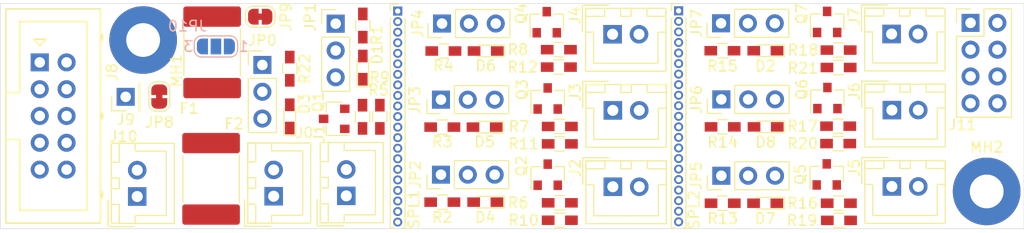
<source format=kicad_pcb>
(kicad_pcb (version 20171130) (host pcbnew "(5.1.10-1-10_14)")

  (general
    (thickness 1.6)
    (drawings 9)
    (tracks 0)
    (zones 0)
    (modules 66)
    (nets 51)
  )

  (page A4)
  (layers
    (0 F.Cu signal)
    (31 B.Cu signal)
    (32 B.Adhes user)
    (33 F.Adhes user)
    (34 B.Paste user)
    (35 F.Paste user)
    (36 B.SilkS user)
    (37 F.SilkS user)
    (38 B.Mask user)
    (39 F.Mask user)
    (40 Dwgs.User user)
    (41 Cmts.User user)
    (42 Eco1.User user)
    (43 Eco2.User user)
    (44 Edge.Cuts user)
    (45 Margin user)
    (46 B.CrtYd user)
    (47 F.CrtYd user)
    (48 B.Fab user)
    (49 F.Fab user hide)
  )

  (setup
    (last_trace_width 0.25)
    (trace_clearance 0.2)
    (zone_clearance 0.508)
    (zone_45_only no)
    (trace_min 0.2)
    (via_size 0.8)
    (via_drill 0.4)
    (via_min_size 0.4)
    (via_min_drill 0.3)
    (uvia_size 0.3)
    (uvia_drill 0.1)
    (uvias_allowed no)
    (uvia_min_size 0.2)
    (uvia_min_drill 0.1)
    (edge_width 0.05)
    (segment_width 0.2)
    (pcb_text_width 0.3)
    (pcb_text_size 1.5 1.5)
    (mod_edge_width 0.12)
    (mod_text_size 1 1)
    (mod_text_width 0.15)
    (pad_size 1.524 1.524)
    (pad_drill 0.762)
    (pad_to_mask_clearance 0)
    (aux_axis_origin 13.335 14.605)
    (visible_elements FFFFFF7F)
    (pcbplotparams
      (layerselection 0x010fc_ffffffff)
      (usegerberextensions false)
      (usegerberattributes true)
      (usegerberadvancedattributes true)
      (creategerberjobfile true)
      (excludeedgelayer true)
      (linewidth 0.100000)
      (plotframeref false)
      (viasonmask false)
      (mode 1)
      (useauxorigin false)
      (hpglpennumber 1)
      (hpglpenspeed 20)
      (hpglpendiameter 15.000000)
      (psnegative false)
      (psa4output false)
      (plotreference true)
      (plotvalue true)
      (plotinvisibletext false)
      (padsonsilk false)
      (subtractmaskfromsilk false)
      (outputformat 1)
      (mirror false)
      (drillshape 1)
      (scaleselection 1)
      (outputdirectory ""))
  )

  (net 0 "")
  (net 1 GND)
  (net 2 "Net-(D4-Pad2)")
  (net 3 "Net-(D5-Pad2)")
  (net 4 "Net-(D6-Pad2)")
  (net 5 "Net-(D7-Pad2)")
  (net 6 "Net-(D8-Pad2)")
  (net 7 +24V)
  (net 8 +5V)
  (net 9 /FAN2)
  (net 10 /FAN4)
  (net 11 /FAN5)
  (net 12 /FAN3)
  (net 13 /FAN6)
  (net 14 "Net-(Q1-Pad1)")
  (net 15 "Net-(Q2-Pad1)")
  (net 16 "Net-(Q3-Pad1)")
  (net 17 "Net-(Q4-Pad1)")
  (net 18 "Net-(Q5-Pad1)")
  (net 19 /F1V)
  (net 20 /F2V)
  (net 21 /F3V)
  (net 22 /F4V)
  (net 23 /F6V)
  (net 24 /24V_unFused)
  (net 25 /FAN7)
  (net 26 /5V_unFused)
  (net 27 /LED_Drive)
  (net 28 /FAN1_Dr)
  (net 29 "Net-(D1-Pad2)")
  (net 30 /FAN7_Dr)
  (net 31 "Net-(D2-Pad2)")
  (net 32 /FAN2_Dr)
  (net 33 /FAN3_Dr)
  (net 34 /FAN4_Dr)
  (net 35 /FAN5_Dr)
  (net 36 /FAN6_Dr)
  (net 37 /F5V)
  (net 38 /FAN1)
  (net 39 /5V_EXP)
  (net 40 "Net-(Q6-Pad1)")
  (net 41 "Net-(Q7-Pad1)")
  (net 42 /F7V)
  (net 43 /FAN0_Dr)
  (net 44 "Net-(D3-Pad2)")
  (net 45 /F0V)
  (net 46 "Net-(J8-Pad4)")
  (net 47 "Net-(J8-Pad8)")
  (net 48 "Net-(SPL2-Pad6)")
  (net 49 "Net-(SPL2-Pad14)")
  (net 50 "Net-(SPL2-Pad16)")

  (net_class Default "This is the default net class."
    (clearance 0.2)
    (trace_width 0.25)
    (via_dia 0.8)
    (via_drill 0.4)
    (uvia_dia 0.3)
    (uvia_drill 0.1)
    (add_net /24V_unFused)
    (add_net /5V_EXP)
    (add_net /5V_unFused)
    (add_net /F0V)
    (add_net /F5V)
    (add_net /F7V)
    (add_net /FAN0_Dr)
    (add_net /FAN1)
    (add_net /FAN1_Dr)
    (add_net /FAN2)
    (add_net /FAN2_Dr)
    (add_net /FAN3)
    (add_net /FAN3_Dr)
    (add_net /FAN4)
    (add_net /FAN4_Dr)
    (add_net /FAN5)
    (add_net /FAN5_Dr)
    (add_net /FAN6)
    (add_net /FAN6_Dr)
    (add_net /FAN7)
    (add_net /FAN7_Dr)
    (add_net /LED_Drive)
    (add_net "Net-(D1-Pad2)")
    (add_net "Net-(D2-Pad2)")
    (add_net "Net-(D3-Pad2)")
    (add_net "Net-(D4-Pad2)")
    (add_net "Net-(D5-Pad2)")
    (add_net "Net-(D6-Pad2)")
    (add_net "Net-(D7-Pad2)")
    (add_net "Net-(D8-Pad2)")
    (add_net "Net-(J8-Pad4)")
    (add_net "Net-(J8-Pad8)")
    (add_net "Net-(Q1-Pad1)")
    (add_net "Net-(Q2-Pad1)")
    (add_net "Net-(Q3-Pad1)")
    (add_net "Net-(Q4-Pad1)")
    (add_net "Net-(Q5-Pad1)")
    (add_net "Net-(Q6-Pad1)")
    (add_net "Net-(Q7-Pad1)")
    (add_net "Net-(SPL2-Pad14)")
    (add_net "Net-(SPL2-Pad16)")
    (add_net "Net-(SPL2-Pad6)")
  )

  (net_class Power ""
    (clearance 0.2)
    (trace_width 0.5)
    (via_dia 0.8)
    (via_drill 0.4)
    (uvia_dia 0.3)
    (uvia_drill 0.1)
    (add_net +24V)
    (add_net +5V)
    (add_net /F1V)
    (add_net /F2V)
    (add_net /F3V)
    (add_net /F4V)
    (add_net /F6V)
    (add_net GND)
  )

  (module Mounting_Holes:MountingHole_3.2mm_M3_Pad (layer F.Cu) (tedit 56D1B4CB) (tstamp 61C3EFB9)
    (at 132.8674 57.8866)
    (descr "Mounting Hole 3.2mm, M3")
    (tags "mounting hole 3.2mm m3")
    (path /620ED7F0)
    (attr virtual)
    (fp_text reference MH2 (at 0 -4.2) (layer F.SilkS)
      (effects (font (size 1 1) (thickness 0.15)))
    )
    (fp_text value MountingHole (at 0 4.2) (layer F.Fab)
      (effects (font (size 1 1) (thickness 0.15)))
    )
    (fp_circle (center 0 0) (end 3.45 0) (layer F.CrtYd) (width 0.05))
    (fp_circle (center 0 0) (end 3.2 0) (layer Cmts.User) (width 0.15))
    (fp_text user %R (at 0.3 0) (layer F.Fab)
      (effects (font (size 1 1) (thickness 0.15)))
    )
    (pad 1 thru_hole circle (at 0 0) (size 6.4 6.4) (drill 3.2) (layers *.Cu *.Mask)
      (net 1 GND))
  )

  (module Mounting_Holes:MountingHole_3.2mm_M3_Pad (layer F.Cu) (tedit 56D1B4CB) (tstamp 61C3EFB6)
    (at 53.086 43.5356)
    (descr "Mounting Hole 3.2mm, M3")
    (tags "mounting hole 3.2mm m3")
    (path /620EB36C)
    (attr virtual)
    (fp_text reference MH1 (at 3.1496 2.8956 90) (layer F.SilkS)
      (effects (font (size 1 1) (thickness 0.15)))
    )
    (fp_text value MountingHole (at 0 4.2) (layer F.Fab)
      (effects (font (size 1 1) (thickness 0.15)))
    )
    (fp_circle (center 0 0) (end 3.45 0) (layer F.CrtYd) (width 0.05))
    (fp_circle (center 0 0) (end 3.2 0) (layer Cmts.User) (width 0.15))
    (fp_text user %R (at 0.3 0) (layer F.Fab)
      (effects (font (size 1 1) (thickness 0.15)))
    )
    (pad 1 thru_hole circle (at 0 0) (size 6.4 6.4) (drill 3.2) (layers *.Cu *.Mask)
      (net 1 GND))
  )

  (module Pin_Headers:Pin_Header_Straight_2x04_Pitch2.54mm (layer F.Cu) (tedit 59650532) (tstamp 61C4BD5F)
    (at 131.3434 41.91)
    (descr "Through hole straight pin header, 2x04, 2.54mm pitch, double rows")
    (tags "Through hole pin header THT 2x04 2.54mm double row")
    (path /624D0D0A)
    (fp_text reference J11 (at -0.762 9.652) (layer F.SilkS)
      (effects (font (size 1 1) (thickness 0.15)))
    )
    (fp_text value HI_PWR_Inputs (at 1.27 9.95) (layer F.Fab)
      (effects (font (size 1 1) (thickness 0.15)))
    )
    (fp_line (start 4.35 -1.8) (end -1.8 -1.8) (layer F.CrtYd) (width 0.05))
    (fp_line (start 4.35 9.4) (end 4.35 -1.8) (layer F.CrtYd) (width 0.05))
    (fp_line (start -1.8 9.4) (end 4.35 9.4) (layer F.CrtYd) (width 0.05))
    (fp_line (start -1.8 -1.8) (end -1.8 9.4) (layer F.CrtYd) (width 0.05))
    (fp_line (start -1.33 -1.33) (end 0 -1.33) (layer F.SilkS) (width 0.12))
    (fp_line (start -1.33 0) (end -1.33 -1.33) (layer F.SilkS) (width 0.12))
    (fp_line (start 1.27 -1.33) (end 3.87 -1.33) (layer F.SilkS) (width 0.12))
    (fp_line (start 1.27 1.27) (end 1.27 -1.33) (layer F.SilkS) (width 0.12))
    (fp_line (start -1.33 1.27) (end 1.27 1.27) (layer F.SilkS) (width 0.12))
    (fp_line (start 3.87 -1.33) (end 3.87 8.95) (layer F.SilkS) (width 0.12))
    (fp_line (start -1.33 1.27) (end -1.33 8.95) (layer F.SilkS) (width 0.12))
    (fp_line (start -1.33 8.95) (end 3.87 8.95) (layer F.SilkS) (width 0.12))
    (fp_line (start -1.27 0) (end 0 -1.27) (layer F.Fab) (width 0.1))
    (fp_line (start -1.27 8.89) (end -1.27 0) (layer F.Fab) (width 0.1))
    (fp_line (start 3.81 8.89) (end -1.27 8.89) (layer F.Fab) (width 0.1))
    (fp_line (start 3.81 -1.27) (end 3.81 8.89) (layer F.Fab) (width 0.1))
    (fp_line (start 0 -1.27) (end 3.81 -1.27) (layer F.Fab) (width 0.1))
    (fp_text user %R (at 1.27 3.81 90) (layer F.Fab)
      (effects (font (size 1 1) (thickness 0.15)))
    )
    (pad 1 thru_hole rect (at 0 0) (size 1.7 1.7) (drill 1) (layers *.Cu *.Mask)
      (net 1 GND))
    (pad 2 thru_hole oval (at 2.54 0) (size 1.7 1.7) (drill 1) (layers *.Cu *.Mask)
      (net 8 +5V))
    (pad 3 thru_hole oval (at 0 2.54) (size 1.7 1.7) (drill 1) (layers *.Cu *.Mask)
      (net 1 GND))
    (pad 4 thru_hole oval (at 2.54 2.54) (size 1.7 1.7) (drill 1) (layers *.Cu *.Mask)
      (net 8 +5V))
    (pad 5 thru_hole oval (at 0 5.08) (size 1.7 1.7) (drill 1) (layers *.Cu *.Mask)
      (net 1 GND))
    (pad 6 thru_hole oval (at 2.54 5.08) (size 1.7 1.7) (drill 1) (layers *.Cu *.Mask)
      (net 7 +24V))
    (pad 7 thru_hole oval (at 0 7.62) (size 1.7 1.7) (drill 1) (layers *.Cu *.Mask)
      (net 1 GND))
    (pad 8 thru_hole oval (at 2.54 7.62) (size 1.7 1.7) (drill 1) (layers *.Cu *.Mask)
      (net 7 +24V))
    (model ${KISYS3DMOD}/Connector_PinHeader_2.54mm.3dshapes/PinHeader_2x04_P2.54mm_Vertical.step
      (at (xyz 0 0 0))
      (scale (xyz 1 1 1))
      (rotate (xyz 0 0 0))
    )
  )

  (module Pin_Headers:Pin_Header_Straight_1x21_Pitch1.00mm (layer F.Cu) (tedit 59B55814) (tstamp 61C499CD)
    (at 103.7336 40.767)
    (descr "Through hole straight pin header, 1x21, 1.00mm pitch, single row")
    (tags "Through hole pin header THT 1x21 1.00mm single row")
    (path /62419F8A)
    (fp_text reference SPL2 (at 1.4478 18.8722 90) (layer F.SilkS)
      (effects (font (size 1 1) (thickness 0.15)))
    )
    (fp_text value "Fans 5-7" (at 0 21.56) (layer F.Fab)
      (effects (font (size 1 1) (thickness 0.15)))
    )
    (fp_line (start 1.15 -1) (end -1.15 -1) (layer F.CrtYd) (width 0.05))
    (fp_line (start 1.15 21) (end 1.15 -1) (layer F.CrtYd) (width 0.05))
    (fp_line (start -1.15 21) (end 1.15 21) (layer F.CrtYd) (width 0.05))
    (fp_line (start -1.15 -1) (end -1.15 21) (layer F.CrtYd) (width 0.05))
    (fp_line (start -0.695 -0.685) (end 0 -0.685) (layer F.SilkS) (width 0.12))
    (fp_line (start -0.695 0) (end -0.695 -0.685) (layer F.SilkS) (width 0.12))
    (fp_line (start 0.608276 0.685) (end 0.695 0.685) (layer F.SilkS) (width 0.12))
    (fp_line (start -0.695 0.685) (end -0.608276 0.685) (layer F.SilkS) (width 0.12))
    (fp_line (start 0.695 0.685) (end 0.695 20.56) (layer F.SilkS) (width 0.12))
    (fp_line (start -0.695 0.685) (end -0.695 20.56) (layer F.SilkS) (width 0.12))
    (fp_line (start 0.394493 20.56) (end 0.695 20.56) (layer F.SilkS) (width 0.12))
    (fp_line (start -0.695 20.56) (end -0.394493 20.56) (layer F.SilkS) (width 0.12))
    (fp_line (start -0.635 -0.1825) (end -0.3175 -0.5) (layer F.Fab) (width 0.1))
    (fp_line (start -0.635 20.5) (end -0.635 -0.1825) (layer F.Fab) (width 0.1))
    (fp_line (start 0.635 20.5) (end -0.635 20.5) (layer F.Fab) (width 0.1))
    (fp_line (start 0.635 -0.5) (end 0.635 20.5) (layer F.Fab) (width 0.1))
    (fp_line (start -0.3175 -0.5) (end 0.635 -0.5) (layer F.Fab) (width 0.1))
    (fp_text user %R (at 0 10 90) (layer F.Fab)
      (effects (font (size 0.76 0.76) (thickness 0.114)))
    )
    (pad 1 thru_hole rect (at 0 0) (size 0.85 0.85) (drill 0.5) (layers *.Cu *.Mask)
      (net 8 +5V))
    (pad 2 thru_hole oval (at 0 1) (size 0.85 0.85) (drill 0.5) (layers *.Cu *.Mask)
      (net 8 +5V))
    (pad 3 thru_hole oval (at 0 2) (size 0.85 0.85) (drill 0.5) (layers *.Cu *.Mask)
      (net 8 +5V))
    (pad 4 thru_hole oval (at 0 3) (size 0.85 0.85) (drill 0.5) (layers *.Cu *.Mask)
      (net 1 GND))
    (pad 5 thru_hole oval (at 0 4) (size 0.85 0.85) (drill 0.5) (layers *.Cu *.Mask)
      (net 27 /LED_Drive))
    (pad 6 thru_hole oval (at 0 5) (size 0.85 0.85) (drill 0.5) (layers *.Cu *.Mask)
      (net 48 "Net-(SPL2-Pad6)"))
    (pad 7 thru_hole oval (at 0 6) (size 0.85 0.85) (drill 0.5) (layers *.Cu *.Mask)
      (net 25 /FAN7))
    (pad 8 thru_hole oval (at 0 7) (size 0.85 0.85) (drill 0.5) (layers *.Cu *.Mask)
      (net 13 /FAN6))
    (pad 9 thru_hole oval (at 0 8) (size 0.85 0.85) (drill 0.5) (layers *.Cu *.Mask)
      (net 1 GND))
    (pad 10 thru_hole oval (at 0 9) (size 0.85 0.85) (drill 0.5) (layers *.Cu *.Mask)
      (net 1 GND))
    (pad 11 thru_hole oval (at 0 10) (size 0.85 0.85) (drill 0.5) (layers *.Cu *.Mask)
      (net 1 GND))
    (pad 12 thru_hole oval (at 0 11) (size 0.85 0.85) (drill 0.5) (layers *.Cu *.Mask)
      (net 1 GND))
    (pad 13 thru_hole oval (at 0 12) (size 0.85 0.85) (drill 0.5) (layers *.Cu *.Mask)
      (net 1 GND))
    (pad 14 thru_hole oval (at 0 13) (size 0.85 0.85) (drill 0.5) (layers *.Cu *.Mask)
      (net 49 "Net-(SPL2-Pad14)"))
    (pad 15 thru_hole oval (at 0 14) (size 0.85 0.85) (drill 0.5) (layers *.Cu *.Mask)
      (net 11 /FAN5))
    (pad 16 thru_hole oval (at 0 15) (size 0.85 0.85) (drill 0.5) (layers *.Cu *.Mask)
      (net 50 "Net-(SPL2-Pad16)"))
    (pad 17 thru_hole oval (at 0 16) (size 0.85 0.85) (drill 0.5) (layers *.Cu *.Mask)
      (net 27 /LED_Drive))
    (pad 18 thru_hole oval (at 0 17) (size 0.85 0.85) (drill 0.5) (layers *.Cu *.Mask)
      (net 1 GND))
    (pad 19 thru_hole oval (at 0 18) (size 0.85 0.85) (drill 0.5) (layers *.Cu *.Mask)
      (net 7 +24V))
    (pad 20 thru_hole oval (at 0 19) (size 0.85 0.85) (drill 0.5) (layers *.Cu *.Mask)
      (net 7 +24V))
    (pad 21 thru_hole oval (at 0 20) (size 0.85 0.85) (drill 0.5) (layers *.Cu *.Mask)
      (net 7 +24V))
    (model ${KISYS3DMOD}/Pin_Headers.3dshapes/Pin_Header_Straight_1x21_Pitch1.00mm.wrl
      (at (xyz 0 0 0))
      (scale (xyz 1 1 1))
      (rotate (xyz 0 0 0))
    )
  )

  (module Pin_Headers:Pin_Header_Straight_1x21_Pitch1.00mm (layer F.Cu) (tedit 59B55814) (tstamp 61C4E16E)
    (at 77.1652 40.7924)
    (descr "Through hole straight pin header, 1x21, 1.00mm pitch, single row")
    (tags "Through hole pin header THT 1x21 1.00mm single row")
    (path /621C1D1F)
    (fp_text reference SPL1 (at 1.524 18.796 270) (layer F.SilkS)
      (effects (font (size 1 1) (thickness 0.15)))
    )
    (fp_text value "Fans 2-7" (at 0 21.56) (layer F.Fab)
      (effects (font (size 1 1) (thickness 0.15)))
    )
    (fp_line (start 1.15 -1) (end -1.15 -1) (layer F.CrtYd) (width 0.05))
    (fp_line (start 1.15 21) (end 1.15 -1) (layer F.CrtYd) (width 0.05))
    (fp_line (start -1.15 21) (end 1.15 21) (layer F.CrtYd) (width 0.05))
    (fp_line (start -1.15 -1) (end -1.15 21) (layer F.CrtYd) (width 0.05))
    (fp_line (start -0.695 -0.685) (end 0 -0.685) (layer F.SilkS) (width 0.12))
    (fp_line (start -0.695 0) (end -0.695 -0.685) (layer F.SilkS) (width 0.12))
    (fp_line (start 0.608276 0.685) (end 0.695 0.685) (layer F.SilkS) (width 0.12))
    (fp_line (start -0.695 0.685) (end -0.608276 0.685) (layer F.SilkS) (width 0.12))
    (fp_line (start 0.695 0.685) (end 0.695 20.56) (layer F.SilkS) (width 0.12))
    (fp_line (start -0.695 0.685) (end -0.695 20.56) (layer F.SilkS) (width 0.12))
    (fp_line (start 0.394493 20.56) (end 0.695 20.56) (layer F.SilkS) (width 0.12))
    (fp_line (start -0.695 20.56) (end -0.394493 20.56) (layer F.SilkS) (width 0.12))
    (fp_line (start -0.635 -0.1825) (end -0.3175 -0.5) (layer F.Fab) (width 0.1))
    (fp_line (start -0.635 20.5) (end -0.635 -0.1825) (layer F.Fab) (width 0.1))
    (fp_line (start 0.635 20.5) (end -0.635 20.5) (layer F.Fab) (width 0.1))
    (fp_line (start 0.635 -0.5) (end 0.635 20.5) (layer F.Fab) (width 0.1))
    (fp_line (start -0.3175 -0.5) (end 0.635 -0.5) (layer F.Fab) (width 0.1))
    (fp_text user %R (at 0 10 90) (layer F.Fab)
      (effects (font (size 0.76 0.76) (thickness 0.114)))
    )
    (pad 1 thru_hole rect (at 0 0) (size 0.85 0.85) (drill 0.5) (layers *.Cu *.Mask)
      (net 8 +5V))
    (pad 2 thru_hole oval (at 0 1) (size 0.85 0.85) (drill 0.5) (layers *.Cu *.Mask)
      (net 8 +5V))
    (pad 3 thru_hole oval (at 0 2) (size 0.85 0.85) (drill 0.5) (layers *.Cu *.Mask)
      (net 8 +5V))
    (pad 4 thru_hole oval (at 0 3) (size 0.85 0.85) (drill 0.5) (layers *.Cu *.Mask)
      (net 1 GND))
    (pad 5 thru_hole oval (at 0 4) (size 0.85 0.85) (drill 0.5) (layers *.Cu *.Mask)
      (net 27 /LED_Drive))
    (pad 6 thru_hole oval (at 0 5) (size 0.85 0.85) (drill 0.5) (layers *.Cu *.Mask)
      (net 10 /FAN4))
    (pad 7 thru_hole oval (at 0 6) (size 0.85 0.85) (drill 0.5) (layers *.Cu *.Mask)
      (net 25 /FAN7))
    (pad 8 thru_hole oval (at 0 7) (size 0.85 0.85) (drill 0.5) (layers *.Cu *.Mask)
      (net 13 /FAN6))
    (pad 9 thru_hole oval (at 0 8) (size 0.85 0.85) (drill 0.5) (layers *.Cu *.Mask)
      (net 1 GND))
    (pad 10 thru_hole oval (at 0 9) (size 0.85 0.85) (drill 0.5) (layers *.Cu *.Mask)
      (net 1 GND))
    (pad 11 thru_hole oval (at 0 10) (size 0.85 0.85) (drill 0.5) (layers *.Cu *.Mask)
      (net 1 GND))
    (pad 12 thru_hole oval (at 0 11) (size 0.85 0.85) (drill 0.5) (layers *.Cu *.Mask)
      (net 1 GND))
    (pad 13 thru_hole oval (at 0 12) (size 0.85 0.85) (drill 0.5) (layers *.Cu *.Mask)
      (net 1 GND))
    (pad 14 thru_hole oval (at 0 13) (size 0.85 0.85) (drill 0.5) (layers *.Cu *.Mask)
      (net 12 /FAN3))
    (pad 15 thru_hole oval (at 0 14) (size 0.85 0.85) (drill 0.5) (layers *.Cu *.Mask)
      (net 11 /FAN5))
    (pad 16 thru_hole oval (at 0 15) (size 0.85 0.85) (drill 0.5) (layers *.Cu *.Mask)
      (net 9 /FAN2))
    (pad 17 thru_hole oval (at 0 16) (size 0.85 0.85) (drill 0.5) (layers *.Cu *.Mask)
      (net 27 /LED_Drive))
    (pad 18 thru_hole oval (at 0 17) (size 0.85 0.85) (drill 0.5) (layers *.Cu *.Mask)
      (net 1 GND))
    (pad 19 thru_hole oval (at 0 18) (size 0.85 0.85) (drill 0.5) (layers *.Cu *.Mask)
      (net 7 +24V))
    (pad 20 thru_hole oval (at 0 19) (size 0.85 0.85) (drill 0.5) (layers *.Cu *.Mask)
      (net 7 +24V))
    (pad 21 thru_hole oval (at 0 20) (size 0.85 0.85) (drill 0.5) (layers *.Cu *.Mask)
      (net 7 +24V))
    (model ${KISYS3DMOD}/Pin_Headers.3dshapes/Pin_Header_Straight_1x21_Pitch1.00mm.wrl
      (at (xyz 0 0 0))
      (scale (xyz 1 1 1))
      (rotate (xyz 0 0 0))
    )
  )

  (module Fuse:Fuse_2920_7451Metric (layer F.Cu) (tedit 5F68FEF1) (tstamp 61C3D07A)
    (at 59.5122 56.6928 270)
    (descr "Fuse SMD 2920 (7451 Metric), square (rectangular) end terminal, IPC_7351 nominal, (Body size from: http://www.megastar.com/products/fusetronic/polyswitch/PDF/smd2920.pdf), generated with kicad-footprint-generator")
    (tags fuse)
    (path /61CA0A67)
    (attr smd)
    (fp_text reference F2 (at -5.207 -2.159 180) (layer F.SilkS)
      (effects (font (size 1 1) (thickness 0.15)))
    )
    (fp_text value Polyfuse-2.5A (at 0 3.68 90) (layer F.Fab)
      (effects (font (size 1 1) (thickness 0.15)))
    )
    (fp_text user %R (at 0 0 90) (layer F.Fab)
      (effects (font (size 1 1) (thickness 0.15)))
    )
    (fp_line (start -3.6775 2.56) (end -3.6775 -2.56) (layer F.Fab) (width 0.1))
    (fp_line (start -3.6775 -2.56) (end 3.6775 -2.56) (layer F.Fab) (width 0.1))
    (fp_line (start 3.6775 -2.56) (end 3.6775 2.56) (layer F.Fab) (width 0.1))
    (fp_line (start 3.6775 2.56) (end -3.6775 2.56) (layer F.Fab) (width 0.1))
    (fp_line (start -2.203752 -2.67) (end 2.203752 -2.67) (layer F.SilkS) (width 0.12))
    (fp_line (start -2.203752 2.67) (end 2.203752 2.67) (layer F.SilkS) (width 0.12))
    (fp_line (start -4.6 2.98) (end -4.6 -2.98) (layer F.CrtYd) (width 0.05))
    (fp_line (start -4.6 -2.98) (end 4.6 -2.98) (layer F.CrtYd) (width 0.05))
    (fp_line (start 4.6 -2.98) (end 4.6 2.98) (layer F.CrtYd) (width 0.05))
    (fp_line (start 4.6 2.98) (end -4.6 2.98) (layer F.CrtYd) (width 0.05))
    (pad 2 smd roundrect (at 3.3875 0 270) (size 1.925 5.45) (layers F.Cu F.Paste F.Mask) (roundrect_rratio 0.12987)
      (net 24 /24V_unFused))
    (pad 1 smd roundrect (at -3.3875 0 270) (size 1.925 5.45) (layers F.Cu F.Paste F.Mask) (roundrect_rratio 0.12987)
      (net 7 +24V))
    (model ${KISYS3DMOD}/Fuse.3dshapes/Fuse_2920_7451Metric.wrl
      (at (xyz 0 0 0))
      (scale (xyz 1 1 1))
      (rotate (xyz 0 0 0))
    )
    (model ${KISYS3DMOD}/Fuse.3dshapes/Fuse_1210_3225Metric.wrl
      (at (xyz 0 0 0))
      (scale (xyz 1 1 1))
      (rotate (xyz 0 0 0))
    )
  )

  (module Fuse:Fuse_2920_7451Metric (layer F.Cu) (tedit 5F68FEF1) (tstamp 61C448DF)
    (at 59.6138 44.704 270)
    (descr "Fuse SMD 2920 (7451 Metric), square (rectangular) end terminal, IPC_7351 nominal, (Body size from: http://www.megastar.com/products/fusetronic/polyswitch/PDF/smd2920.pdf), generated with kicad-footprint-generator")
    (tags fuse)
    (path /61C255C6)
    (attr smd)
    (fp_text reference F1 (at 5.3086 2.1844 180) (layer F.SilkS)
      (effects (font (size 1 1) (thickness 0.15)))
    )
    (fp_text value Polyfuse-2.5A (at 0 3.68 90) (layer F.Fab)
      (effects (font (size 1 1) (thickness 0.15)))
    )
    (fp_text user %R (at 0 0 90) (layer F.Fab)
      (effects (font (size 1 1) (thickness 0.15)))
    )
    (fp_line (start -3.6775 2.56) (end -3.6775 -2.56) (layer F.Fab) (width 0.1))
    (fp_line (start -3.6775 -2.56) (end 3.6775 -2.56) (layer F.Fab) (width 0.1))
    (fp_line (start 3.6775 -2.56) (end 3.6775 2.56) (layer F.Fab) (width 0.1))
    (fp_line (start 3.6775 2.56) (end -3.6775 2.56) (layer F.Fab) (width 0.1))
    (fp_line (start -2.203752 -2.67) (end 2.203752 -2.67) (layer F.SilkS) (width 0.12))
    (fp_line (start -2.203752 2.67) (end 2.203752 2.67) (layer F.SilkS) (width 0.12))
    (fp_line (start -4.6 2.98) (end -4.6 -2.98) (layer F.CrtYd) (width 0.05))
    (fp_line (start -4.6 -2.98) (end 4.6 -2.98) (layer F.CrtYd) (width 0.05))
    (fp_line (start 4.6 -2.98) (end 4.6 2.98) (layer F.CrtYd) (width 0.05))
    (fp_line (start 4.6 2.98) (end -4.6 2.98) (layer F.CrtYd) (width 0.05))
    (pad 2 smd roundrect (at 3.3875 0 270) (size 1.925 5.45) (layers F.Cu F.Paste F.Mask) (roundrect_rratio 0.12987)
      (net 26 /5V_unFused))
    (pad 1 smd roundrect (at -3.3875 0 270) (size 1.925 5.45) (layers F.Cu F.Paste F.Mask) (roundrect_rratio 0.12987)
      (net 8 +5V))
    (model ${KISYS3DMOD}/Fuse.3dshapes/Fuse_2920_7451Metric.wrl
      (at (xyz 0 0 0))
      (scale (xyz 1 1 1))
      (rotate (xyz 0 0 0))
    )
    (model ${KISYS3DMOD}/Fuse.3dshapes/Fuse_1210_3225Metric.wrl
      (at (xyz 0 0 0))
      (scale (xyz 1 1 1))
      (rotate (xyz 0 0 0))
    )
  )

  (module Resistors_SMD:R_0603_HandSoldering (layer F.Cu) (tedit 58E0A804) (tstamp 61C3D840)
    (at 66.9544 46.2534 90)
    (descr "Resistor SMD 0603, hand soldering")
    (tags "resistor 0603")
    (path /62092F7E)
    (attr smd)
    (fp_text reference R22 (at 0 1.4224 90) (layer F.SilkS)
      (effects (font (size 1 1) (thickness 0.15)))
    )
    (fp_text value 560R (at 0 1.55 90) (layer F.Fab)
      (effects (font (size 1 1) (thickness 0.15)))
    )
    (fp_line (start 1.95 0.7) (end -1.96 0.7) (layer F.CrtYd) (width 0.05))
    (fp_line (start 1.95 0.7) (end 1.95 -0.7) (layer F.CrtYd) (width 0.05))
    (fp_line (start -1.96 -0.7) (end -1.96 0.7) (layer F.CrtYd) (width 0.05))
    (fp_line (start -1.96 -0.7) (end 1.95 -0.7) (layer F.CrtYd) (width 0.05))
    (fp_line (start -0.5 -0.68) (end 0.5 -0.68) (layer F.SilkS) (width 0.12))
    (fp_line (start 0.5 0.68) (end -0.5 0.68) (layer F.SilkS) (width 0.12))
    (fp_line (start -0.8 -0.4) (end 0.8 -0.4) (layer F.Fab) (width 0.1))
    (fp_line (start 0.8 -0.4) (end 0.8 0.4) (layer F.Fab) (width 0.1))
    (fp_line (start 0.8 0.4) (end -0.8 0.4) (layer F.Fab) (width 0.1))
    (fp_line (start -0.8 0.4) (end -0.8 -0.4) (layer F.Fab) (width 0.1))
    (fp_text user %R (at 0 0 90) (layer F.Fab)
      (effects (font (size 0.4 0.4) (thickness 0.075)))
    )
    (pad 1 smd rect (at -1.1 0 90) (size 1.2 0.9) (layers F.Cu F.Paste F.Mask)
      (net 44 "Net-(D3-Pad2)"))
    (pad 2 smd rect (at 1.1 0 90) (size 1.2 0.9) (layers F.Cu F.Paste F.Mask)
      (net 27 /LED_Drive))
    (model ${KISYS3DMOD}/Resistor_SMD.3dshapes/R_0603_1608Metric.step
      (at (xyz 0 0 0))
      (scale (xyz 1 1 1))
      (rotate (xyz 0 0 0))
    )
  )

  (module Pin_Headers:Pin_Header_Straight_1x03_Pitch2.54mm (layer F.Cu) (tedit 59650532) (tstamp 61C40EA6)
    (at 64.3636 45.8978)
    (descr "Through hole straight pin header, 1x03, 2.54mm pitch, single row")
    (tags "Through hole pin header THT 1x03 2.54mm single row")
    (path /62092F99)
    (fp_text reference JP0 (at 0 -2.33) (layer F.SilkS)
      (effects (font (size 1 1) (thickness 0.15)))
    )
    (fp_text value V_SELECT0 (at 0 7.41) (layer F.Fab)
      (effects (font (size 1 1) (thickness 0.15)))
    )
    (fp_line (start 1.8 -1.8) (end -1.8 -1.8) (layer F.CrtYd) (width 0.05))
    (fp_line (start 1.8 6.85) (end 1.8 -1.8) (layer F.CrtYd) (width 0.05))
    (fp_line (start -1.8 6.85) (end 1.8 6.85) (layer F.CrtYd) (width 0.05))
    (fp_line (start -1.8 -1.8) (end -1.8 6.85) (layer F.CrtYd) (width 0.05))
    (fp_line (start -1.33 -1.33) (end 0 -1.33) (layer F.SilkS) (width 0.12))
    (fp_line (start -1.33 0) (end -1.33 -1.33) (layer F.SilkS) (width 0.12))
    (fp_line (start -1.33 1.27) (end 1.33 1.27) (layer F.SilkS) (width 0.12))
    (fp_line (start 1.33 1.27) (end 1.33 6.41) (layer F.SilkS) (width 0.12))
    (fp_line (start -1.33 1.27) (end -1.33 6.41) (layer F.SilkS) (width 0.12))
    (fp_line (start -1.33 6.41) (end 1.33 6.41) (layer F.SilkS) (width 0.12))
    (fp_line (start -1.27 -0.635) (end -0.635 -1.27) (layer F.Fab) (width 0.1))
    (fp_line (start -1.27 6.35) (end -1.27 -0.635) (layer F.Fab) (width 0.1))
    (fp_line (start 1.27 6.35) (end -1.27 6.35) (layer F.Fab) (width 0.1))
    (fp_line (start 1.27 -1.27) (end 1.27 6.35) (layer F.Fab) (width 0.1))
    (fp_line (start -0.635 -1.27) (end 1.27 -1.27) (layer F.Fab) (width 0.1))
    (fp_text user %R (at 0 2.54 90) (layer F.Fab)
      (effects (font (size 1 1) (thickness 0.15)))
    )
    (pad 1 thru_hole rect (at 0 0) (size 1.7 1.7) (drill 1) (layers *.Cu *.Mask)
      (net 8 +5V))
    (pad 2 thru_hole oval (at 0 2.54) (size 1.7 1.7) (drill 1) (layers *.Cu *.Mask)
      (net 45 /F0V))
    (pad 3 thru_hole oval (at 0 5.08) (size 1.7 1.7) (drill 1) (layers *.Cu *.Mask)
      (net 7 +24V))
    (model ${KISYS3DMOD}/Connector_PinHeader_2.54mm.3dshapes/PinHeader_1x03_P2.54mm_Vertical.step
      (at (xyz 0 0 0))
      (scale (xyz 1 1 1))
      (rotate (xyz 0 0 0))
    )
  )

  (module Connectors_JST:JST_XH_B02B-XH-A_02x2.50mm_Straight (layer F.Cu) (tedit 58EAE7F0) (tstamp 61C3D2DE)
    (at 52.5272 58.3692 90)
    (descr "JST XH series connector, B02B-XH-A, top entry type, through hole")
    (tags "connector jst xh tht top vertical 2.50mm")
    (path /61C5F40F)
    (fp_text reference J10 (at 5.6896 -1.2954 180) (layer F.SilkS)
      (effects (font (size 1 1) (thickness 0.15)))
    )
    (fp_text value FAN0_IN (at 1.25 4.5 90) (layer F.Fab)
      (effects (font (size 1 1) (thickness 0.15)))
    )
    (fp_line (start -2.85 -2.75) (end -2.85 -0.25) (layer F.Fab) (width 0.1))
    (fp_line (start -0.35 -2.75) (end -2.85 -2.75) (layer F.Fab) (width 0.1))
    (fp_line (start -2.85 -2.75) (end -2.85 -0.25) (layer F.SilkS) (width 0.12))
    (fp_line (start -0.35 -2.75) (end -2.85 -2.75) (layer F.SilkS) (width 0.12))
    (fp_line (start 4.3 2.75) (end 1.25 2.75) (layer F.SilkS) (width 0.12))
    (fp_line (start 4.3 -0.2) (end 4.3 2.75) (layer F.SilkS) (width 0.12))
    (fp_line (start 5.05 -0.2) (end 4.3 -0.2) (layer F.SilkS) (width 0.12))
    (fp_line (start -1.8 2.75) (end 1.25 2.75) (layer F.SilkS) (width 0.12))
    (fp_line (start -1.8 -0.2) (end -1.8 2.75) (layer F.SilkS) (width 0.12))
    (fp_line (start -2.55 -0.2) (end -1.8 -0.2) (layer F.SilkS) (width 0.12))
    (fp_line (start 5.05 -2.45) (end 3.25 -2.45) (layer F.SilkS) (width 0.12))
    (fp_line (start 5.05 -1.7) (end 5.05 -2.45) (layer F.SilkS) (width 0.12))
    (fp_line (start 3.25 -1.7) (end 5.05 -1.7) (layer F.SilkS) (width 0.12))
    (fp_line (start 3.25 -2.45) (end 3.25 -1.7) (layer F.SilkS) (width 0.12))
    (fp_line (start -0.75 -2.45) (end -2.55 -2.45) (layer F.SilkS) (width 0.12))
    (fp_line (start -0.75 -1.7) (end -0.75 -2.45) (layer F.SilkS) (width 0.12))
    (fp_line (start -2.55 -1.7) (end -0.75 -1.7) (layer F.SilkS) (width 0.12))
    (fp_line (start -2.55 -2.45) (end -2.55 -1.7) (layer F.SilkS) (width 0.12))
    (fp_line (start 1.75 -2.45) (end 0.75 -2.45) (layer F.SilkS) (width 0.12))
    (fp_line (start 1.75 -1.7) (end 1.75 -2.45) (layer F.SilkS) (width 0.12))
    (fp_line (start 0.75 -1.7) (end 1.75 -1.7) (layer F.SilkS) (width 0.12))
    (fp_line (start 0.75 -2.45) (end 0.75 -1.7) (layer F.SilkS) (width 0.12))
    (fp_line (start 5.05 -2.45) (end -2.55 -2.45) (layer F.SilkS) (width 0.12))
    (fp_line (start 5.05 3.5) (end 5.05 -2.45) (layer F.SilkS) (width 0.12))
    (fp_line (start -2.55 3.5) (end 5.05 3.5) (layer F.SilkS) (width 0.12))
    (fp_line (start -2.55 -2.45) (end -2.55 3.5) (layer F.SilkS) (width 0.12))
    (fp_line (start 5.45 -2.85) (end -2.95 -2.85) (layer F.CrtYd) (width 0.05))
    (fp_line (start 5.45 3.9) (end 5.45 -2.85) (layer F.CrtYd) (width 0.05))
    (fp_line (start -2.95 3.9) (end 5.45 3.9) (layer F.CrtYd) (width 0.05))
    (fp_line (start -2.95 -2.85) (end -2.95 3.9) (layer F.CrtYd) (width 0.05))
    (fp_line (start 4.95 -2.35) (end -2.45 -2.35) (layer F.Fab) (width 0.1))
    (fp_line (start 4.95 3.4) (end 4.95 -2.35) (layer F.Fab) (width 0.1))
    (fp_line (start -2.45 3.4) (end 4.95 3.4) (layer F.Fab) (width 0.1))
    (fp_line (start -2.45 -2.35) (end -2.45 3.4) (layer F.Fab) (width 0.1))
    (fp_text user %R (at 1.25 2.5 90) (layer F.Fab)
      (effects (font (size 1 1) (thickness 0.15)))
    )
    (pad 1 thru_hole rect (at 0 0 90) (size 1.75 1.75) (drill 1.05) (layers *.Cu *.Mask)
      (net 24 /24V_unFused))
    (pad 2 thru_hole circle (at 2.5 0 90) (size 1.75 1.75) (drill 1.05) (layers *.Cu *.Mask)
      (net 43 /FAN0_Dr))
    (model ${KISYS3DMOD}/Connector_JST.3dshapes/JST_XH_B02B-XH-A_1x02_P2.50mm_Vertical.step
      (at (xyz 0 0 0))
      (scale (xyz 1 1 1))
      (rotate (xyz 0 0 0))
    )
  )

  (module Pin_Headers:Pin_Header_Straight_1x01_Pitch2.54mm (layer F.Cu) (tedit 59650532) (tstamp 61C3D2DB)
    (at 51.435 48.9204 90)
    (descr "Through hole straight pin header, 1x01, 2.54mm pitch, single row")
    (tags "Through hole pin header THT 1x01 2.54mm single row")
    (path /61C4D91B)
    (fp_text reference J9 (at -2.159 0 180) (layer F.SilkS)
      (effects (font (size 1 1) (thickness 0.15)))
    )
    (fp_text value 5V_In (at 0 2.33 90) (layer F.Fab)
      (effects (font (size 1 1) (thickness 0.15)))
    )
    (fp_line (start 1.8 -1.8) (end -1.8 -1.8) (layer F.CrtYd) (width 0.05))
    (fp_line (start 1.8 1.8) (end 1.8 -1.8) (layer F.CrtYd) (width 0.05))
    (fp_line (start -1.8 1.8) (end 1.8 1.8) (layer F.CrtYd) (width 0.05))
    (fp_line (start -1.8 -1.8) (end -1.8 1.8) (layer F.CrtYd) (width 0.05))
    (fp_line (start -1.33 -1.33) (end 0 -1.33) (layer F.SilkS) (width 0.12))
    (fp_line (start -1.33 0) (end -1.33 -1.33) (layer F.SilkS) (width 0.12))
    (fp_line (start -1.33 1.27) (end 1.33 1.27) (layer F.SilkS) (width 0.12))
    (fp_line (start 1.33 1.27) (end 1.33 1.33) (layer F.SilkS) (width 0.12))
    (fp_line (start -1.33 1.27) (end -1.33 1.33) (layer F.SilkS) (width 0.12))
    (fp_line (start -1.33 1.33) (end 1.33 1.33) (layer F.SilkS) (width 0.12))
    (fp_line (start -1.27 -0.635) (end -0.635 -1.27) (layer F.Fab) (width 0.1))
    (fp_line (start -1.27 1.27) (end -1.27 -0.635) (layer F.Fab) (width 0.1))
    (fp_line (start 1.27 1.27) (end -1.27 1.27) (layer F.Fab) (width 0.1))
    (fp_line (start 1.27 -1.27) (end 1.27 1.27) (layer F.Fab) (width 0.1))
    (fp_line (start -0.635 -1.27) (end 1.27 -1.27) (layer F.Fab) (width 0.1))
    (fp_text user %R (at 0 0) (layer F.Fab)
      (effects (font (size 1 1) (thickness 0.15)))
    )
    (pad 1 thru_hole rect (at 0 0 90) (size 1.7 1.7) (drill 1) (layers *.Cu *.Mask)
      (net 26 /5V_unFused))
    (model ${KISYS3DMOD}/Connector_PinHeader_2.54mm.3dshapes/PinHeader_1x01_P2.54mm_Vertical.step
      (at (xyz 0 0 0))
      (scale (xyz 1 1 1))
      (rotate (xyz 0 0 0))
    )
  )

  (module Connectors_JST:JST_XH_B02B-XH-A_02x2.50mm_Straight (layer F.Cu) (tedit 58EAE7F0) (tstamp 61C3D07D)
    (at 65.4304 58.3438 90)
    (descr "JST XH series connector, B02B-XH-A, top entry type, through hole")
    (tags "connector jst xh tht top vertical 2.50mm")
    (path /62092F92)
    (fp_text reference J0 (at 6.0198 2.8956 180) (layer F.SilkS)
      (effects (font (size 1 1) (thickness 0.15)))
    )
    (fp_text value FAN0 (at 1.25 4.5 90) (layer F.Fab)
      (effects (font (size 1 1) (thickness 0.15)))
    )
    (fp_line (start -2.85 -2.75) (end -2.85 -0.25) (layer F.Fab) (width 0.1))
    (fp_line (start -0.35 -2.75) (end -2.85 -2.75) (layer F.Fab) (width 0.1))
    (fp_line (start -2.85 -2.75) (end -2.85 -0.25) (layer F.SilkS) (width 0.12))
    (fp_line (start -0.35 -2.75) (end -2.85 -2.75) (layer F.SilkS) (width 0.12))
    (fp_line (start 4.3 2.75) (end 1.25 2.75) (layer F.SilkS) (width 0.12))
    (fp_line (start 4.3 -0.2) (end 4.3 2.75) (layer F.SilkS) (width 0.12))
    (fp_line (start 5.05 -0.2) (end 4.3 -0.2) (layer F.SilkS) (width 0.12))
    (fp_line (start -1.8 2.75) (end 1.25 2.75) (layer F.SilkS) (width 0.12))
    (fp_line (start -1.8 -0.2) (end -1.8 2.75) (layer F.SilkS) (width 0.12))
    (fp_line (start -2.55 -0.2) (end -1.8 -0.2) (layer F.SilkS) (width 0.12))
    (fp_line (start 5.05 -2.45) (end 3.25 -2.45) (layer F.SilkS) (width 0.12))
    (fp_line (start 5.05 -1.7) (end 5.05 -2.45) (layer F.SilkS) (width 0.12))
    (fp_line (start 3.25 -1.7) (end 5.05 -1.7) (layer F.SilkS) (width 0.12))
    (fp_line (start 3.25 -2.45) (end 3.25 -1.7) (layer F.SilkS) (width 0.12))
    (fp_line (start -0.75 -2.45) (end -2.55 -2.45) (layer F.SilkS) (width 0.12))
    (fp_line (start -0.75 -1.7) (end -0.75 -2.45) (layer F.SilkS) (width 0.12))
    (fp_line (start -2.55 -1.7) (end -0.75 -1.7) (layer F.SilkS) (width 0.12))
    (fp_line (start -2.55 -2.45) (end -2.55 -1.7) (layer F.SilkS) (width 0.12))
    (fp_line (start 1.75 -2.45) (end 0.75 -2.45) (layer F.SilkS) (width 0.12))
    (fp_line (start 1.75 -1.7) (end 1.75 -2.45) (layer F.SilkS) (width 0.12))
    (fp_line (start 0.75 -1.7) (end 1.75 -1.7) (layer F.SilkS) (width 0.12))
    (fp_line (start 0.75 -2.45) (end 0.75 -1.7) (layer F.SilkS) (width 0.12))
    (fp_line (start 5.05 -2.45) (end -2.55 -2.45) (layer F.SilkS) (width 0.12))
    (fp_line (start 5.05 3.5) (end 5.05 -2.45) (layer F.SilkS) (width 0.12))
    (fp_line (start -2.55 3.5) (end 5.05 3.5) (layer F.SilkS) (width 0.12))
    (fp_line (start -2.55 -2.45) (end -2.55 3.5) (layer F.SilkS) (width 0.12))
    (fp_line (start 5.45 -2.85) (end -2.95 -2.85) (layer F.CrtYd) (width 0.05))
    (fp_line (start 5.45 3.9) (end 5.45 -2.85) (layer F.CrtYd) (width 0.05))
    (fp_line (start -2.95 3.9) (end 5.45 3.9) (layer F.CrtYd) (width 0.05))
    (fp_line (start -2.95 -2.85) (end -2.95 3.9) (layer F.CrtYd) (width 0.05))
    (fp_line (start 4.95 -2.35) (end -2.45 -2.35) (layer F.Fab) (width 0.1))
    (fp_line (start 4.95 3.4) (end 4.95 -2.35) (layer F.Fab) (width 0.1))
    (fp_line (start -2.45 3.4) (end 4.95 3.4) (layer F.Fab) (width 0.1))
    (fp_line (start -2.45 -2.35) (end -2.45 3.4) (layer F.Fab) (width 0.1))
    (fp_text user %R (at 1.25 2.5 90) (layer F.Fab)
      (effects (font (size 1 1) (thickness 0.15)))
    )
    (pad 1 thru_hole rect (at 0 0 90) (size 1.75 1.75) (drill 1.05) (layers *.Cu *.Mask)
      (net 45 /F0V))
    (pad 2 thru_hole circle (at 2.5 0 90) (size 1.75 1.75) (drill 1.05) (layers *.Cu *.Mask)
      (net 43 /FAN0_Dr))
    (model ${KISYS3DMOD}/Connector_JST.3dshapes/JST_XH_B02B-XH-A_1x02_P2.50mm_Vertical.step
      (at (xyz 0 0 0))
      (scale (xyz 1 1 1))
      (rotate (xyz 0 0 0))
    )
  )

  (module LEDs:LED_0603_HandSoldering (layer F.Cu) (tedit 595FC9C0) (tstamp 61C3CFA0)
    (at 66.9544 50.7746 90)
    (descr "LED SMD 0603, hand soldering")
    (tags "LED 0603")
    (path /62092F84)
    (attr smd)
    (fp_text reference D3 (at 1.1938 1.3716 90) (layer F.SilkS)
      (effects (font (size 1 1) (thickness 0.15)))
    )
    (fp_text value LED (at 0 1.55 90) (layer F.Fab)
      (effects (font (size 1 1) (thickness 0.15)))
    )
    (fp_line (start -0.8 -0.4) (end -0.8 0.4) (layer F.Fab) (width 0.1))
    (fp_line (start 1.95 0.7) (end -1.96 0.7) (layer F.CrtYd) (width 0.05))
    (fp_line (start 1.95 0.7) (end 1.95 -0.7) (layer F.CrtYd) (width 0.05))
    (fp_line (start -1.96 -0.7) (end -1.96 0.7) (layer F.CrtYd) (width 0.05))
    (fp_line (start -1.96 -0.7) (end 1.95 -0.7) (layer F.CrtYd) (width 0.05))
    (fp_line (start -1.8 -0.55) (end 0.8 -0.55) (layer F.SilkS) (width 0.12))
    (fp_line (start -1.8 0.55) (end 0.8 0.55) (layer F.SilkS) (width 0.12))
    (fp_line (start -0.8 -0.4) (end 0.8 -0.4) (layer F.Fab) (width 0.1))
    (fp_line (start 0.8 -0.4) (end 0.8 0.4) (layer F.Fab) (width 0.1))
    (fp_line (start 0.8 0.4) (end -0.8 0.4) (layer F.Fab) (width 0.1))
    (fp_line (start 0.15 -0.2) (end 0.15 0.2) (layer F.Fab) (width 0.1))
    (fp_line (start 0.15 0.2) (end -0.15 0) (layer F.Fab) (width 0.1))
    (fp_line (start -0.15 0) (end 0.15 -0.2) (layer F.Fab) (width 0.1))
    (fp_line (start -0.2 -0.2) (end -0.2 0.2) (layer F.Fab) (width 0.1))
    (fp_line (start -1.8 -0.55) (end -1.8 0.55) (layer F.SilkS) (width 0.12))
    (pad 1 smd rect (at -1.1 0 90) (size 1.2 0.9) (layers F.Cu F.Paste F.Mask)
      (net 43 /FAN0_Dr))
    (pad 2 smd rect (at 1.1 0 90) (size 1.2 0.9) (layers F.Cu F.Paste F.Mask)
      (net 44 "Net-(D3-Pad2)"))
    (model ${KISYS3DMOD}/LED_SMD.3dshapes/LED_0603_1608Metric.step
      (at (xyz 0 0 0))
      (scale (xyz 1 1 1))
      (rotate (xyz 0 0 0))
    )
  )

  (module Jumper:SolderJumper-2_P1.3mm_Bridged_RoundedPad1.0x1.5mm (layer F.Cu) (tedit 5C745284) (tstamp 61C30810)
    (at 54.61 48.895 90)
    (descr "SMD Solder Jumper, 1x1.5mm, rounded Pads, 0.3mm gap, bridged with 1 copper strip")
    (tags "net tie solder jumper bridged")
    (path /61D42FDA)
    (attr virtual)
    (fp_text reference JP8 (at -2.4384 0.0254) (layer F.SilkS)
      (effects (font (size 1 1) (thickness 0.15)))
    )
    (fp_text value 5V_EXP_CONN (at 0 1.9 90) (layer F.Fab)
      (effects (font (size 1 1) (thickness 0.15)))
    )
    (fp_poly (pts (xy 0.25 -0.3) (xy -0.25 -0.3) (xy -0.25 0.3) (xy 0.25 0.3)) (layer F.Cu) (width 0))
    (fp_line (start 1.65 1.25) (end -1.65 1.25) (layer F.CrtYd) (width 0.05))
    (fp_line (start 1.65 1.25) (end 1.65 -1.25) (layer F.CrtYd) (width 0.05))
    (fp_line (start -1.65 -1.25) (end -1.65 1.25) (layer F.CrtYd) (width 0.05))
    (fp_line (start -1.65 -1.25) (end 1.65 -1.25) (layer F.CrtYd) (width 0.05))
    (fp_line (start -0.7 -1) (end 0.7 -1) (layer F.SilkS) (width 0.12))
    (fp_line (start 1.4 -0.3) (end 1.4 0.3) (layer F.SilkS) (width 0.12))
    (fp_line (start 0.7 1) (end -0.7 1) (layer F.SilkS) (width 0.12))
    (fp_line (start -1.4 0.3) (end -1.4 -0.3) (layer F.SilkS) (width 0.12))
    (fp_arc (start -0.7 -0.3) (end -0.7 -1) (angle -90) (layer F.SilkS) (width 0.12))
    (fp_arc (start -0.7 0.3) (end -1.4 0.3) (angle -90) (layer F.SilkS) (width 0.12))
    (fp_arc (start 0.7 0.3) (end 0.7 1) (angle -90) (layer F.SilkS) (width 0.12))
    (fp_arc (start 0.7 -0.3) (end 1.4 -0.3) (angle -90) (layer F.SilkS) (width 0.12))
    (pad 1 smd custom (at -0.65 0 90) (size 1 0.5) (layers F.Cu F.Mask)
      (net 39 /5V_EXP) (zone_connect 2)
      (options (clearance outline) (anchor rect))
      (primitives
        (gr_circle (center 0 0.25) (end 0.5 0.25) (width 0))
        (gr_circle (center 0 -0.25) (end 0.5 -0.25) (width 0))
        (gr_poly (pts
           (xy 0 -0.75) (xy 0.5 -0.75) (xy 0.5 0.75) (xy 0 0.75)) (width 0))
      ))
    (pad 2 smd custom (at 0.65 0 90) (size 1 0.5) (layers F.Cu F.Mask)
      (net 26 /5V_unFused) (zone_connect 2)
      (options (clearance outline) (anchor rect))
      (primitives
        (gr_circle (center 0 0.25) (end 0.5 0.25) (width 0))
        (gr_circle (center 0 -0.25) (end 0.5 -0.25) (width 0))
        (gr_poly (pts
           (xy 0 -0.75) (xy -0.5 -0.75) (xy -0.5 0.75) (xy 0 0.75)) (width 0))
      ))
  )

  (module Resistors_SMD:R_0603_HandSoldering (layer F.Cu) (tedit 58E0A804) (tstamp 61C2B631)
    (at 118.8593 46.1391 180)
    (descr "Resistor SMD 0603, hand soldering")
    (tags "resistor 0603")
    (path /626D77E5)
    (attr smd)
    (fp_text reference R21 (at 3.3655 -0.0635) (layer F.SilkS)
      (effects (font (size 1 1) (thickness 0.15)))
    )
    (fp_text value 100k (at 0 1.55) (layer F.Fab)
      (effects (font (size 1 1) (thickness 0.15)))
    )
    (fp_line (start -0.8 0.4) (end -0.8 -0.4) (layer F.Fab) (width 0.1))
    (fp_line (start 0.8 0.4) (end -0.8 0.4) (layer F.Fab) (width 0.1))
    (fp_line (start 0.8 -0.4) (end 0.8 0.4) (layer F.Fab) (width 0.1))
    (fp_line (start -0.8 -0.4) (end 0.8 -0.4) (layer F.Fab) (width 0.1))
    (fp_line (start 0.5 0.68) (end -0.5 0.68) (layer F.SilkS) (width 0.12))
    (fp_line (start -0.5 -0.68) (end 0.5 -0.68) (layer F.SilkS) (width 0.12))
    (fp_line (start -1.96 -0.7) (end 1.95 -0.7) (layer F.CrtYd) (width 0.05))
    (fp_line (start -1.96 -0.7) (end -1.96 0.7) (layer F.CrtYd) (width 0.05))
    (fp_line (start 1.95 0.7) (end 1.95 -0.7) (layer F.CrtYd) (width 0.05))
    (fp_line (start 1.95 0.7) (end -1.96 0.7) (layer F.CrtYd) (width 0.05))
    (fp_text user %R (at 0 0) (layer F.Fab)
      (effects (font (size 0.4 0.4) (thickness 0.075)))
    )
    (pad 1 smd rect (at -1.1 0 180) (size 1.2 0.9) (layers F.Cu F.Paste F.Mask)
      (net 25 /FAN7))
    (pad 2 smd rect (at 1.1 0 180) (size 1.2 0.9) (layers F.Cu F.Paste F.Mask)
      (net 1 GND))
    (model ${KISYS3DMOD}/Resistor_SMD.3dshapes/R_0603_1608Metric.step
      (at (xyz 0 0 0))
      (scale (xyz 1 1 1))
      (rotate (xyz 0 0 0))
    )
  )

  (module Resistors_SMD:R_0603_HandSoldering (layer F.Cu) (tedit 58E0A804) (tstamp 61C26AC9)
    (at 118.8593 44.4881)
    (descr "Resistor SMD 0603, hand soldering")
    (tags "resistor 0603")
    (path /626D77DF)
    (attr smd)
    (fp_text reference R18 (at -3.3655 0) (layer F.SilkS)
      (effects (font (size 1 1) (thickness 0.15)))
    )
    (fp_text value 100R (at 0 1.55) (layer F.Fab)
      (effects (font (size 1 1) (thickness 0.15)))
    )
    (fp_line (start -0.8 0.4) (end -0.8 -0.4) (layer F.Fab) (width 0.1))
    (fp_line (start 0.8 0.4) (end -0.8 0.4) (layer F.Fab) (width 0.1))
    (fp_line (start 0.8 -0.4) (end 0.8 0.4) (layer F.Fab) (width 0.1))
    (fp_line (start -0.8 -0.4) (end 0.8 -0.4) (layer F.Fab) (width 0.1))
    (fp_line (start 0.5 0.68) (end -0.5 0.68) (layer F.SilkS) (width 0.12))
    (fp_line (start -0.5 -0.68) (end 0.5 -0.68) (layer F.SilkS) (width 0.12))
    (fp_line (start -1.96 -0.7) (end 1.95 -0.7) (layer F.CrtYd) (width 0.05))
    (fp_line (start -1.96 -0.7) (end -1.96 0.7) (layer F.CrtYd) (width 0.05))
    (fp_line (start 1.95 0.7) (end 1.95 -0.7) (layer F.CrtYd) (width 0.05))
    (fp_line (start 1.95 0.7) (end -1.96 0.7) (layer F.CrtYd) (width 0.05))
    (fp_text user %R (at 0 0) (layer F.Fab)
      (effects (font (size 0.4 0.4) (thickness 0.075)))
    )
    (pad 1 smd rect (at -1.1 0) (size 1.2 0.9) (layers F.Cu F.Paste F.Mask)
      (net 41 "Net-(Q7-Pad1)"))
    (pad 2 smd rect (at 1.1 0) (size 1.2 0.9) (layers F.Cu F.Paste F.Mask)
      (net 25 /FAN7))
    (model ${KISYS3DMOD}/Resistor_SMD.3dshapes/R_0603_1608Metric.step
      (at (xyz 0 0 0))
      (scale (xyz 1 1 1))
      (rotate (xyz 0 0 0))
    )
  )

  (module Resistors_SMD:R_0603_HandSoldering (layer F.Cu) (tedit 58E0A804) (tstamp 61C26AA6)
    (at 107.8738 44.5516 180)
    (descr "Resistor SMD 0603, hand soldering")
    (tags "resistor 0603")
    (path /626D77CE)
    (attr smd)
    (fp_text reference R15 (at 0 -1.45) (layer F.SilkS)
      (effects (font (size 1 1) (thickness 0.15)))
    )
    (fp_text value 560R (at 0 1.55) (layer F.Fab)
      (effects (font (size 1 1) (thickness 0.15)))
    )
    (fp_line (start -0.8 0.4) (end -0.8 -0.4) (layer F.Fab) (width 0.1))
    (fp_line (start 0.8 0.4) (end -0.8 0.4) (layer F.Fab) (width 0.1))
    (fp_line (start 0.8 -0.4) (end 0.8 0.4) (layer F.Fab) (width 0.1))
    (fp_line (start -0.8 -0.4) (end 0.8 -0.4) (layer F.Fab) (width 0.1))
    (fp_line (start 0.5 0.68) (end -0.5 0.68) (layer F.SilkS) (width 0.12))
    (fp_line (start -0.5 -0.68) (end 0.5 -0.68) (layer F.SilkS) (width 0.12))
    (fp_line (start -1.96 -0.7) (end 1.95 -0.7) (layer F.CrtYd) (width 0.05))
    (fp_line (start -1.96 -0.7) (end -1.96 0.7) (layer F.CrtYd) (width 0.05))
    (fp_line (start 1.95 0.7) (end 1.95 -0.7) (layer F.CrtYd) (width 0.05))
    (fp_line (start 1.95 0.7) (end -1.96 0.7) (layer F.CrtYd) (width 0.05))
    (fp_text user %R (at 0 0) (layer F.Fab)
      (effects (font (size 0.4 0.4) (thickness 0.075)))
    )
    (pad 1 smd rect (at -1.1 0 180) (size 1.2 0.9) (layers F.Cu F.Paste F.Mask)
      (net 31 "Net-(D2-Pad2)"))
    (pad 2 smd rect (at 1.1 0 180) (size 1.2 0.9) (layers F.Cu F.Paste F.Mask)
      (net 27 /LED_Drive))
    (model ${KISYS3DMOD}/Resistor_SMD.3dshapes/R_0603_1608Metric.step
      (at (xyz 0 0 0))
      (scale (xyz 1 1 1))
      (rotate (xyz 0 0 0))
    )
  )

  (module Resistors_SMD:R_0603_HandSoldering (layer F.Cu) (tedit 58E0A804) (tstamp 61C33451)
    (at 75.4761 50.8127 270)
    (descr "Resistor SMD 0603, hand soldering")
    (tags "resistor 0603")
    (path /626EC85D)
    (attr smd)
    (fp_text reference R9 (at -3.7211 0.0381 180) (layer F.SilkS)
      (effects (font (size 1 1) (thickness 0.15)))
    )
    (fp_text value 100k (at 0 1.55 90) (layer F.Fab)
      (effects (font (size 1 1) (thickness 0.15)))
    )
    (fp_line (start -0.8 0.4) (end -0.8 -0.4) (layer F.Fab) (width 0.1))
    (fp_line (start 0.8 0.4) (end -0.8 0.4) (layer F.Fab) (width 0.1))
    (fp_line (start 0.8 -0.4) (end 0.8 0.4) (layer F.Fab) (width 0.1))
    (fp_line (start -0.8 -0.4) (end 0.8 -0.4) (layer F.Fab) (width 0.1))
    (fp_line (start 0.5 0.68) (end -0.5 0.68) (layer F.SilkS) (width 0.12))
    (fp_line (start -0.5 -0.68) (end 0.5 -0.68) (layer F.SilkS) (width 0.12))
    (fp_line (start -1.96 -0.7) (end 1.95 -0.7) (layer F.CrtYd) (width 0.05))
    (fp_line (start -1.96 -0.7) (end -1.96 0.7) (layer F.CrtYd) (width 0.05))
    (fp_line (start 1.95 0.7) (end 1.95 -0.7) (layer F.CrtYd) (width 0.05))
    (fp_line (start 1.95 0.7) (end -1.96 0.7) (layer F.CrtYd) (width 0.05))
    (fp_text user %R (at 0 0 90) (layer F.Fab)
      (effects (font (size 0.4 0.4) (thickness 0.075)))
    )
    (pad 1 smd rect (at -1.1 0 270) (size 1.2 0.9) (layers F.Cu F.Paste F.Mask)
      (net 38 /FAN1))
    (pad 2 smd rect (at 1.1 0 270) (size 1.2 0.9) (layers F.Cu F.Paste F.Mask)
      (net 1 GND))
    (model ${KISYS3DMOD}/Resistor_SMD.3dshapes/R_0603_1608Metric.step
      (at (xyz 0 0 0))
      (scale (xyz 1 1 1))
      (rotate (xyz 0 0 0))
    )
  )

  (module Resistors_SMD:R_0603_HandSoldering (layer F.Cu) (tedit 58E0A804) (tstamp 61C33481)
    (at 73.8378 50.8127 90)
    (descr "Resistor SMD 0603, hand soldering")
    (tags "resistor 0603")
    (path /626EC857)
    (attr smd)
    (fp_text reference R5 (at 2.5273 1.4986 180) (layer F.SilkS)
      (effects (font (size 1 1) (thickness 0.15)))
    )
    (fp_text value 100R (at 0 1.55 90) (layer F.Fab)
      (effects (font (size 1 1) (thickness 0.15)))
    )
    (fp_line (start -0.8 0.4) (end -0.8 -0.4) (layer F.Fab) (width 0.1))
    (fp_line (start 0.8 0.4) (end -0.8 0.4) (layer F.Fab) (width 0.1))
    (fp_line (start 0.8 -0.4) (end 0.8 0.4) (layer F.Fab) (width 0.1))
    (fp_line (start -0.8 -0.4) (end 0.8 -0.4) (layer F.Fab) (width 0.1))
    (fp_line (start 0.5 0.68) (end -0.5 0.68) (layer F.SilkS) (width 0.12))
    (fp_line (start -0.5 -0.68) (end 0.5 -0.68) (layer F.SilkS) (width 0.12))
    (fp_line (start -1.96 -0.7) (end 1.95 -0.7) (layer F.CrtYd) (width 0.05))
    (fp_line (start -1.96 -0.7) (end -1.96 0.7) (layer F.CrtYd) (width 0.05))
    (fp_line (start 1.95 0.7) (end 1.95 -0.7) (layer F.CrtYd) (width 0.05))
    (fp_line (start 1.95 0.7) (end -1.96 0.7) (layer F.CrtYd) (width 0.05))
    (fp_text user %R (at 0 0 90) (layer F.Fab)
      (effects (font (size 0.4 0.4) (thickness 0.075)))
    )
    (pad 1 smd rect (at -1.1 0 90) (size 1.2 0.9) (layers F.Cu F.Paste F.Mask)
      (net 14 "Net-(Q1-Pad1)"))
    (pad 2 smd rect (at 1.1 0 90) (size 1.2 0.9) (layers F.Cu F.Paste F.Mask)
      (net 38 /FAN1))
    (model ${KISYS3DMOD}/Resistor_SMD.3dshapes/R_0603_1608Metric.step
      (at (xyz 0 0 0))
      (scale (xyz 1 1 1))
      (rotate (xyz 0 0 0))
    )
  )

  (module Resistors_SMD:R_0603_HandSoldering (layer F.Cu) (tedit 58E0A804) (tstamp 61C334B1)
    (at 73.8632 42.164 90)
    (descr "Resistor SMD 0603, hand soldering")
    (tags "resistor 0603")
    (path /626EC846)
    (attr smd)
    (fp_text reference R1 (at -0.889 1.3208 90) (layer F.SilkS)
      (effects (font (size 1 1) (thickness 0.15)))
    )
    (fp_text value 560R (at 0 1.55 90) (layer F.Fab)
      (effects (font (size 1 1) (thickness 0.15)))
    )
    (fp_line (start -0.8 0.4) (end -0.8 -0.4) (layer F.Fab) (width 0.1))
    (fp_line (start 0.8 0.4) (end -0.8 0.4) (layer F.Fab) (width 0.1))
    (fp_line (start 0.8 -0.4) (end 0.8 0.4) (layer F.Fab) (width 0.1))
    (fp_line (start -0.8 -0.4) (end 0.8 -0.4) (layer F.Fab) (width 0.1))
    (fp_line (start 0.5 0.68) (end -0.5 0.68) (layer F.SilkS) (width 0.12))
    (fp_line (start -0.5 -0.68) (end 0.5 -0.68) (layer F.SilkS) (width 0.12))
    (fp_line (start -1.96 -0.7) (end 1.95 -0.7) (layer F.CrtYd) (width 0.05))
    (fp_line (start -1.96 -0.7) (end -1.96 0.7) (layer F.CrtYd) (width 0.05))
    (fp_line (start 1.95 0.7) (end 1.95 -0.7) (layer F.CrtYd) (width 0.05))
    (fp_line (start 1.95 0.7) (end -1.96 0.7) (layer F.CrtYd) (width 0.05))
    (fp_text user %R (at 0 0 90) (layer F.Fab)
      (effects (font (size 0.4 0.4) (thickness 0.075)))
    )
    (pad 1 smd rect (at -1.1 0 90) (size 1.2 0.9) (layers F.Cu F.Paste F.Mask)
      (net 29 "Net-(D1-Pad2)"))
    (pad 2 smd rect (at 1.1 0 90) (size 1.2 0.9) (layers F.Cu F.Paste F.Mask)
      (net 27 /LED_Drive))
    (model ${KISYS3DMOD}/Resistor_SMD.3dshapes/R_0603_1608Metric.step
      (at (xyz 0 0 0))
      (scale (xyz 1 1 1))
      (rotate (xyz 0 0 0))
    )
  )

  (module TO_SOT_Packages_SMD:SOT-23 (layer F.Cu) (tedit 58CE4E7E) (tstamp 61C269BA)
    (at 117.7798 41.8211 90)
    (descr "SOT-23, Standard")
    (tags SOT-23)
    (path /626D77BC)
    (attr smd)
    (fp_text reference Q7 (at 0.762 -2.413 90) (layer F.SilkS)
      (effects (font (size 1 1) (thickness 0.15)))
    )
    (fp_text value IRLML6344 (at 0 2.5 90) (layer F.Fab)
      (effects (font (size 1 1) (thickness 0.15)))
    )
    (fp_line (start -0.7 -0.95) (end -0.7 1.5) (layer F.Fab) (width 0.1))
    (fp_line (start -0.15 -1.52) (end 0.7 -1.52) (layer F.Fab) (width 0.1))
    (fp_line (start -0.7 -0.95) (end -0.15 -1.52) (layer F.Fab) (width 0.1))
    (fp_line (start 0.7 -1.52) (end 0.7 1.52) (layer F.Fab) (width 0.1))
    (fp_line (start -0.7 1.52) (end 0.7 1.52) (layer F.Fab) (width 0.1))
    (fp_line (start 0.76 1.58) (end 0.76 0.65) (layer F.SilkS) (width 0.12))
    (fp_line (start 0.76 -1.58) (end 0.76 -0.65) (layer F.SilkS) (width 0.12))
    (fp_line (start -1.7 -1.75) (end 1.7 -1.75) (layer F.CrtYd) (width 0.05))
    (fp_line (start 1.7 -1.75) (end 1.7 1.75) (layer F.CrtYd) (width 0.05))
    (fp_line (start 1.7 1.75) (end -1.7 1.75) (layer F.CrtYd) (width 0.05))
    (fp_line (start -1.7 1.75) (end -1.7 -1.75) (layer F.CrtYd) (width 0.05))
    (fp_line (start 0.76 -1.58) (end -1.4 -1.58) (layer F.SilkS) (width 0.12))
    (fp_line (start 0.76 1.58) (end -0.7 1.58) (layer F.SilkS) (width 0.12))
    (fp_text user %R (at 0 0) (layer F.Fab)
      (effects (font (size 0.5 0.5) (thickness 0.075)))
    )
    (pad 1 smd rect (at -1 -0.95 90) (size 0.9 0.8) (layers F.Cu F.Paste F.Mask)
      (net 41 "Net-(Q7-Pad1)"))
    (pad 2 smd rect (at -1 0.95 90) (size 0.9 0.8) (layers F.Cu F.Paste F.Mask)
      (net 1 GND))
    (pad 3 smd rect (at 1 0 90) (size 0.9 0.8) (layers F.Cu F.Paste F.Mask)
      (net 30 /FAN7_Dr))
    (model ${KISYS3DMOD}/Package_TO_SOT_SMD.3dshapes/SOT-23.step
      (at (xyz 0 0 0))
      (scale (xyz 1 1 1))
      (rotate (xyz 0 0 0))
    )
  )

  (module TO_SOT_Packages_SMD:SOT-23 (layer F.Cu) (tedit 58CE4E7E) (tstamp 61C334E5)
    (at 71.1581 51.0032 180)
    (descr "SOT-23, Standard")
    (tags SOT-23)
    (path /626EC834)
    (attr smd)
    (fp_text reference Q1 (at 1.5113 1.6002 90) (layer F.SilkS)
      (effects (font (size 1 1) (thickness 0.15)))
    )
    (fp_text value IRLML6344 (at 0 2.5) (layer F.Fab)
      (effects (font (size 1 1) (thickness 0.15)))
    )
    (fp_line (start -0.7 -0.95) (end -0.7 1.5) (layer F.Fab) (width 0.1))
    (fp_line (start -0.15 -1.52) (end 0.7 -1.52) (layer F.Fab) (width 0.1))
    (fp_line (start -0.7 -0.95) (end -0.15 -1.52) (layer F.Fab) (width 0.1))
    (fp_line (start 0.7 -1.52) (end 0.7 1.52) (layer F.Fab) (width 0.1))
    (fp_line (start -0.7 1.52) (end 0.7 1.52) (layer F.Fab) (width 0.1))
    (fp_line (start 0.76 1.58) (end 0.76 0.65) (layer F.SilkS) (width 0.12))
    (fp_line (start 0.76 -1.58) (end 0.76 -0.65) (layer F.SilkS) (width 0.12))
    (fp_line (start -1.7 -1.75) (end 1.7 -1.75) (layer F.CrtYd) (width 0.05))
    (fp_line (start 1.7 -1.75) (end 1.7 1.75) (layer F.CrtYd) (width 0.05))
    (fp_line (start 1.7 1.75) (end -1.7 1.75) (layer F.CrtYd) (width 0.05))
    (fp_line (start -1.7 1.75) (end -1.7 -1.75) (layer F.CrtYd) (width 0.05))
    (fp_line (start 0.76 -1.58) (end -1.4 -1.58) (layer F.SilkS) (width 0.12))
    (fp_line (start 0.76 1.58) (end -0.7 1.58) (layer F.SilkS) (width 0.12))
    (fp_text user %R (at 0 0 90) (layer F.Fab)
      (effects (font (size 0.5 0.5) (thickness 0.075)))
    )
    (pad 1 smd rect (at -1 -0.95 180) (size 0.9 0.8) (layers F.Cu F.Paste F.Mask)
      (net 14 "Net-(Q1-Pad1)"))
    (pad 2 smd rect (at -1 0.95 180) (size 0.9 0.8) (layers F.Cu F.Paste F.Mask)
      (net 1 GND))
    (pad 3 smd rect (at 1 0 180) (size 0.9 0.8) (layers F.Cu F.Paste F.Mask)
      (net 28 /FAN1_Dr))
    (model ${KISYS3DMOD}/Package_TO_SOT_SMD.3dshapes/SOT-23.step
      (at (xyz 0 0 0))
      (scale (xyz 1 1 1))
      (rotate (xyz 0 0 0))
    )
  )

  (module Jumper:SolderJumper-2_P1.3mm_Bridged_RoundedPad1.0x1.5mm (layer F.Cu) (tedit 5C745284) (tstamp 61C35FA6)
    (at 64.1604 41.3258)
    (descr "SMD Solder Jumper, 1x1.5mm, rounded Pads, 0.3mm gap, bridged with 1 copper strip")
    (tags "net tie solder jumper bridged")
    (path /6239146B)
    (attr virtual)
    (fp_text reference JP9 (at 2.4384 0 90) (layer F.SilkS)
      (effects (font (size 1 1) (thickness 0.15)))
    )
    (fp_text value LED_ENABLE (at 0 1.9) (layer F.Fab)
      (effects (font (size 1 1) (thickness 0.15)))
    )
    (fp_poly (pts (xy 0.25 -0.3) (xy -0.25 -0.3) (xy -0.25 0.3) (xy 0.25 0.3)) (layer F.Cu) (width 0))
    (fp_line (start 1.65 1.25) (end -1.65 1.25) (layer F.CrtYd) (width 0.05))
    (fp_line (start 1.65 1.25) (end 1.65 -1.25) (layer F.CrtYd) (width 0.05))
    (fp_line (start -1.65 -1.25) (end -1.65 1.25) (layer F.CrtYd) (width 0.05))
    (fp_line (start -1.65 -1.25) (end 1.65 -1.25) (layer F.CrtYd) (width 0.05))
    (fp_line (start -0.7 -1) (end 0.7 -1) (layer F.SilkS) (width 0.12))
    (fp_line (start 1.4 -0.3) (end 1.4 0.3) (layer F.SilkS) (width 0.12))
    (fp_line (start 0.7 1) (end -0.7 1) (layer F.SilkS) (width 0.12))
    (fp_line (start -1.4 0.3) (end -1.4 -0.3) (layer F.SilkS) (width 0.12))
    (fp_arc (start -0.7 -0.3) (end -0.7 -1) (angle -90) (layer F.SilkS) (width 0.12))
    (fp_arc (start -0.7 0.3) (end -1.4 0.3) (angle -90) (layer F.SilkS) (width 0.12))
    (fp_arc (start 0.7 0.3) (end 0.7 1) (angle -90) (layer F.SilkS) (width 0.12))
    (fp_arc (start 0.7 -0.3) (end 1.4 -0.3) (angle -90) (layer F.SilkS) (width 0.12))
    (pad 1 smd custom (at -0.65 0) (size 1 0.5) (layers F.Cu F.Mask)
      (net 8 +5V) (zone_connect 2)
      (options (clearance outline) (anchor rect))
      (primitives
        (gr_circle (center 0 0.25) (end 0.5 0.25) (width 0))
        (gr_circle (center 0 -0.25) (end 0.5 -0.25) (width 0))
        (gr_poly (pts
           (xy 0 -0.75) (xy 0.5 -0.75) (xy 0.5 0.75) (xy 0 0.75)) (width 0))
      ))
    (pad 2 smd custom (at 0.65 0) (size 1 0.5) (layers F.Cu F.Mask)
      (net 27 /LED_Drive) (zone_connect 2)
      (options (clearance outline) (anchor rect))
      (primitives
        (gr_circle (center 0 0.25) (end 0.5 0.25) (width 0))
        (gr_circle (center 0 -0.25) (end 0.5 -0.25) (width 0))
        (gr_poly (pts
           (xy 0 -0.75) (xy -0.5 -0.75) (xy -0.5 0.75) (xy 0 0.75)) (width 0))
      ))
  )

  (module Pin_Headers:Pin_Header_Straight_1x03_Pitch2.54mm (layer F.Cu) (tedit 59650532) (tstamp 61C26915)
    (at 107.7468 41.9481 90)
    (descr "Through hole straight pin header, 1x03, 2.54mm pitch, single row")
    (tags "Through hole pin header THT 1x03 2.54mm single row")
    (path /626D7800)
    (fp_text reference JP7 (at 0 -2.33 90) (layer F.SilkS)
      (effects (font (size 1 1) (thickness 0.15)))
    )
    (fp_text value V_SELECT7 (at 0 7.41 90) (layer F.Fab)
      (effects (font (size 1 1) (thickness 0.15)))
    )
    (fp_line (start -0.635 -1.27) (end 1.27 -1.27) (layer F.Fab) (width 0.1))
    (fp_line (start 1.27 -1.27) (end 1.27 6.35) (layer F.Fab) (width 0.1))
    (fp_line (start 1.27 6.35) (end -1.27 6.35) (layer F.Fab) (width 0.1))
    (fp_line (start -1.27 6.35) (end -1.27 -0.635) (layer F.Fab) (width 0.1))
    (fp_line (start -1.27 -0.635) (end -0.635 -1.27) (layer F.Fab) (width 0.1))
    (fp_line (start -1.33 6.41) (end 1.33 6.41) (layer F.SilkS) (width 0.12))
    (fp_line (start -1.33 1.27) (end -1.33 6.41) (layer F.SilkS) (width 0.12))
    (fp_line (start 1.33 1.27) (end 1.33 6.41) (layer F.SilkS) (width 0.12))
    (fp_line (start -1.33 1.27) (end 1.33 1.27) (layer F.SilkS) (width 0.12))
    (fp_line (start -1.33 0) (end -1.33 -1.33) (layer F.SilkS) (width 0.12))
    (fp_line (start -1.33 -1.33) (end 0 -1.33) (layer F.SilkS) (width 0.12))
    (fp_line (start -1.8 -1.8) (end -1.8 6.85) (layer F.CrtYd) (width 0.05))
    (fp_line (start -1.8 6.85) (end 1.8 6.85) (layer F.CrtYd) (width 0.05))
    (fp_line (start 1.8 6.85) (end 1.8 -1.8) (layer F.CrtYd) (width 0.05))
    (fp_line (start 1.8 -1.8) (end -1.8 -1.8) (layer F.CrtYd) (width 0.05))
    (fp_text user %R (at 0 2.54) (layer F.Fab)
      (effects (font (size 1 1) (thickness 0.15)))
    )
    (pad 1 thru_hole rect (at 0 0 90) (size 1.7 1.7) (drill 1) (layers *.Cu *.Mask)
      (net 8 +5V))
    (pad 2 thru_hole oval (at 0 2.54 90) (size 1.7 1.7) (drill 1) (layers *.Cu *.Mask)
      (net 42 /F7V))
    (pad 3 thru_hole oval (at 0 5.08 90) (size 1.7 1.7) (drill 1) (layers *.Cu *.Mask)
      (net 7 +24V))
    (model ${KISYS3DMOD}/Connector_PinHeader_2.54mm.3dshapes/PinHeader_1x03_P2.54mm_Vertical.step
      (at (xyz 0 0 0))
      (scale (xyz 1 1 1))
      (rotate (xyz 0 0 0))
    )
  )

  (module Pin_Headers:Pin_Header_Straight_1x03_Pitch2.54mm (layer F.Cu) (tedit 59650532) (tstamp 61C362FA)
    (at 71.2978 41.9862)
    (descr "Through hole straight pin header, 1x03, 2.54mm pitch, single row")
    (tags "Through hole pin header THT 1x03 2.54mm single row")
    (path /626EC878)
    (fp_text reference JP1 (at -2.413 -0.6096 90) (layer F.SilkS)
      (effects (font (size 1 1) (thickness 0.15)))
    )
    (fp_text value V_SELECT1 (at 0 7.41) (layer F.Fab)
      (effects (font (size 1 1) (thickness 0.15)))
    )
    (fp_line (start -0.635 -1.27) (end 1.27 -1.27) (layer F.Fab) (width 0.1))
    (fp_line (start 1.27 -1.27) (end 1.27 6.35) (layer F.Fab) (width 0.1))
    (fp_line (start 1.27 6.35) (end -1.27 6.35) (layer F.Fab) (width 0.1))
    (fp_line (start -1.27 6.35) (end -1.27 -0.635) (layer F.Fab) (width 0.1))
    (fp_line (start -1.27 -0.635) (end -0.635 -1.27) (layer F.Fab) (width 0.1))
    (fp_line (start -1.33 6.41) (end 1.33 6.41) (layer F.SilkS) (width 0.12))
    (fp_line (start -1.33 1.27) (end -1.33 6.41) (layer F.SilkS) (width 0.12))
    (fp_line (start 1.33 1.27) (end 1.33 6.41) (layer F.SilkS) (width 0.12))
    (fp_line (start -1.33 1.27) (end 1.33 1.27) (layer F.SilkS) (width 0.12))
    (fp_line (start -1.33 0) (end -1.33 -1.33) (layer F.SilkS) (width 0.12))
    (fp_line (start -1.33 -1.33) (end 0 -1.33) (layer F.SilkS) (width 0.12))
    (fp_line (start -1.8 -1.8) (end -1.8 6.85) (layer F.CrtYd) (width 0.05))
    (fp_line (start -1.8 6.85) (end 1.8 6.85) (layer F.CrtYd) (width 0.05))
    (fp_line (start 1.8 6.85) (end 1.8 -1.8) (layer F.CrtYd) (width 0.05))
    (fp_line (start 1.8 -1.8) (end -1.8 -1.8) (layer F.CrtYd) (width 0.05))
    (fp_text user %R (at 0 2.54 90) (layer F.Fab)
      (effects (font (size 1 1) (thickness 0.15)))
    )
    (pad 1 thru_hole rect (at 0 0) (size 1.7 1.7) (drill 1) (layers *.Cu *.Mask)
      (net 8 +5V))
    (pad 2 thru_hole oval (at 0 2.54) (size 1.7 1.7) (drill 1) (layers *.Cu *.Mask)
      (net 19 /F1V))
    (pad 3 thru_hole oval (at 0 5.08) (size 1.7 1.7) (drill 1) (layers *.Cu *.Mask)
      (net 7 +24V))
    (model ${KISYS3DMOD}/Connector_PinHeader_2.54mm.3dshapes/PinHeader_1x03_P2.54mm_Vertical.step
      (at (xyz 0 0 0))
      (scale (xyz 1 1 1))
      (rotate (xyz 0 0 0))
    )
  )

  (module Connectors_JST:JST_XH_B02B-XH-A_02x2.50mm_Straight (layer F.Cu) (tedit 58EAE7F0) (tstamp 61C2683A)
    (at 123.8758 42.9641)
    (descr "JST XH series connector, B02B-XH-A, top entry type, through hole")
    (tags "connector jst xh tht top vertical 2.50mm")
    (path /626D77F9)
    (fp_text reference J7 (at -3.556 -1.651 90) (layer F.SilkS)
      (effects (font (size 1 1) (thickness 0.15)))
    )
    (fp_text value FAN7 (at 1.25 4.5) (layer F.Fab)
      (effects (font (size 1 1) (thickness 0.15)))
    )
    (fp_line (start -2.45 -2.35) (end -2.45 3.4) (layer F.Fab) (width 0.1))
    (fp_line (start -2.45 3.4) (end 4.95 3.4) (layer F.Fab) (width 0.1))
    (fp_line (start 4.95 3.4) (end 4.95 -2.35) (layer F.Fab) (width 0.1))
    (fp_line (start 4.95 -2.35) (end -2.45 -2.35) (layer F.Fab) (width 0.1))
    (fp_line (start -2.95 -2.85) (end -2.95 3.9) (layer F.CrtYd) (width 0.05))
    (fp_line (start -2.95 3.9) (end 5.45 3.9) (layer F.CrtYd) (width 0.05))
    (fp_line (start 5.45 3.9) (end 5.45 -2.85) (layer F.CrtYd) (width 0.05))
    (fp_line (start 5.45 -2.85) (end -2.95 -2.85) (layer F.CrtYd) (width 0.05))
    (fp_line (start -2.55 -2.45) (end -2.55 3.5) (layer F.SilkS) (width 0.12))
    (fp_line (start -2.55 3.5) (end 5.05 3.5) (layer F.SilkS) (width 0.12))
    (fp_line (start 5.05 3.5) (end 5.05 -2.45) (layer F.SilkS) (width 0.12))
    (fp_line (start 5.05 -2.45) (end -2.55 -2.45) (layer F.SilkS) (width 0.12))
    (fp_line (start 0.75 -2.45) (end 0.75 -1.7) (layer F.SilkS) (width 0.12))
    (fp_line (start 0.75 -1.7) (end 1.75 -1.7) (layer F.SilkS) (width 0.12))
    (fp_line (start 1.75 -1.7) (end 1.75 -2.45) (layer F.SilkS) (width 0.12))
    (fp_line (start 1.75 -2.45) (end 0.75 -2.45) (layer F.SilkS) (width 0.12))
    (fp_line (start -2.55 -2.45) (end -2.55 -1.7) (layer F.SilkS) (width 0.12))
    (fp_line (start -2.55 -1.7) (end -0.75 -1.7) (layer F.SilkS) (width 0.12))
    (fp_line (start -0.75 -1.7) (end -0.75 -2.45) (layer F.SilkS) (width 0.12))
    (fp_line (start -0.75 -2.45) (end -2.55 -2.45) (layer F.SilkS) (width 0.12))
    (fp_line (start 3.25 -2.45) (end 3.25 -1.7) (layer F.SilkS) (width 0.12))
    (fp_line (start 3.25 -1.7) (end 5.05 -1.7) (layer F.SilkS) (width 0.12))
    (fp_line (start 5.05 -1.7) (end 5.05 -2.45) (layer F.SilkS) (width 0.12))
    (fp_line (start 5.05 -2.45) (end 3.25 -2.45) (layer F.SilkS) (width 0.12))
    (fp_line (start -2.55 -0.2) (end -1.8 -0.2) (layer F.SilkS) (width 0.12))
    (fp_line (start -1.8 -0.2) (end -1.8 2.75) (layer F.SilkS) (width 0.12))
    (fp_line (start -1.8 2.75) (end 1.25 2.75) (layer F.SilkS) (width 0.12))
    (fp_line (start 5.05 -0.2) (end 4.3 -0.2) (layer F.SilkS) (width 0.12))
    (fp_line (start 4.3 -0.2) (end 4.3 2.75) (layer F.SilkS) (width 0.12))
    (fp_line (start 4.3 2.75) (end 1.25 2.75) (layer F.SilkS) (width 0.12))
    (fp_line (start -0.35 -2.75) (end -2.85 -2.75) (layer F.SilkS) (width 0.12))
    (fp_line (start -2.85 -2.75) (end -2.85 -0.25) (layer F.SilkS) (width 0.12))
    (fp_line (start -0.35 -2.75) (end -2.85 -2.75) (layer F.Fab) (width 0.1))
    (fp_line (start -2.85 -2.75) (end -2.85 -0.25) (layer F.Fab) (width 0.1))
    (fp_text user %R (at 1.25 2.5) (layer F.Fab)
      (effects (font (size 1 1) (thickness 0.15)))
    )
    (pad 1 thru_hole rect (at 0 0) (size 1.75 1.75) (drill 1.05) (layers *.Cu *.Mask)
      (net 42 /F7V))
    (pad 2 thru_hole circle (at 2.5 0) (size 1.75 1.75) (drill 1.05) (layers *.Cu *.Mask)
      (net 30 /FAN7_Dr))
    (model ${KISYS3DMOD}/Connector_JST.3dshapes/JST_XH_B02B-XH-A_1x02_P2.50mm_Vertical.step
      (at (xyz 0 0 0))
      (scale (xyz 1 1 1))
      (rotate (xyz 0 0 0))
    )
  )

  (module Connectors_JST:JST_XH_B02B-XH-A_02x2.50mm_Straight (layer F.Cu) (tedit 58EAE7F0) (tstamp 61C3682E)
    (at 72.3011 58.3057 90)
    (descr "JST XH series connector, B02B-XH-A, top entry type, through hole")
    (tags "connector jst xh tht top vertical 2.50mm")
    (path /626EC871)
    (fp_text reference J1 (at 5.9309 -2.5781 90) (layer F.SilkS)
      (effects (font (size 1 1) (thickness 0.15)))
    )
    (fp_text value FAN1 (at 1.25 4.5 90) (layer F.Fab)
      (effects (font (size 1 1) (thickness 0.15)))
    )
    (fp_line (start -2.45 -2.35) (end -2.45 3.4) (layer F.Fab) (width 0.1))
    (fp_line (start -2.45 3.4) (end 4.95 3.4) (layer F.Fab) (width 0.1))
    (fp_line (start 4.95 3.4) (end 4.95 -2.35) (layer F.Fab) (width 0.1))
    (fp_line (start 4.95 -2.35) (end -2.45 -2.35) (layer F.Fab) (width 0.1))
    (fp_line (start -2.95 -2.85) (end -2.95 3.9) (layer F.CrtYd) (width 0.05))
    (fp_line (start -2.95 3.9) (end 5.45 3.9) (layer F.CrtYd) (width 0.05))
    (fp_line (start 5.45 3.9) (end 5.45 -2.85) (layer F.CrtYd) (width 0.05))
    (fp_line (start 5.45 -2.85) (end -2.95 -2.85) (layer F.CrtYd) (width 0.05))
    (fp_line (start -2.55 -2.45) (end -2.55 3.5) (layer F.SilkS) (width 0.12))
    (fp_line (start -2.55 3.5) (end 5.05 3.5) (layer F.SilkS) (width 0.12))
    (fp_line (start 5.05 3.5) (end 5.05 -2.45) (layer F.SilkS) (width 0.12))
    (fp_line (start 5.05 -2.45) (end -2.55 -2.45) (layer F.SilkS) (width 0.12))
    (fp_line (start 0.75 -2.45) (end 0.75 -1.7) (layer F.SilkS) (width 0.12))
    (fp_line (start 0.75 -1.7) (end 1.75 -1.7) (layer F.SilkS) (width 0.12))
    (fp_line (start 1.75 -1.7) (end 1.75 -2.45) (layer F.SilkS) (width 0.12))
    (fp_line (start 1.75 -2.45) (end 0.75 -2.45) (layer F.SilkS) (width 0.12))
    (fp_line (start -2.55 -2.45) (end -2.55 -1.7) (layer F.SilkS) (width 0.12))
    (fp_line (start -2.55 -1.7) (end -0.75 -1.7) (layer F.SilkS) (width 0.12))
    (fp_line (start -0.75 -1.7) (end -0.75 -2.45) (layer F.SilkS) (width 0.12))
    (fp_line (start -0.75 -2.45) (end -2.55 -2.45) (layer F.SilkS) (width 0.12))
    (fp_line (start 3.25 -2.45) (end 3.25 -1.7) (layer F.SilkS) (width 0.12))
    (fp_line (start 3.25 -1.7) (end 5.05 -1.7) (layer F.SilkS) (width 0.12))
    (fp_line (start 5.05 -1.7) (end 5.05 -2.45) (layer F.SilkS) (width 0.12))
    (fp_line (start 5.05 -2.45) (end 3.25 -2.45) (layer F.SilkS) (width 0.12))
    (fp_line (start -2.55 -0.2) (end -1.8 -0.2) (layer F.SilkS) (width 0.12))
    (fp_line (start -1.8 -0.2) (end -1.8 2.75) (layer F.SilkS) (width 0.12))
    (fp_line (start -1.8 2.75) (end 1.25 2.75) (layer F.SilkS) (width 0.12))
    (fp_line (start 5.05 -0.2) (end 4.3 -0.2) (layer F.SilkS) (width 0.12))
    (fp_line (start 4.3 -0.2) (end 4.3 2.75) (layer F.SilkS) (width 0.12))
    (fp_line (start 4.3 2.75) (end 1.25 2.75) (layer F.SilkS) (width 0.12))
    (fp_line (start -0.35 -2.75) (end -2.85 -2.75) (layer F.SilkS) (width 0.12))
    (fp_line (start -2.85 -2.75) (end -2.85 -0.25) (layer F.SilkS) (width 0.12))
    (fp_line (start -0.35 -2.75) (end -2.85 -2.75) (layer F.Fab) (width 0.1))
    (fp_line (start -2.85 -2.75) (end -2.85 -0.25) (layer F.Fab) (width 0.1))
    (fp_text user %R (at 1.25 2.5 90) (layer F.Fab)
      (effects (font (size 1 1) (thickness 0.15)))
    )
    (pad 1 thru_hole rect (at 0 0 90) (size 1.75 1.75) (drill 1.05) (layers *.Cu *.Mask)
      (net 19 /F1V))
    (pad 2 thru_hole circle (at 2.5 0 90) (size 1.75 1.75) (drill 1.05) (layers *.Cu *.Mask)
      (net 28 /FAN1_Dr))
    (model ${KISYS3DMOD}/Connector_JST.3dshapes/JST_XH_B02B-XH-A_1x02_P2.50mm_Vertical.step
      (at (xyz 0 0 0))
      (scale (xyz 1 1 1))
      (rotate (xyz 0 0 0))
    )
  )

  (module LEDs:LED_0603_HandSoldering (layer F.Cu) (tedit 595FC9C0) (tstamp 61C26669)
    (at 111.9378 44.5516 180)
    (descr "LED SMD 0603, hand soldering")
    (tags "LED 0603")
    (path /626D77D4)
    (attr smd)
    (fp_text reference D2 (at 0 -1.45) (layer F.SilkS)
      (effects (font (size 1 1) (thickness 0.15)))
    )
    (fp_text value LED (at 0 1.55) (layer F.Fab)
      (effects (font (size 1 1) (thickness 0.15)))
    )
    (fp_line (start -1.8 -0.55) (end -1.8 0.55) (layer F.SilkS) (width 0.12))
    (fp_line (start -0.2 -0.2) (end -0.2 0.2) (layer F.Fab) (width 0.1))
    (fp_line (start -0.15 0) (end 0.15 -0.2) (layer F.Fab) (width 0.1))
    (fp_line (start 0.15 0.2) (end -0.15 0) (layer F.Fab) (width 0.1))
    (fp_line (start 0.15 -0.2) (end 0.15 0.2) (layer F.Fab) (width 0.1))
    (fp_line (start 0.8 0.4) (end -0.8 0.4) (layer F.Fab) (width 0.1))
    (fp_line (start 0.8 -0.4) (end 0.8 0.4) (layer F.Fab) (width 0.1))
    (fp_line (start -0.8 -0.4) (end 0.8 -0.4) (layer F.Fab) (width 0.1))
    (fp_line (start -1.8 0.55) (end 0.8 0.55) (layer F.SilkS) (width 0.12))
    (fp_line (start -1.8 -0.55) (end 0.8 -0.55) (layer F.SilkS) (width 0.12))
    (fp_line (start -1.96 -0.7) (end 1.95 -0.7) (layer F.CrtYd) (width 0.05))
    (fp_line (start -1.96 -0.7) (end -1.96 0.7) (layer F.CrtYd) (width 0.05))
    (fp_line (start 1.95 0.7) (end 1.95 -0.7) (layer F.CrtYd) (width 0.05))
    (fp_line (start 1.95 0.7) (end -1.96 0.7) (layer F.CrtYd) (width 0.05))
    (fp_line (start -0.8 -0.4) (end -0.8 0.4) (layer F.Fab) (width 0.1))
    (pad 1 smd rect (at -1.1 0 180) (size 1.2 0.9) (layers F.Cu F.Paste F.Mask)
      (net 30 /FAN7_Dr))
    (pad 2 smd rect (at 1.1 0 180) (size 1.2 0.9) (layers F.Cu F.Paste F.Mask)
      (net 31 "Net-(D2-Pad2)"))
    (model ${KISYS3DMOD}/LED_SMD.3dshapes/LED_0603_1608Metric.step
      (at (xyz 0 0 0))
      (scale (xyz 1 1 1))
      (rotate (xyz 0 0 180))
    )
  )

  (module LEDs:LED_0603_HandSoldering (layer F.Cu) (tedit 595FC9C0) (tstamp 61C335DB)
    (at 73.8632 46.1518 90)
    (descr "LED SMD 0603, hand soldering")
    (tags "LED 0603")
    (path /626EC84C)
    (attr smd)
    (fp_text reference D1 (at 1.27 1.3462 90) (layer F.SilkS)
      (effects (font (size 1 1) (thickness 0.15)))
    )
    (fp_text value LED (at 0 1.55 90) (layer F.Fab)
      (effects (font (size 1 1) (thickness 0.15)))
    )
    (fp_line (start -1.8 -0.55) (end -1.8 0.55) (layer F.SilkS) (width 0.12))
    (fp_line (start -0.2 -0.2) (end -0.2 0.2) (layer F.Fab) (width 0.1))
    (fp_line (start -0.15 0) (end 0.15 -0.2) (layer F.Fab) (width 0.1))
    (fp_line (start 0.15 0.2) (end -0.15 0) (layer F.Fab) (width 0.1))
    (fp_line (start 0.15 -0.2) (end 0.15 0.2) (layer F.Fab) (width 0.1))
    (fp_line (start 0.8 0.4) (end -0.8 0.4) (layer F.Fab) (width 0.1))
    (fp_line (start 0.8 -0.4) (end 0.8 0.4) (layer F.Fab) (width 0.1))
    (fp_line (start -0.8 -0.4) (end 0.8 -0.4) (layer F.Fab) (width 0.1))
    (fp_line (start -1.8 0.55) (end 0.8 0.55) (layer F.SilkS) (width 0.12))
    (fp_line (start -1.8 -0.55) (end 0.8 -0.55) (layer F.SilkS) (width 0.12))
    (fp_line (start -1.96 -0.7) (end 1.95 -0.7) (layer F.CrtYd) (width 0.05))
    (fp_line (start -1.96 -0.7) (end -1.96 0.7) (layer F.CrtYd) (width 0.05))
    (fp_line (start 1.95 0.7) (end 1.95 -0.7) (layer F.CrtYd) (width 0.05))
    (fp_line (start 1.95 0.7) (end -1.96 0.7) (layer F.CrtYd) (width 0.05))
    (fp_line (start -0.8 -0.4) (end -0.8 0.4) (layer F.Fab) (width 0.1))
    (pad 1 smd rect (at -1.1 0 90) (size 1.2 0.9) (layers F.Cu F.Paste F.Mask)
      (net 28 /FAN1_Dr))
    (pad 2 smd rect (at 1.1 0 90) (size 1.2 0.9) (layers F.Cu F.Paste F.Mask)
      (net 29 "Net-(D1-Pad2)"))
    (model ${KISYS3DMOD}/LED_SMD.3dshapes/LED_0603_1608Metric.step
      (at (xyz 0 0 0))
      (scale (xyz 1 1 1))
      (rotate (xyz 0 0 0))
    )
  )

  (module Jumper:SolderJumper-3_P1.3mm_Open_RoundedPad1.0x1.5mm_NumberLabels (layer B.Cu) (tedit 5B391ED1) (tstamp 61C2EB07)
    (at 59.9694 44.1452 180)
    (descr "SMD Solder 3-pad Jumper, 1x1.5mm rounded Pads, 0.3mm gap, open, labeled with numbers")
    (tags "solder jumper open")
    (path /622F9171)
    (attr virtual)
    (fp_text reference JP10 (at 2.7132 1.9304 180) (layer B.SilkS)
      (effects (font (size 1 1) (thickness 0.15)) (justify mirror))
    )
    (fp_text value FAN_SEL (at 0 -1.9 180) (layer B.Fab)
      (effects (font (size 1 1) (thickness 0.15)) (justify mirror))
    )
    (fp_line (start -2.05 -0.3) (end -2.05 0.3) (layer B.SilkS) (width 0.12))
    (fp_line (start 1.4 -1) (end -1.4 -1) (layer B.SilkS) (width 0.12))
    (fp_line (start 2.05 0.3) (end 2.05 -0.3) (layer B.SilkS) (width 0.12))
    (fp_line (start -1.4 1) (end 1.4 1) (layer B.SilkS) (width 0.12))
    (fp_line (start -2.3 1.25) (end 2.3 1.25) (layer B.CrtYd) (width 0.05))
    (fp_line (start -2.3 1.25) (end -2.3 -1.25) (layer B.CrtYd) (width 0.05))
    (fp_line (start 2.3 -1.25) (end 2.3 1.25) (layer B.CrtYd) (width 0.05))
    (fp_line (start 2.3 -1.25) (end -2.3 -1.25) (layer B.CrtYd) (width 0.05))
    (fp_arc (start -1.35 0.3) (end -1.35 1) (angle 90) (layer B.SilkS) (width 0.12))
    (fp_arc (start -1.35 -0.3) (end -2.05 -0.3) (angle 90) (layer B.SilkS) (width 0.12))
    (fp_arc (start 1.35 -0.3) (end 1.35 -1) (angle 90) (layer B.SilkS) (width 0.12))
    (fp_arc (start 1.35 0.3) (end 2.05 0.3) (angle 90) (layer B.SilkS) (width 0.12))
    (fp_text user 1 (at -2.6 0 180) (layer B.SilkS)
      (effects (font (size 1 1) (thickness 0.15)) (justify mirror))
    )
    (fp_text user 3 (at 2.6 0 180) (layer B.SilkS)
      (effects (font (size 1 1) (thickness 0.15)) (justify mirror))
    )
    (pad 2 smd rect (at 0 0 180) (size 1 1.5) (layers B.Cu B.Mask)
      (net 25 /FAN7))
    (pad 3 smd custom (at 1.3 0 180) (size 1 0.5) (layers B.Cu B.Mask)
      (net 46 "Net-(J8-Pad4)") (zone_connect 2)
      (options (clearance outline) (anchor rect))
      (primitives
        (gr_circle (center 0 -0.25) (end 0.5 -0.25) (width 0))
        (gr_circle (center 0 0.25) (end 0.5 0.25) (width 0))
        (gr_poly (pts
           (xy -0.55 0.75) (xy 0 0.75) (xy 0 -0.75) (xy -0.55 -0.75)) (width 0))
      ))
    (pad 1 smd custom (at -1.3 0 180) (size 1 0.5) (layers B.Cu B.Mask)
      (net 47 "Net-(J8-Pad8)") (zone_connect 2)
      (options (clearance outline) (anchor rect))
      (primitives
        (gr_circle (center 0 -0.25) (end 0.5 -0.25) (width 0))
        (gr_circle (center 0 0.25) (end 0.5 0.25) (width 0))
        (gr_poly (pts
           (xy 0.55 0.75) (xy 0 0.75) (xy 0 -0.75) (xy 0.55 -0.75)) (width 0))
      ))
  )

  (module Connectors_Multicomp:Multicomp_MC9A12-1034_2x05x2.54mm_Straight (layer F.Cu) (tedit 56C61E6B) (tstamp 61C2C6EE)
    (at 43.307 45.6565 270)
    (descr http://www.farnell.com/datasheets/1520732.pdf)
    (tags "connector multicomp MC9A MC9A12")
    (path /61BFB492)
    (fp_text reference J8 (at 0.9271 -6.8326 90) (layer F.SilkS)
      (effects (font (size 1 1) (thickness 0.15)))
    )
    (fp_text value EXP1_IN (at 5.08 5 90) (layer F.Fab)
      (effects (font (size 1 1) (thickness 0.15)))
    )
    (fp_line (start 15.75 3.7) (end -5.55 3.7) (layer F.CrtYd) (width 0.05))
    (fp_line (start 15.75 -6.25) (end 15.75 3.7) (layer F.CrtYd) (width 0.05))
    (fp_line (start -5.55 -6.25) (end 15.75 -6.25) (layer F.CrtYd) (width 0.05))
    (fp_line (start -5.55 3.7) (end -5.55 -6.25) (layer F.CrtYd) (width 0.05))
    (fp_line (start -1.6 0) (end -2.2 0.6) (layer F.SilkS) (width 0.15))
    (fp_line (start -2.2 -0.6) (end -1.6 0) (layer F.SilkS) (width 0.15))
    (fp_line (start -2.2 0.6) (end -2.2 -0.6) (layer F.SilkS) (width 0.15))
    (fp_line (start -2.65 -5.84) (end -2.15 -5.84) (layer F.SilkS) (width 0.15))
    (fp_line (start -2.15 -5.94) (end -2.15 -5.74) (layer F.SilkS) (width 0.15))
    (fp_line (start -2.65 -5.94) (end -2.15 -5.94) (layer F.SilkS) (width 0.15))
    (fp_line (start -2.65 -5.74) (end -2.65 -5.94) (layer F.SilkS) (width 0.15))
    (fp_line (start 12.31 -5.84) (end 12.81 -5.84) (layer F.SilkS) (width 0.15))
    (fp_line (start 12.81 -5.94) (end 12.81 -5.74) (layer F.SilkS) (width 0.15))
    (fp_line (start 12.31 -5.94) (end 12.81 -5.94) (layer F.SilkS) (width 0.15))
    (fp_line (start 12.31 -5.74) (end 12.31 -5.94) (layer F.SilkS) (width 0.15))
    (fp_line (start 4.83 -5.84) (end 5.33 -5.84) (layer F.SilkS) (width 0.15))
    (fp_line (start 5.33 -5.94) (end 5.33 -5.74) (layer F.SilkS) (width 0.15))
    (fp_line (start 4.83 -5.94) (end 5.33 -5.94) (layer F.SilkS) (width 0.15))
    (fp_line (start 4.83 -5.74) (end 4.83 -5.94) (layer F.SilkS) (width 0.15))
    (fp_line (start 7.305 1.9) (end 7.305 3.2) (layer F.SilkS) (width 0.15))
    (fp_line (start 14.03 1.9) (end 7.305 1.9) (layer F.SilkS) (width 0.15))
    (fp_line (start 14.03 -4.44) (end 14.03 1.9) (layer F.SilkS) (width 0.15))
    (fp_line (start -3.87 -4.44) (end 14.03 -4.44) (layer F.SilkS) (width 0.15))
    (fp_line (start -3.87 1.9) (end -3.87 -4.44) (layer F.SilkS) (width 0.15))
    (fp_line (start 2.855 1.9) (end -3.87 1.9) (layer F.SilkS) (width 0.15))
    (fp_line (start 2.855 3.2) (end 2.855 1.9) (layer F.SilkS) (width 0.15))
    (fp_line (start 15.23 3.2) (end -5.07 3.2) (layer F.SilkS) (width 0.15))
    (fp_line (start 15.23 -5.74) (end 15.23 3.2) (layer F.SilkS) (width 0.15))
    (fp_line (start -5.07 -5.74) (end 15.23 -5.74) (layer F.SilkS) (width 0.15))
    (fp_line (start -5.07 3.2) (end -5.07 -5.74) (layer F.SilkS) (width 0.15))
    (pad 1 thru_hole rect (at 0 0 270) (size 1.7 1.7) (drill 1) (layers *.Cu *.Mask)
      (net 38 /FAN1))
    (pad 2 thru_hole circle (at 0 -2.54 270) (size 1.7 1.7) (drill 1) (layers *.Cu *.Mask)
      (net 11 /FAN5))
    (pad 3 thru_hole circle (at 2.54 0 270) (size 1.7 1.7) (drill 1) (layers *.Cu *.Mask)
      (net 9 /FAN2))
    (pad 4 thru_hole circle (at 2.54 -2.54 270) (size 1.7 1.7) (drill 1) (layers *.Cu *.Mask)
      (net 46 "Net-(J8-Pad4)"))
    (pad 5 thru_hole circle (at 5.08 0 270) (size 1.7 1.7) (drill 1) (layers *.Cu *.Mask)
      (net 12 /FAN3))
    (pad 6 thru_hole circle (at 5.08 -2.54 270) (size 1.7 1.7) (drill 1) (layers *.Cu *.Mask)
      (net 13 /FAN6))
    (pad 7 thru_hole circle (at 7.62 0 270) (size 1.7 1.7) (drill 1) (layers *.Cu *.Mask)
      (net 10 /FAN4))
    (pad 8 thru_hole circle (at 7.62 -2.54 270) (size 1.7 1.7) (drill 1) (layers *.Cu *.Mask)
      (net 47 "Net-(J8-Pad8)"))
    (pad 9 thru_hole circle (at 10.16 0 270) (size 1.7 1.7) (drill 1) (layers *.Cu *.Mask)
      (net 1 GND))
    (pad 10 thru_hole circle (at 10.16 -2.54 270) (size 1.7 1.7) (drill 1) (layers *.Cu *.Mask)
      (net 39 /5V_EXP))
    (model ${KISYS3DMOD}/Connector_PinSocket_2.54mm.3dshapes/PinSocket_2x05_P2.54mm_Vertical.step
      (offset (xyz 0 0 -1.6))
      (scale (xyz 1 1 1))
      (rotate (xyz 0 180 -90))
    )
    (model ${KISYS3DMOD}/Connector_IDC.3dshapes/IDC-Header_2x05_P2.54mm_Vertical.step
      (at (xyz 0 0 0))
      (scale (xyz 1 1 1))
      (rotate (xyz 0 0 -90))
    )
  )

  (module Resistors_SMD:R_0603_HandSoldering (layer F.Cu) (tedit 58E0A804) (tstamp 61BD90AF)
    (at 118.8212 51.7017)
    (descr "Resistor SMD 0603, hand soldering")
    (tags "resistor 0603")
    (path /61E6D19D)
    (attr smd)
    (fp_text reference R17 (at -3.3655 0) (layer F.SilkS)
      (effects (font (size 1 1) (thickness 0.15)))
    )
    (fp_text value 100R (at 0 1.55) (layer F.Fab)
      (effects (font (size 1 1) (thickness 0.15)))
    )
    (fp_line (start 1.95 0.7) (end -1.96 0.7) (layer F.CrtYd) (width 0.05))
    (fp_line (start 1.95 0.7) (end 1.95 -0.7) (layer F.CrtYd) (width 0.05))
    (fp_line (start -1.96 -0.7) (end -1.96 0.7) (layer F.CrtYd) (width 0.05))
    (fp_line (start -1.96 -0.7) (end 1.95 -0.7) (layer F.CrtYd) (width 0.05))
    (fp_line (start -0.5 -0.68) (end 0.5 -0.68) (layer F.SilkS) (width 0.12))
    (fp_line (start 0.5 0.68) (end -0.5 0.68) (layer F.SilkS) (width 0.12))
    (fp_line (start -0.8 -0.4) (end 0.8 -0.4) (layer F.Fab) (width 0.1))
    (fp_line (start 0.8 -0.4) (end 0.8 0.4) (layer F.Fab) (width 0.1))
    (fp_line (start 0.8 0.4) (end -0.8 0.4) (layer F.Fab) (width 0.1))
    (fp_line (start -0.8 0.4) (end -0.8 -0.4) (layer F.Fab) (width 0.1))
    (fp_text user %R (at 0 0) (layer F.Fab)
      (effects (font (size 0.4 0.4) (thickness 0.075)))
    )
    (pad 1 smd rect (at -1.1 0) (size 1.2 0.9) (layers F.Cu F.Paste F.Mask)
      (net 40 "Net-(Q6-Pad1)"))
    (pad 2 smd rect (at 1.1 0) (size 1.2 0.9) (layers F.Cu F.Paste F.Mask)
      (net 13 /FAN6))
    (model ${KISYS3DMOD}/Resistor_SMD.3dshapes/R_0603_1608Metric.step
      (at (xyz 0 0 0))
      (scale (xyz 1 1 1))
      (rotate (xyz 0 0 0))
    )
  )

  (module Resistors_SMD:R_0603_HandSoldering (layer F.Cu) (tedit 58E0A804) (tstamp 61C49F5B)
    (at 118.8847 59.0042)
    (descr "Resistor SMD 0603, hand soldering")
    (tags "resistor 0603")
    (path /61E6D145)
    (attr smd)
    (fp_text reference R16 (at -3.429 0) (layer F.SilkS)
      (effects (font (size 1 1) (thickness 0.15)))
    )
    (fp_text value 100R (at 0 1.55) (layer F.Fab)
      (effects (font (size 1 1) (thickness 0.15)))
    )
    (fp_line (start 1.95 0.7) (end -1.96 0.7) (layer F.CrtYd) (width 0.05))
    (fp_line (start 1.95 0.7) (end 1.95 -0.7) (layer F.CrtYd) (width 0.05))
    (fp_line (start -1.96 -0.7) (end -1.96 0.7) (layer F.CrtYd) (width 0.05))
    (fp_line (start -1.96 -0.7) (end 1.95 -0.7) (layer F.CrtYd) (width 0.05))
    (fp_line (start -0.5 -0.68) (end 0.5 -0.68) (layer F.SilkS) (width 0.12))
    (fp_line (start 0.5 0.68) (end -0.5 0.68) (layer F.SilkS) (width 0.12))
    (fp_line (start -0.8 -0.4) (end 0.8 -0.4) (layer F.Fab) (width 0.1))
    (fp_line (start 0.8 -0.4) (end 0.8 0.4) (layer F.Fab) (width 0.1))
    (fp_line (start 0.8 0.4) (end -0.8 0.4) (layer F.Fab) (width 0.1))
    (fp_line (start -0.8 0.4) (end -0.8 -0.4) (layer F.Fab) (width 0.1))
    (fp_text user %R (at 0 0) (layer F.Fab)
      (effects (font (size 0.4 0.4) (thickness 0.075)))
    )
    (pad 1 smd rect (at -1.1 0) (size 1.2 0.9) (layers F.Cu F.Paste F.Mask)
      (net 18 "Net-(Q5-Pad1)"))
    (pad 2 smd rect (at 1.1 0) (size 1.2 0.9) (layers F.Cu F.Paste F.Mask)
      (net 11 /FAN5))
    (model ${KISYS3DMOD}/Resistor_SMD.3dshapes/R_0603_1608Metric.step
      (at (xyz 0 0 0))
      (scale (xyz 1 1 1))
      (rotate (xyz 0 0 0))
    )
  )

  (module Resistors_SMD:R_0603_HandSoldering (layer F.Cu) (tedit 58E0A804) (tstamp 61BD87D9)
    (at 118.8212 53.3527 180)
    (descr "Resistor SMD 0603, hand soldering")
    (tags "resistor 0603")
    (path /61E6D1A3)
    (attr smd)
    (fp_text reference R20 (at 3.3655 0) (layer F.SilkS)
      (effects (font (size 1 1) (thickness 0.15)))
    )
    (fp_text value 100k (at 0 1.55) (layer F.Fab)
      (effects (font (size 1 1) (thickness 0.15)))
    )
    (fp_line (start 1.95 0.7) (end -1.96 0.7) (layer F.CrtYd) (width 0.05))
    (fp_line (start 1.95 0.7) (end 1.95 -0.7) (layer F.CrtYd) (width 0.05))
    (fp_line (start -1.96 -0.7) (end -1.96 0.7) (layer F.CrtYd) (width 0.05))
    (fp_line (start -1.96 -0.7) (end 1.95 -0.7) (layer F.CrtYd) (width 0.05))
    (fp_line (start -0.5 -0.68) (end 0.5 -0.68) (layer F.SilkS) (width 0.12))
    (fp_line (start 0.5 0.68) (end -0.5 0.68) (layer F.SilkS) (width 0.12))
    (fp_line (start -0.8 -0.4) (end 0.8 -0.4) (layer F.Fab) (width 0.1))
    (fp_line (start 0.8 -0.4) (end 0.8 0.4) (layer F.Fab) (width 0.1))
    (fp_line (start 0.8 0.4) (end -0.8 0.4) (layer F.Fab) (width 0.1))
    (fp_line (start -0.8 0.4) (end -0.8 -0.4) (layer F.Fab) (width 0.1))
    (fp_text user %R (at 0 0) (layer F.Fab)
      (effects (font (size 0.4 0.4) (thickness 0.075)))
    )
    (pad 1 smd rect (at -1.1 0 180) (size 1.2 0.9) (layers F.Cu F.Paste F.Mask)
      (net 13 /FAN6))
    (pad 2 smd rect (at 1.1 0 180) (size 1.2 0.9) (layers F.Cu F.Paste F.Mask)
      (net 1 GND))
    (model ${KISYS3DMOD}/Resistor_SMD.3dshapes/R_0603_1608Metric.step
      (at (xyz 0 0 0))
      (scale (xyz 1 1 1))
      (rotate (xyz 0 0 0))
    )
  )

  (module Resistors_SMD:R_0603_HandSoldering (layer F.Cu) (tedit 58E0A804) (tstamp 61C49F2B)
    (at 118.8974 60.6298)
    (descr "Resistor SMD 0603, hand soldering")
    (tags "resistor 0603")
    (path /61E6D14B)
    (attr smd)
    (fp_text reference R19 (at -3.4925 0) (layer F.SilkS)
      (effects (font (size 1 1) (thickness 0.15)))
    )
    (fp_text value 100k (at 0 1.55) (layer F.Fab)
      (effects (font (size 1 1) (thickness 0.15)))
    )
    (fp_line (start 1.95 0.7) (end -1.96 0.7) (layer F.CrtYd) (width 0.05))
    (fp_line (start 1.95 0.7) (end 1.95 -0.7) (layer F.CrtYd) (width 0.05))
    (fp_line (start -1.96 -0.7) (end -1.96 0.7) (layer F.CrtYd) (width 0.05))
    (fp_line (start -1.96 -0.7) (end 1.95 -0.7) (layer F.CrtYd) (width 0.05))
    (fp_line (start -0.5 -0.68) (end 0.5 -0.68) (layer F.SilkS) (width 0.12))
    (fp_line (start 0.5 0.68) (end -0.5 0.68) (layer F.SilkS) (width 0.12))
    (fp_line (start -0.8 -0.4) (end 0.8 -0.4) (layer F.Fab) (width 0.1))
    (fp_line (start 0.8 -0.4) (end 0.8 0.4) (layer F.Fab) (width 0.1))
    (fp_line (start 0.8 0.4) (end -0.8 0.4) (layer F.Fab) (width 0.1))
    (fp_line (start -0.8 0.4) (end -0.8 -0.4) (layer F.Fab) (width 0.1))
    (fp_text user %R (at 0 0) (layer F.Fab)
      (effects (font (size 0.4 0.4) (thickness 0.075)))
    )
    (pad 1 smd rect (at -1.1 0) (size 1.2 0.9) (layers F.Cu F.Paste F.Mask)
      (net 1 GND))
    (pad 2 smd rect (at 1.1 0) (size 1.2 0.9) (layers F.Cu F.Paste F.Mask)
      (net 11 /FAN5))
    (model ${KISYS3DMOD}/Resistor_SMD.3dshapes/R_0603_1608Metric.step
      (at (xyz 0 0 0))
      (scale (xyz 1 1 1))
      (rotate (xyz 0 0 0))
    )
  )

  (module Resistors_SMD:R_0603_HandSoldering (layer F.Cu) (tedit 58E0A804) (tstamp 61BD891D)
    (at 107.8992 51.7652 180)
    (descr "Resistor SMD 0603, hand soldering")
    (tags "resistor 0603")
    (path /61E6D188)
    (attr smd)
    (fp_text reference R14 (at 0 -1.45) (layer F.SilkS)
      (effects (font (size 1 1) (thickness 0.15)))
    )
    (fp_text value 560R (at 0 1.55) (layer F.Fab)
      (effects (font (size 1 1) (thickness 0.15)))
    )
    (fp_line (start 1.95 0.7) (end -1.96 0.7) (layer F.CrtYd) (width 0.05))
    (fp_line (start 1.95 0.7) (end 1.95 -0.7) (layer F.CrtYd) (width 0.05))
    (fp_line (start -1.96 -0.7) (end -1.96 0.7) (layer F.CrtYd) (width 0.05))
    (fp_line (start -1.96 -0.7) (end 1.95 -0.7) (layer F.CrtYd) (width 0.05))
    (fp_line (start -0.5 -0.68) (end 0.5 -0.68) (layer F.SilkS) (width 0.12))
    (fp_line (start 0.5 0.68) (end -0.5 0.68) (layer F.SilkS) (width 0.12))
    (fp_line (start -0.8 -0.4) (end 0.8 -0.4) (layer F.Fab) (width 0.1))
    (fp_line (start 0.8 -0.4) (end 0.8 0.4) (layer F.Fab) (width 0.1))
    (fp_line (start 0.8 0.4) (end -0.8 0.4) (layer F.Fab) (width 0.1))
    (fp_line (start -0.8 0.4) (end -0.8 -0.4) (layer F.Fab) (width 0.1))
    (fp_text user %R (at 0 0) (layer F.Fab)
      (effects (font (size 0.4 0.4) (thickness 0.075)))
    )
    (pad 1 smd rect (at -1.1 0 180) (size 1.2 0.9) (layers F.Cu F.Paste F.Mask)
      (net 6 "Net-(D8-Pad2)"))
    (pad 2 smd rect (at 1.1 0 180) (size 1.2 0.9) (layers F.Cu F.Paste F.Mask)
      (net 27 /LED_Drive))
    (model ${KISYS3DMOD}/Resistor_SMD.3dshapes/R_0603_1608Metric.step
      (at (xyz 0 0 0))
      (scale (xyz 1 1 1))
      (rotate (xyz 0 0 0))
    )
  )

  (module Resistors_SMD:R_0603_HandSoldering (layer F.Cu) (tedit 58E0A804) (tstamp 61C49EFB)
    (at 107.8992 59.0042 180)
    (descr "Resistor SMD 0603, hand soldering")
    (tags "resistor 0603")
    (path /61E6D130)
    (attr smd)
    (fp_text reference R13 (at 0 -1.45) (layer F.SilkS)
      (effects (font (size 1 1) (thickness 0.15)))
    )
    (fp_text value 560R (at 0 1.55) (layer F.Fab)
      (effects (font (size 1 1) (thickness 0.15)))
    )
    (fp_line (start 1.95 0.7) (end -1.96 0.7) (layer F.CrtYd) (width 0.05))
    (fp_line (start 1.95 0.7) (end 1.95 -0.7) (layer F.CrtYd) (width 0.05))
    (fp_line (start -1.96 -0.7) (end -1.96 0.7) (layer F.CrtYd) (width 0.05))
    (fp_line (start -1.96 -0.7) (end 1.95 -0.7) (layer F.CrtYd) (width 0.05))
    (fp_line (start -0.5 -0.68) (end 0.5 -0.68) (layer F.SilkS) (width 0.12))
    (fp_line (start 0.5 0.68) (end -0.5 0.68) (layer F.SilkS) (width 0.12))
    (fp_line (start -0.8 -0.4) (end 0.8 -0.4) (layer F.Fab) (width 0.1))
    (fp_line (start 0.8 -0.4) (end 0.8 0.4) (layer F.Fab) (width 0.1))
    (fp_line (start 0.8 0.4) (end -0.8 0.4) (layer F.Fab) (width 0.1))
    (fp_line (start -0.8 0.4) (end -0.8 -0.4) (layer F.Fab) (width 0.1))
    (fp_text user %R (at 0 0) (layer F.Fab)
      (effects (font (size 0.4 0.4) (thickness 0.075)))
    )
    (pad 1 smd rect (at -1.1 0 180) (size 1.2 0.9) (layers F.Cu F.Paste F.Mask)
      (net 5 "Net-(D7-Pad2)"))
    (pad 2 smd rect (at 1.1 0 180) (size 1.2 0.9) (layers F.Cu F.Paste F.Mask)
      (net 27 /LED_Drive))
    (model ${KISYS3DMOD}/Resistor_SMD.3dshapes/R_0603_1608Metric.step
      (at (xyz 0 0 0))
      (scale (xyz 1 1 1))
      (rotate (xyz 0 0 0))
    )
  )

  (module Resistors_SMD:R_0603_HandSoldering (layer F.Cu) (tedit 58E0A804) (tstamp 61BD897D)
    (at 92.4052 44.45)
    (descr "Resistor SMD 0603, hand soldering")
    (tags "resistor 0603")
    (path /61DF6C9C)
    (attr smd)
    (fp_text reference R8 (at -3.8735 0) (layer F.SilkS)
      (effects (font (size 1 1) (thickness 0.15)))
    )
    (fp_text value 100R (at 0 1.55) (layer F.Fab)
      (effects (font (size 1 1) (thickness 0.15)))
    )
    (fp_line (start 1.95 0.7) (end -1.96 0.7) (layer F.CrtYd) (width 0.05))
    (fp_line (start 1.95 0.7) (end 1.95 -0.7) (layer F.CrtYd) (width 0.05))
    (fp_line (start -1.96 -0.7) (end -1.96 0.7) (layer F.CrtYd) (width 0.05))
    (fp_line (start -1.96 -0.7) (end 1.95 -0.7) (layer F.CrtYd) (width 0.05))
    (fp_line (start -0.5 -0.68) (end 0.5 -0.68) (layer F.SilkS) (width 0.12))
    (fp_line (start 0.5 0.68) (end -0.5 0.68) (layer F.SilkS) (width 0.12))
    (fp_line (start -0.8 -0.4) (end 0.8 -0.4) (layer F.Fab) (width 0.1))
    (fp_line (start 0.8 -0.4) (end 0.8 0.4) (layer F.Fab) (width 0.1))
    (fp_line (start 0.8 0.4) (end -0.8 0.4) (layer F.Fab) (width 0.1))
    (fp_line (start -0.8 0.4) (end -0.8 -0.4) (layer F.Fab) (width 0.1))
    (fp_text user %R (at 0 0) (layer F.Fab)
      (effects (font (size 0.4 0.4) (thickness 0.075)))
    )
    (pad 1 smd rect (at -1.1 0) (size 1.2 0.9) (layers F.Cu F.Paste F.Mask)
      (net 17 "Net-(Q4-Pad1)"))
    (pad 2 smd rect (at 1.1 0) (size 1.2 0.9) (layers F.Cu F.Paste F.Mask)
      (net 10 /FAN4))
    (model ${KISYS3DMOD}/Resistor_SMD.3dshapes/R_0603_1608Metric.step
      (at (xyz 0 0 0))
      (scale (xyz 1 1 1))
      (rotate (xyz 0 0 0))
    )
  )

  (module Resistors_SMD:R_0603_HandSoldering (layer F.Cu) (tedit 58E0A804) (tstamp 61C36787)
    (at 92.4941 51.7271)
    (descr "Resistor SMD 0603, hand soldering")
    (tags "resistor 0603")
    (path /61DAD584)
    (attr smd)
    (fp_text reference R7 (at -3.8735 0) (layer F.SilkS)
      (effects (font (size 1 1) (thickness 0.15)))
    )
    (fp_text value 100R (at 0 1.55) (layer F.Fab)
      (effects (font (size 1 1) (thickness 0.15)))
    )
    (fp_line (start 1.95 0.7) (end -1.96 0.7) (layer F.CrtYd) (width 0.05))
    (fp_line (start 1.95 0.7) (end 1.95 -0.7) (layer F.CrtYd) (width 0.05))
    (fp_line (start -1.96 -0.7) (end -1.96 0.7) (layer F.CrtYd) (width 0.05))
    (fp_line (start -1.96 -0.7) (end 1.95 -0.7) (layer F.CrtYd) (width 0.05))
    (fp_line (start -0.5 -0.68) (end 0.5 -0.68) (layer F.SilkS) (width 0.12))
    (fp_line (start 0.5 0.68) (end -0.5 0.68) (layer F.SilkS) (width 0.12))
    (fp_line (start -0.8 -0.4) (end 0.8 -0.4) (layer F.Fab) (width 0.1))
    (fp_line (start 0.8 -0.4) (end 0.8 0.4) (layer F.Fab) (width 0.1))
    (fp_line (start 0.8 0.4) (end -0.8 0.4) (layer F.Fab) (width 0.1))
    (fp_line (start -0.8 0.4) (end -0.8 -0.4) (layer F.Fab) (width 0.1))
    (fp_text user %R (at 0 0) (layer F.Fab)
      (effects (font (size 0.4 0.4) (thickness 0.075)))
    )
    (pad 1 smd rect (at -1.1 0) (size 1.2 0.9) (layers F.Cu F.Paste F.Mask)
      (net 16 "Net-(Q3-Pad1)"))
    (pad 2 smd rect (at 1.1 0) (size 1.2 0.9) (layers F.Cu F.Paste F.Mask)
      (net 12 /FAN3))
    (model ${KISYS3DMOD}/Resistor_SMD.3dshapes/R_0603_1608Metric.step
      (at (xyz 0 0 0))
      (scale (xyz 1 1 1))
      (rotate (xyz 0 0 0))
    )
  )

  (module Resistors_SMD:R_0603_HandSoldering (layer F.Cu) (tedit 58E0A804) (tstamp 61BD876D)
    (at 92.4052 46.101)
    (descr "Resistor SMD 0603, hand soldering")
    (tags "resistor 0603")
    (path /61DF6CA2)
    (attr smd)
    (fp_text reference R12 (at -3.429 0) (layer F.SilkS)
      (effects (font (size 1 1) (thickness 0.15)))
    )
    (fp_text value 100k (at 0 1.55) (layer F.Fab)
      (effects (font (size 1 1) (thickness 0.15)))
    )
    (fp_line (start 1.95 0.7) (end -1.96 0.7) (layer F.CrtYd) (width 0.05))
    (fp_line (start 1.95 0.7) (end 1.95 -0.7) (layer F.CrtYd) (width 0.05))
    (fp_line (start -1.96 -0.7) (end -1.96 0.7) (layer F.CrtYd) (width 0.05))
    (fp_line (start -1.96 -0.7) (end 1.95 -0.7) (layer F.CrtYd) (width 0.05))
    (fp_line (start -0.5 -0.68) (end 0.5 -0.68) (layer F.SilkS) (width 0.12))
    (fp_line (start 0.5 0.68) (end -0.5 0.68) (layer F.SilkS) (width 0.12))
    (fp_line (start -0.8 -0.4) (end 0.8 -0.4) (layer F.Fab) (width 0.1))
    (fp_line (start 0.8 -0.4) (end 0.8 0.4) (layer F.Fab) (width 0.1))
    (fp_line (start 0.8 0.4) (end -0.8 0.4) (layer F.Fab) (width 0.1))
    (fp_line (start -0.8 0.4) (end -0.8 -0.4) (layer F.Fab) (width 0.1))
    (fp_text user %R (at 0 0) (layer F.Fab)
      (effects (font (size 0.4 0.4) (thickness 0.075)))
    )
    (pad 1 smd rect (at -1.1 0) (size 1.2 0.9) (layers F.Cu F.Paste F.Mask)
      (net 1 GND))
    (pad 2 smd rect (at 1.1 0) (size 1.2 0.9) (layers F.Cu F.Paste F.Mask)
      (net 10 /FAN4))
    (model ${KISYS3DMOD}/Resistor_SMD.3dshapes/R_0603_1608Metric.step
      (at (xyz 0 0 0))
      (scale (xyz 1 1 1))
      (rotate (xyz 0 0 0))
    )
  )

  (module Resistors_SMD:R_0603_HandSoldering (layer F.Cu) (tedit 58E0A804) (tstamp 61C366F7)
    (at 92.4941 53.3781)
    (descr "Resistor SMD 0603, hand soldering")
    (tags "resistor 0603")
    (path /61DAD58A)
    (attr smd)
    (fp_text reference R11 (at -3.429 0) (layer F.SilkS)
      (effects (font (size 1 1) (thickness 0.15)))
    )
    (fp_text value 100k (at 0 1.55) (layer F.Fab)
      (effects (font (size 1 1) (thickness 0.15)))
    )
    (fp_line (start 1.95 0.7) (end -1.96 0.7) (layer F.CrtYd) (width 0.05))
    (fp_line (start 1.95 0.7) (end 1.95 -0.7) (layer F.CrtYd) (width 0.05))
    (fp_line (start -1.96 -0.7) (end -1.96 0.7) (layer F.CrtYd) (width 0.05))
    (fp_line (start -1.96 -0.7) (end 1.95 -0.7) (layer F.CrtYd) (width 0.05))
    (fp_line (start -0.5 -0.68) (end 0.5 -0.68) (layer F.SilkS) (width 0.12))
    (fp_line (start 0.5 0.68) (end -0.5 0.68) (layer F.SilkS) (width 0.12))
    (fp_line (start -0.8 -0.4) (end 0.8 -0.4) (layer F.Fab) (width 0.1))
    (fp_line (start 0.8 -0.4) (end 0.8 0.4) (layer F.Fab) (width 0.1))
    (fp_line (start 0.8 0.4) (end -0.8 0.4) (layer F.Fab) (width 0.1))
    (fp_line (start -0.8 0.4) (end -0.8 -0.4) (layer F.Fab) (width 0.1))
    (fp_text user %R (at 0 0) (layer F.Fab)
      (effects (font (size 0.4 0.4) (thickness 0.075)))
    )
    (pad 1 smd rect (at -1.1 0) (size 1.2 0.9) (layers F.Cu F.Paste F.Mask)
      (net 1 GND))
    (pad 2 smd rect (at 1.1 0) (size 1.2 0.9) (layers F.Cu F.Paste F.Mask)
      (net 12 /FAN3))
    (model ${KISYS3DMOD}/Resistor_SMD.3dshapes/R_0603_1608Metric.step
      (at (xyz 0 0 0))
      (scale (xyz 1 1 1))
      (rotate (xyz 0 0 0))
    )
  )

  (module Resistors_SMD:R_0603_HandSoldering (layer F.Cu) (tedit 58E0A804) (tstamp 61BD8B8D)
    (at 81.4832 44.577 180)
    (descr "Resistor SMD 0603, hand soldering")
    (tags "resistor 0603")
    (path /61DF6C87)
    (attr smd)
    (fp_text reference R4 (at 0 -1.397) (layer F.SilkS)
      (effects (font (size 1 1) (thickness 0.15)))
    )
    (fp_text value 560R (at 0 1.55) (layer F.Fab)
      (effects (font (size 1 1) (thickness 0.15)))
    )
    (fp_line (start 1.95 0.7) (end -1.96 0.7) (layer F.CrtYd) (width 0.05))
    (fp_line (start 1.95 0.7) (end 1.95 -0.7) (layer F.CrtYd) (width 0.05))
    (fp_line (start -1.96 -0.7) (end -1.96 0.7) (layer F.CrtYd) (width 0.05))
    (fp_line (start -1.96 -0.7) (end 1.95 -0.7) (layer F.CrtYd) (width 0.05))
    (fp_line (start -0.5 -0.68) (end 0.5 -0.68) (layer F.SilkS) (width 0.12))
    (fp_line (start 0.5 0.68) (end -0.5 0.68) (layer F.SilkS) (width 0.12))
    (fp_line (start -0.8 -0.4) (end 0.8 -0.4) (layer F.Fab) (width 0.1))
    (fp_line (start 0.8 -0.4) (end 0.8 0.4) (layer F.Fab) (width 0.1))
    (fp_line (start 0.8 0.4) (end -0.8 0.4) (layer F.Fab) (width 0.1))
    (fp_line (start -0.8 0.4) (end -0.8 -0.4) (layer F.Fab) (width 0.1))
    (fp_text user %R (at 0 0) (layer F.Fab)
      (effects (font (size 0.4 0.4) (thickness 0.075)))
    )
    (pad 1 smd rect (at -1.1 0 180) (size 1.2 0.9) (layers F.Cu F.Paste F.Mask)
      (net 4 "Net-(D6-Pad2)"))
    (pad 2 smd rect (at 1.1 0 180) (size 1.2 0.9) (layers F.Cu F.Paste F.Mask)
      (net 27 /LED_Drive))
    (model ${KISYS3DMOD}/Resistor_SMD.3dshapes/R_0603_1608Metric.step
      (at (xyz 0 0 0))
      (scale (xyz 1 1 1))
      (rotate (xyz 0 0 0))
    )
  )

  (module Resistors_SMD:R_0603_HandSoldering (layer F.Cu) (tedit 58E0A804) (tstamp 61C366C7)
    (at 81.3816 51.7906 180)
    (descr "Resistor SMD 0603, hand soldering")
    (tags "resistor 0603")
    (path /61DAD56F)
    (attr smd)
    (fp_text reference R3 (at 0 -1.397) (layer F.SilkS)
      (effects (font (size 1 1) (thickness 0.15)))
    )
    (fp_text value 560R (at 0 1.55) (layer F.Fab)
      (effects (font (size 1 1) (thickness 0.15)))
    )
    (fp_line (start 1.95 0.7) (end -1.96 0.7) (layer F.CrtYd) (width 0.05))
    (fp_line (start 1.95 0.7) (end 1.95 -0.7) (layer F.CrtYd) (width 0.05))
    (fp_line (start -1.96 -0.7) (end -1.96 0.7) (layer F.CrtYd) (width 0.05))
    (fp_line (start -1.96 -0.7) (end 1.95 -0.7) (layer F.CrtYd) (width 0.05))
    (fp_line (start -0.5 -0.68) (end 0.5 -0.68) (layer F.SilkS) (width 0.12))
    (fp_line (start 0.5 0.68) (end -0.5 0.68) (layer F.SilkS) (width 0.12))
    (fp_line (start -0.8 -0.4) (end 0.8 -0.4) (layer F.Fab) (width 0.1))
    (fp_line (start 0.8 -0.4) (end 0.8 0.4) (layer F.Fab) (width 0.1))
    (fp_line (start 0.8 0.4) (end -0.8 0.4) (layer F.Fab) (width 0.1))
    (fp_line (start -0.8 0.4) (end -0.8 -0.4) (layer F.Fab) (width 0.1))
    (fp_text user %R (at 0 0) (layer F.Fab)
      (effects (font (size 0.4 0.4) (thickness 0.075)))
    )
    (pad 1 smd rect (at -1.1 0 180) (size 1.2 0.9) (layers F.Cu F.Paste F.Mask)
      (net 3 "Net-(D5-Pad2)"))
    (pad 2 smd rect (at 1.1 0 180) (size 1.2 0.9) (layers F.Cu F.Paste F.Mask)
      (net 27 /LED_Drive))
    (model ${KISYS3DMOD}/Resistor_SMD.3dshapes/R_0603_1608Metric.step
      (at (xyz 0 0 0))
      (scale (xyz 1 1 1))
      (rotate (xyz 0 0 0))
    )
  )

  (module Resistors_SMD:R_0603_HandSoldering (layer F.Cu) (tedit 58E0A804) (tstamp 61C36727)
    (at 92.4941 58.9661)
    (descr "Resistor SMD 0603, hand soldering")
    (tags "resistor 0603")
    (path /61D23E6E)
    (attr smd)
    (fp_text reference R6 (at -3.937 0 180) (layer F.SilkS)
      (effects (font (size 1 1) (thickness 0.15)))
    )
    (fp_text value 100R (at 0 1.55) (layer F.Fab)
      (effects (font (size 1 1) (thickness 0.15)))
    )
    (fp_line (start 1.95 0.7) (end -1.96 0.7) (layer F.CrtYd) (width 0.05))
    (fp_line (start 1.95 0.7) (end 1.95 -0.7) (layer F.CrtYd) (width 0.05))
    (fp_line (start -1.96 -0.7) (end -1.96 0.7) (layer F.CrtYd) (width 0.05))
    (fp_line (start -1.96 -0.7) (end 1.95 -0.7) (layer F.CrtYd) (width 0.05))
    (fp_line (start -0.5 -0.68) (end 0.5 -0.68) (layer F.SilkS) (width 0.12))
    (fp_line (start 0.5 0.68) (end -0.5 0.68) (layer F.SilkS) (width 0.12))
    (fp_line (start -0.8 -0.4) (end 0.8 -0.4) (layer F.Fab) (width 0.1))
    (fp_line (start 0.8 -0.4) (end 0.8 0.4) (layer F.Fab) (width 0.1))
    (fp_line (start 0.8 0.4) (end -0.8 0.4) (layer F.Fab) (width 0.1))
    (fp_line (start -0.8 0.4) (end -0.8 -0.4) (layer F.Fab) (width 0.1))
    (fp_text user %R (at 0 0) (layer F.Fab)
      (effects (font (size 0.4 0.4) (thickness 0.075)))
    )
    (pad 1 smd rect (at -1.1 0) (size 1.2 0.9) (layers F.Cu F.Paste F.Mask)
      (net 15 "Net-(Q2-Pad1)"))
    (pad 2 smd rect (at 1.1 0) (size 1.2 0.9) (layers F.Cu F.Paste F.Mask)
      (net 9 /FAN2))
    (model ${KISYS3DMOD}/Resistor_SMD.3dshapes/R_0603_1608Metric.step
      (at (xyz 0 0 0))
      (scale (xyz 1 1 1))
      (rotate (xyz 0 0 0))
    )
  )

  (module Resistors_SMD:R_0603_HandSoldering (layer F.Cu) (tedit 58E0A804) (tstamp 61C36757)
    (at 92.4941 60.6171 180)
    (descr "Resistor SMD 0603, hand soldering")
    (tags "resistor 0603")
    (path /61D251AF)
    (attr smd)
    (fp_text reference R10 (at 3.429 0 180) (layer F.SilkS)
      (effects (font (size 1 1) (thickness 0.15)))
    )
    (fp_text value 100k (at 0 1.55) (layer F.Fab)
      (effects (font (size 1 1) (thickness 0.15)))
    )
    (fp_line (start 1.95 0.7) (end -1.96 0.7) (layer F.CrtYd) (width 0.05))
    (fp_line (start 1.95 0.7) (end 1.95 -0.7) (layer F.CrtYd) (width 0.05))
    (fp_line (start -1.96 -0.7) (end -1.96 0.7) (layer F.CrtYd) (width 0.05))
    (fp_line (start -1.96 -0.7) (end 1.95 -0.7) (layer F.CrtYd) (width 0.05))
    (fp_line (start -0.5 -0.68) (end 0.5 -0.68) (layer F.SilkS) (width 0.12))
    (fp_line (start 0.5 0.68) (end -0.5 0.68) (layer F.SilkS) (width 0.12))
    (fp_line (start -0.8 -0.4) (end 0.8 -0.4) (layer F.Fab) (width 0.1))
    (fp_line (start 0.8 -0.4) (end 0.8 0.4) (layer F.Fab) (width 0.1))
    (fp_line (start 0.8 0.4) (end -0.8 0.4) (layer F.Fab) (width 0.1))
    (fp_line (start -0.8 0.4) (end -0.8 -0.4) (layer F.Fab) (width 0.1))
    (fp_text user %R (at 0 0) (layer F.Fab)
      (effects (font (size 0.4 0.4) (thickness 0.075)))
    )
    (pad 1 smd rect (at -1.1 0 180) (size 1.2 0.9) (layers F.Cu F.Paste F.Mask)
      (net 9 /FAN2))
    (pad 2 smd rect (at 1.1 0 180) (size 1.2 0.9) (layers F.Cu F.Paste F.Mask)
      (net 1 GND))
    (model ${KISYS3DMOD}/Resistor_SMD.3dshapes/R_0603_1608Metric.step
      (at (xyz 0 0 0))
      (scale (xyz 1 1 1))
      (rotate (xyz 0 0 0))
    )
  )

  (module Resistors_SMD:R_0603_HandSoldering (layer F.Cu) (tedit 58E0A804) (tstamp 61C367B7)
    (at 81.3816 58.9026 180)
    (descr "Resistor SMD 0603, hand soldering")
    (tags "resistor 0603")
    (path /61CF5CD5)
    (attr smd)
    (fp_text reference R2 (at 0 -1.45) (layer F.SilkS)
      (effects (font (size 1 1) (thickness 0.15)))
    )
    (fp_text value 560R (at 0 1.55) (layer F.Fab)
      (effects (font (size 1 1) (thickness 0.15)))
    )
    (fp_line (start 1.95 0.7) (end -1.96 0.7) (layer F.CrtYd) (width 0.05))
    (fp_line (start 1.95 0.7) (end 1.95 -0.7) (layer F.CrtYd) (width 0.05))
    (fp_line (start -1.96 -0.7) (end -1.96 0.7) (layer F.CrtYd) (width 0.05))
    (fp_line (start -1.96 -0.7) (end 1.95 -0.7) (layer F.CrtYd) (width 0.05))
    (fp_line (start -0.5 -0.68) (end 0.5 -0.68) (layer F.SilkS) (width 0.12))
    (fp_line (start 0.5 0.68) (end -0.5 0.68) (layer F.SilkS) (width 0.12))
    (fp_line (start -0.8 -0.4) (end 0.8 -0.4) (layer F.Fab) (width 0.1))
    (fp_line (start 0.8 -0.4) (end 0.8 0.4) (layer F.Fab) (width 0.1))
    (fp_line (start 0.8 0.4) (end -0.8 0.4) (layer F.Fab) (width 0.1))
    (fp_line (start -0.8 0.4) (end -0.8 -0.4) (layer F.Fab) (width 0.1))
    (fp_text user %R (at 0 0) (layer F.Fab)
      (effects (font (size 0.4 0.4) (thickness 0.075)))
    )
    (pad 1 smd rect (at -1.1 0 180) (size 1.2 0.9) (layers F.Cu F.Paste F.Mask)
      (net 2 "Net-(D4-Pad2)"))
    (pad 2 smd rect (at 1.1 0 180) (size 1.2 0.9) (layers F.Cu F.Paste F.Mask)
      (net 27 /LED_Drive))
    (model ${KISYS3DMOD}/Resistor_SMD.3dshapes/R_0603_1608Metric.step
      (at (xyz 0 0 0))
      (scale (xyz 1 1 1))
      (rotate (xyz 0 0 0))
    )
  )

  (module TO_SOT_Packages_SMD:SOT-23 (layer F.Cu) (tedit 58CE4E7E) (tstamp 61BD8A59)
    (at 117.8052 49.0347 90)
    (descr "SOT-23, Standard")
    (tags SOT-23)
    (path /61E6D166)
    (attr smd)
    (fp_text reference Q6 (at 0.8255 -2.413 90) (layer F.SilkS)
      (effects (font (size 1 1) (thickness 0.15)))
    )
    (fp_text value IRLML6344 (at 0 2.5 90) (layer F.Fab)
      (effects (font (size 1 1) (thickness 0.15)))
    )
    (fp_line (start 0.76 1.58) (end -0.7 1.58) (layer F.SilkS) (width 0.12))
    (fp_line (start 0.76 -1.58) (end -1.4 -1.58) (layer F.SilkS) (width 0.12))
    (fp_line (start -1.7 1.75) (end -1.7 -1.75) (layer F.CrtYd) (width 0.05))
    (fp_line (start 1.7 1.75) (end -1.7 1.75) (layer F.CrtYd) (width 0.05))
    (fp_line (start 1.7 -1.75) (end 1.7 1.75) (layer F.CrtYd) (width 0.05))
    (fp_line (start -1.7 -1.75) (end 1.7 -1.75) (layer F.CrtYd) (width 0.05))
    (fp_line (start 0.76 -1.58) (end 0.76 -0.65) (layer F.SilkS) (width 0.12))
    (fp_line (start 0.76 1.58) (end 0.76 0.65) (layer F.SilkS) (width 0.12))
    (fp_line (start -0.7 1.52) (end 0.7 1.52) (layer F.Fab) (width 0.1))
    (fp_line (start 0.7 -1.52) (end 0.7 1.52) (layer F.Fab) (width 0.1))
    (fp_line (start -0.7 -0.95) (end -0.15 -1.52) (layer F.Fab) (width 0.1))
    (fp_line (start -0.15 -1.52) (end 0.7 -1.52) (layer F.Fab) (width 0.1))
    (fp_line (start -0.7 -0.95) (end -0.7 1.5) (layer F.Fab) (width 0.1))
    (fp_text user %R (at 0 0) (layer F.Fab)
      (effects (font (size 0.5 0.5) (thickness 0.075)))
    )
    (pad 1 smd rect (at -1 -0.95 90) (size 0.9 0.8) (layers F.Cu F.Paste F.Mask)
      (net 40 "Net-(Q6-Pad1)"))
    (pad 2 smd rect (at -1 0.95 90) (size 0.9 0.8) (layers F.Cu F.Paste F.Mask)
      (net 1 GND))
    (pad 3 smd rect (at 1 0 90) (size 0.9 0.8) (layers F.Cu F.Paste F.Mask)
      (net 36 /FAN6_Dr))
    (model ${KISYS3DMOD}/Package_TO_SOT_SMD.3dshapes/SOT-23.step
      (at (xyz 0 0 0))
      (scale (xyz 1 1 1))
      (rotate (xyz 0 0 0))
    )
  )

  (module TO_SOT_Packages_SMD:SOT-23 (layer F.Cu) (tedit 58CE4E7E) (tstamp 61C4A049)
    (at 117.7417 56.2737 90)
    (descr "SOT-23, Standard")
    (tags SOT-23)
    (path /61E6D10E)
    (attr smd)
    (fp_text reference Q5 (at 0 -2.5 90) (layer F.SilkS)
      (effects (font (size 1 1) (thickness 0.15)))
    )
    (fp_text value IRLML6344 (at 0 2.5 90) (layer F.Fab)
      (effects (font (size 1 1) (thickness 0.15)))
    )
    (fp_line (start 0.76 1.58) (end -0.7 1.58) (layer F.SilkS) (width 0.12))
    (fp_line (start 0.76 -1.58) (end -1.4 -1.58) (layer F.SilkS) (width 0.12))
    (fp_line (start -1.7 1.75) (end -1.7 -1.75) (layer F.CrtYd) (width 0.05))
    (fp_line (start 1.7 1.75) (end -1.7 1.75) (layer F.CrtYd) (width 0.05))
    (fp_line (start 1.7 -1.75) (end 1.7 1.75) (layer F.CrtYd) (width 0.05))
    (fp_line (start -1.7 -1.75) (end 1.7 -1.75) (layer F.CrtYd) (width 0.05))
    (fp_line (start 0.76 -1.58) (end 0.76 -0.65) (layer F.SilkS) (width 0.12))
    (fp_line (start 0.76 1.58) (end 0.76 0.65) (layer F.SilkS) (width 0.12))
    (fp_line (start -0.7 1.52) (end 0.7 1.52) (layer F.Fab) (width 0.1))
    (fp_line (start 0.7 -1.52) (end 0.7 1.52) (layer F.Fab) (width 0.1))
    (fp_line (start -0.7 -0.95) (end -0.15 -1.52) (layer F.Fab) (width 0.1))
    (fp_line (start -0.15 -1.52) (end 0.7 -1.52) (layer F.Fab) (width 0.1))
    (fp_line (start -0.7 -0.95) (end -0.7 1.5) (layer F.Fab) (width 0.1))
    (fp_text user %R (at 0 0) (layer F.Fab)
      (effects (font (size 0.5 0.5) (thickness 0.075)))
    )
    (pad 1 smd rect (at -1 -0.95 90) (size 0.9 0.8) (layers F.Cu F.Paste F.Mask)
      (net 18 "Net-(Q5-Pad1)"))
    (pad 2 smd rect (at -1 0.95 90) (size 0.9 0.8) (layers F.Cu F.Paste F.Mask)
      (net 1 GND))
    (pad 3 smd rect (at 1 0 90) (size 0.9 0.8) (layers F.Cu F.Paste F.Mask)
      (net 35 /FAN5_Dr))
    (model ${KISYS3DMOD}/Package_TO_SOT_SMD.3dshapes/SOT-23.step
      (at (xyz 0 0 0))
      (scale (xyz 1 1 1))
      (rotate (xyz 0 0 0))
    )
  )

  (module TO_SOT_Packages_SMD:SOT-23 (layer F.Cu) (tedit 58CE4E7E) (tstamp 61BD8885)
    (at 91.2622 41.8465 90)
    (descr "SOT-23, Standard")
    (tags SOT-23)
    (path /61DF6C65)
    (attr smd)
    (fp_text reference Q4 (at 0.8255 -2.413 90) (layer F.SilkS)
      (effects (font (size 1 1) (thickness 0.15)))
    )
    (fp_text value IRLML6344 (at 0 2.5 90) (layer F.Fab)
      (effects (font (size 1 1) (thickness 0.15)))
    )
    (fp_line (start 0.76 1.58) (end -0.7 1.58) (layer F.SilkS) (width 0.12))
    (fp_line (start 0.76 -1.58) (end -1.4 -1.58) (layer F.SilkS) (width 0.12))
    (fp_line (start -1.7 1.75) (end -1.7 -1.75) (layer F.CrtYd) (width 0.05))
    (fp_line (start 1.7 1.75) (end -1.7 1.75) (layer F.CrtYd) (width 0.05))
    (fp_line (start 1.7 -1.75) (end 1.7 1.75) (layer F.CrtYd) (width 0.05))
    (fp_line (start -1.7 -1.75) (end 1.7 -1.75) (layer F.CrtYd) (width 0.05))
    (fp_line (start 0.76 -1.58) (end 0.76 -0.65) (layer F.SilkS) (width 0.12))
    (fp_line (start 0.76 1.58) (end 0.76 0.65) (layer F.SilkS) (width 0.12))
    (fp_line (start -0.7 1.52) (end 0.7 1.52) (layer F.Fab) (width 0.1))
    (fp_line (start 0.7 -1.52) (end 0.7 1.52) (layer F.Fab) (width 0.1))
    (fp_line (start -0.7 -0.95) (end -0.15 -1.52) (layer F.Fab) (width 0.1))
    (fp_line (start -0.15 -1.52) (end 0.7 -1.52) (layer F.Fab) (width 0.1))
    (fp_line (start -0.7 -0.95) (end -0.7 1.5) (layer F.Fab) (width 0.1))
    (fp_text user %R (at 0 0) (layer F.Fab)
      (effects (font (size 0.5 0.5) (thickness 0.075)))
    )
    (pad 1 smd rect (at -1 -0.95 90) (size 0.9 0.8) (layers F.Cu F.Paste F.Mask)
      (net 17 "Net-(Q4-Pad1)"))
    (pad 2 smd rect (at -1 0.95 90) (size 0.9 0.8) (layers F.Cu F.Paste F.Mask)
      (net 1 GND))
    (pad 3 smd rect (at 1 0 90) (size 0.9 0.8) (layers F.Cu F.Paste F.Mask)
      (net 34 /FAN4_Dr))
    (model ${KISYS3DMOD}/Package_TO_SOT_SMD.3dshapes/SOT-23.step
      (at (xyz 0 0 0))
      (scale (xyz 1 1 1))
      (rotate (xyz 0 0 0))
    )
  )

  (module TO_SOT_Packages_SMD:SOT-23 (layer F.Cu) (tedit 58CE4E7E) (tstamp 61C3668F)
    (at 91.3486 49.0761 90)
    (descr "SOT-23, Standard")
    (tags SOT-23)
    (path /61DAD54D)
    (attr smd)
    (fp_text reference Q3 (at 0.8415 -2.4105 90) (layer F.SilkS)
      (effects (font (size 1 1) (thickness 0.15)))
    )
    (fp_text value IRLML6344 (at 0 2.5 90) (layer F.Fab)
      (effects (font (size 1 1) (thickness 0.15)))
    )
    (fp_line (start 0.76 1.58) (end -0.7 1.58) (layer F.SilkS) (width 0.12))
    (fp_line (start 0.76 -1.58) (end -1.4 -1.58) (layer F.SilkS) (width 0.12))
    (fp_line (start -1.7 1.75) (end -1.7 -1.75) (layer F.CrtYd) (width 0.05))
    (fp_line (start 1.7 1.75) (end -1.7 1.75) (layer F.CrtYd) (width 0.05))
    (fp_line (start 1.7 -1.75) (end 1.7 1.75) (layer F.CrtYd) (width 0.05))
    (fp_line (start -1.7 -1.75) (end 1.7 -1.75) (layer F.CrtYd) (width 0.05))
    (fp_line (start 0.76 -1.58) (end 0.76 -0.65) (layer F.SilkS) (width 0.12))
    (fp_line (start 0.76 1.58) (end 0.76 0.65) (layer F.SilkS) (width 0.12))
    (fp_line (start -0.7 1.52) (end 0.7 1.52) (layer F.Fab) (width 0.1))
    (fp_line (start 0.7 -1.52) (end 0.7 1.52) (layer F.Fab) (width 0.1))
    (fp_line (start -0.7 -0.95) (end -0.15 -1.52) (layer F.Fab) (width 0.1))
    (fp_line (start -0.15 -1.52) (end 0.7 -1.52) (layer F.Fab) (width 0.1))
    (fp_line (start -0.7 -0.95) (end -0.7 1.5) (layer F.Fab) (width 0.1))
    (fp_text user %R (at 0 0) (layer F.Fab)
      (effects (font (size 0.5 0.5) (thickness 0.075)))
    )
    (pad 1 smd rect (at -1 -0.95 90) (size 0.9 0.8) (layers F.Cu F.Paste F.Mask)
      (net 16 "Net-(Q3-Pad1)"))
    (pad 2 smd rect (at -1 0.95 90) (size 0.9 0.8) (layers F.Cu F.Paste F.Mask)
      (net 1 GND))
    (pad 3 smd rect (at 1 0 90) (size 0.9 0.8) (layers F.Cu F.Paste F.Mask)
      (net 33 /FAN3_Dr))
    (model ${KISYS3DMOD}/Package_TO_SOT_SMD.3dshapes/SOT-23.step
      (at (xyz 0 0 0))
      (scale (xyz 1 1 1))
      (rotate (xyz 0 0 0))
    )
  )

  (module TO_SOT_Packages_SMD:SOT-23 (layer F.Cu) (tedit 58CE4E7E) (tstamp 61C36653)
    (at 91.3511 56.2991 90)
    (descr "SOT-23, Standard")
    (tags SOT-23)
    (path /61CE7B49)
    (attr smd)
    (fp_text reference Q2 (at 0.8255 -2.4765 90) (layer F.SilkS)
      (effects (font (size 1 1) (thickness 0.15)))
    )
    (fp_text value IRLML6344 (at 0 2.5 90) (layer F.Fab)
      (effects (font (size 1 1) (thickness 0.15)))
    )
    (fp_line (start 0.76 1.58) (end -0.7 1.58) (layer F.SilkS) (width 0.12))
    (fp_line (start 0.76 -1.58) (end -1.4 -1.58) (layer F.SilkS) (width 0.12))
    (fp_line (start -1.7 1.75) (end -1.7 -1.75) (layer F.CrtYd) (width 0.05))
    (fp_line (start 1.7 1.75) (end -1.7 1.75) (layer F.CrtYd) (width 0.05))
    (fp_line (start 1.7 -1.75) (end 1.7 1.75) (layer F.CrtYd) (width 0.05))
    (fp_line (start -1.7 -1.75) (end 1.7 -1.75) (layer F.CrtYd) (width 0.05))
    (fp_line (start 0.76 -1.58) (end 0.76 -0.65) (layer F.SilkS) (width 0.12))
    (fp_line (start 0.76 1.58) (end 0.76 0.65) (layer F.SilkS) (width 0.12))
    (fp_line (start -0.7 1.52) (end 0.7 1.52) (layer F.Fab) (width 0.1))
    (fp_line (start 0.7 -1.52) (end 0.7 1.52) (layer F.Fab) (width 0.1))
    (fp_line (start -0.7 -0.95) (end -0.15 -1.52) (layer F.Fab) (width 0.1))
    (fp_line (start -0.15 -1.52) (end 0.7 -1.52) (layer F.Fab) (width 0.1))
    (fp_line (start -0.7 -0.95) (end -0.7 1.5) (layer F.Fab) (width 0.1))
    (fp_text user %R (at 0 0) (layer F.Fab)
      (effects (font (size 0.5 0.5) (thickness 0.075)))
    )
    (pad 1 smd rect (at -1 -0.95 90) (size 0.9 0.8) (layers F.Cu F.Paste F.Mask)
      (net 15 "Net-(Q2-Pad1)"))
    (pad 2 smd rect (at -1 0.95 90) (size 0.9 0.8) (layers F.Cu F.Paste F.Mask)
      (net 1 GND))
    (pad 3 smd rect (at 1 0 90) (size 0.9 0.8) (layers F.Cu F.Paste F.Mask)
      (net 32 /FAN2_Dr))
    (model ${KISYS3DMOD}/Package_TO_SOT_SMD.3dshapes/SOT-23.step
      (at (xyz 0 0 0))
      (scale (xyz 1 1 1))
      (rotate (xyz 0 0 0))
    )
  )

  (module Connectors_JST:JST_XH_B02B-XH-A_02x2.50mm_Straight (layer F.Cu) (tedit 58EAE7F0) (tstamp 61BD89C5)
    (at 123.9012 50.1777)
    (descr "JST XH series connector, B02B-XH-A, top entry type, through hole")
    (tags "connector jst xh tht top vertical 2.50mm")
    (path /61E6D16C)
    (fp_text reference J6 (at -3.556 -1.778 90) (layer F.SilkS)
      (effects (font (size 1 1) (thickness 0.15)))
    )
    (fp_text value FAN6 (at 1.25 4.5) (layer F.Fab)
      (effects (font (size 1 1) (thickness 0.15)))
    )
    (fp_line (start -2.85 -2.75) (end -2.85 -0.25) (layer F.Fab) (width 0.1))
    (fp_line (start -0.35 -2.75) (end -2.85 -2.75) (layer F.Fab) (width 0.1))
    (fp_line (start -2.85 -2.75) (end -2.85 -0.25) (layer F.SilkS) (width 0.12))
    (fp_line (start -0.35 -2.75) (end -2.85 -2.75) (layer F.SilkS) (width 0.12))
    (fp_line (start 4.3 2.75) (end 1.25 2.75) (layer F.SilkS) (width 0.12))
    (fp_line (start 4.3 -0.2) (end 4.3 2.75) (layer F.SilkS) (width 0.12))
    (fp_line (start 5.05 -0.2) (end 4.3 -0.2) (layer F.SilkS) (width 0.12))
    (fp_line (start -1.8 2.75) (end 1.25 2.75) (layer F.SilkS) (width 0.12))
    (fp_line (start -1.8 -0.2) (end -1.8 2.75) (layer F.SilkS) (width 0.12))
    (fp_line (start -2.55 -0.2) (end -1.8 -0.2) (layer F.SilkS) (width 0.12))
    (fp_line (start 5.05 -2.45) (end 3.25 -2.45) (layer F.SilkS) (width 0.12))
    (fp_line (start 5.05 -1.7) (end 5.05 -2.45) (layer F.SilkS) (width 0.12))
    (fp_line (start 3.25 -1.7) (end 5.05 -1.7) (layer F.SilkS) (width 0.12))
    (fp_line (start 3.25 -2.45) (end 3.25 -1.7) (layer F.SilkS) (width 0.12))
    (fp_line (start -0.75 -2.45) (end -2.55 -2.45) (layer F.SilkS) (width 0.12))
    (fp_line (start -0.75 -1.7) (end -0.75 -2.45) (layer F.SilkS) (width 0.12))
    (fp_line (start -2.55 -1.7) (end -0.75 -1.7) (layer F.SilkS) (width 0.12))
    (fp_line (start -2.55 -2.45) (end -2.55 -1.7) (layer F.SilkS) (width 0.12))
    (fp_line (start 1.75 -2.45) (end 0.75 -2.45) (layer F.SilkS) (width 0.12))
    (fp_line (start 1.75 -1.7) (end 1.75 -2.45) (layer F.SilkS) (width 0.12))
    (fp_line (start 0.75 -1.7) (end 1.75 -1.7) (layer F.SilkS) (width 0.12))
    (fp_line (start 0.75 -2.45) (end 0.75 -1.7) (layer F.SilkS) (width 0.12))
    (fp_line (start 5.05 -2.45) (end -2.55 -2.45) (layer F.SilkS) (width 0.12))
    (fp_line (start 5.05 3.5) (end 5.05 -2.45) (layer F.SilkS) (width 0.12))
    (fp_line (start -2.55 3.5) (end 5.05 3.5) (layer F.SilkS) (width 0.12))
    (fp_line (start -2.55 -2.45) (end -2.55 3.5) (layer F.SilkS) (width 0.12))
    (fp_line (start 5.45 -2.85) (end -2.95 -2.85) (layer F.CrtYd) (width 0.05))
    (fp_line (start 5.45 3.9) (end 5.45 -2.85) (layer F.CrtYd) (width 0.05))
    (fp_line (start -2.95 3.9) (end 5.45 3.9) (layer F.CrtYd) (width 0.05))
    (fp_line (start -2.95 -2.85) (end -2.95 3.9) (layer F.CrtYd) (width 0.05))
    (fp_line (start 4.95 -2.35) (end -2.45 -2.35) (layer F.Fab) (width 0.1))
    (fp_line (start 4.95 3.4) (end 4.95 -2.35) (layer F.Fab) (width 0.1))
    (fp_line (start -2.45 3.4) (end 4.95 3.4) (layer F.Fab) (width 0.1))
    (fp_line (start -2.45 -2.35) (end -2.45 3.4) (layer F.Fab) (width 0.1))
    (fp_text user %R (at 1.25 2.5) (layer F.Fab)
      (effects (font (size 1 1) (thickness 0.15)))
    )
    (pad 1 thru_hole rect (at 0 0) (size 1.75 1.75) (drill 1.05) (layers *.Cu *.Mask)
      (net 23 /F6V))
    (pad 2 thru_hole circle (at 2.5 0) (size 1.75 1.75) (drill 1.05) (layers *.Cu *.Mask)
      (net 36 /FAN6_Dr))
    (model ${KISYS3DMOD}/Connector_JST.3dshapes/JST_XH_B02B-XH-A_1x02_P2.50mm_Vertical.step
      (at (xyz 0 0 0))
      (scale (xyz 1 1 1))
      (rotate (xyz 0 0 0))
    )
  )

  (module Connectors_JST:JST_XH_B02B-XH-A_02x2.50mm_Straight (layer F.Cu) (tedit 58EAE7F0) (tstamp 61C49FE5)
    (at 123.9012 57.4167)
    (descr "JST XH series connector, B02B-XH-A, top entry type, through hole")
    (tags "connector jst xh tht top vertical 2.50mm")
    (path /61E6D114)
    (fp_text reference J5 (at -3.556 -1.778 90) (layer F.SilkS)
      (effects (font (size 1 1) (thickness 0.15)))
    )
    (fp_text value FAN5 (at 1.25 4.5) (layer F.Fab)
      (effects (font (size 1 1) (thickness 0.15)))
    )
    (fp_line (start -2.85 -2.75) (end -2.85 -0.25) (layer F.Fab) (width 0.1))
    (fp_line (start -0.35 -2.75) (end -2.85 -2.75) (layer F.Fab) (width 0.1))
    (fp_line (start -2.85 -2.75) (end -2.85 -0.25) (layer F.SilkS) (width 0.12))
    (fp_line (start -0.35 -2.75) (end -2.85 -2.75) (layer F.SilkS) (width 0.12))
    (fp_line (start 4.3 2.75) (end 1.25 2.75) (layer F.SilkS) (width 0.12))
    (fp_line (start 4.3 -0.2) (end 4.3 2.75) (layer F.SilkS) (width 0.12))
    (fp_line (start 5.05 -0.2) (end 4.3 -0.2) (layer F.SilkS) (width 0.12))
    (fp_line (start -1.8 2.75) (end 1.25 2.75) (layer F.SilkS) (width 0.12))
    (fp_line (start -1.8 -0.2) (end -1.8 2.75) (layer F.SilkS) (width 0.12))
    (fp_line (start -2.55 -0.2) (end -1.8 -0.2) (layer F.SilkS) (width 0.12))
    (fp_line (start 5.05 -2.45) (end 3.25 -2.45) (layer F.SilkS) (width 0.12))
    (fp_line (start 5.05 -1.7) (end 5.05 -2.45) (layer F.SilkS) (width 0.12))
    (fp_line (start 3.25 -1.7) (end 5.05 -1.7) (layer F.SilkS) (width 0.12))
    (fp_line (start 3.25 -2.45) (end 3.25 -1.7) (layer F.SilkS) (width 0.12))
    (fp_line (start -0.75 -2.45) (end -2.55 -2.45) (layer F.SilkS) (width 0.12))
    (fp_line (start -0.75 -1.7) (end -0.75 -2.45) (layer F.SilkS) (width 0.12))
    (fp_line (start -2.55 -1.7) (end -0.75 -1.7) (layer F.SilkS) (width 0.12))
    (fp_line (start -2.55 -2.45) (end -2.55 -1.7) (layer F.SilkS) (width 0.12))
    (fp_line (start 1.75 -2.45) (end 0.75 -2.45) (layer F.SilkS) (width 0.12))
    (fp_line (start 1.75 -1.7) (end 1.75 -2.45) (layer F.SilkS) (width 0.12))
    (fp_line (start 0.75 -1.7) (end 1.75 -1.7) (layer F.SilkS) (width 0.12))
    (fp_line (start 0.75 -2.45) (end 0.75 -1.7) (layer F.SilkS) (width 0.12))
    (fp_line (start 5.05 -2.45) (end -2.55 -2.45) (layer F.SilkS) (width 0.12))
    (fp_line (start 5.05 3.5) (end 5.05 -2.45) (layer F.SilkS) (width 0.12))
    (fp_line (start -2.55 3.5) (end 5.05 3.5) (layer F.SilkS) (width 0.12))
    (fp_line (start -2.55 -2.45) (end -2.55 3.5) (layer F.SilkS) (width 0.12))
    (fp_line (start 5.45 -2.85) (end -2.95 -2.85) (layer F.CrtYd) (width 0.05))
    (fp_line (start 5.45 3.9) (end 5.45 -2.85) (layer F.CrtYd) (width 0.05))
    (fp_line (start -2.95 3.9) (end 5.45 3.9) (layer F.CrtYd) (width 0.05))
    (fp_line (start -2.95 -2.85) (end -2.95 3.9) (layer F.CrtYd) (width 0.05))
    (fp_line (start 4.95 -2.35) (end -2.45 -2.35) (layer F.Fab) (width 0.1))
    (fp_line (start 4.95 3.4) (end 4.95 -2.35) (layer F.Fab) (width 0.1))
    (fp_line (start -2.45 3.4) (end 4.95 3.4) (layer F.Fab) (width 0.1))
    (fp_line (start -2.45 -2.35) (end -2.45 3.4) (layer F.Fab) (width 0.1))
    (fp_text user %R (at 1.25 2.5) (layer F.Fab)
      (effects (font (size 1 1) (thickness 0.15)))
    )
    (pad 1 thru_hole rect (at 0 0) (size 1.75 1.75) (drill 1.05) (layers *.Cu *.Mask)
      (net 37 /F5V))
    (pad 2 thru_hole circle (at 2.5 0) (size 1.75 1.75) (drill 1.05) (layers *.Cu *.Mask)
      (net 35 /FAN5_Dr))
    (model ${KISYS3DMOD}/Connector_JST.3dshapes/JST_XH_B02B-XH-A_1x02_P2.50mm_Vertical.step
      (at (xyz 0 0 0))
      (scale (xyz 1 1 1))
      (rotate (xyz 0 0 0))
    )
  )

  (module Pin_Headers:Pin_Header_Straight_1x03_Pitch2.54mm (layer F.Cu) (tedit 59650532) (tstamp 61BD8EFF)
    (at 107.7722 49.1617 90)
    (descr "Through hole straight pin header, 1x03, 2.54mm pitch, single row")
    (tags "Through hole pin header THT 1x03 2.54mm single row")
    (path /61E6D172)
    (fp_text reference JP6 (at 0 -2.3622 270) (layer F.SilkS)
      (effects (font (size 1 1) (thickness 0.15)))
    )
    (fp_text value V_SELECT6 (at 0 7.41 90) (layer F.Fab)
      (effects (font (size 1 1) (thickness 0.15)))
    )
    (fp_line (start 1.8 -1.8) (end -1.8 -1.8) (layer F.CrtYd) (width 0.05))
    (fp_line (start 1.8 6.85) (end 1.8 -1.8) (layer F.CrtYd) (width 0.05))
    (fp_line (start -1.8 6.85) (end 1.8 6.85) (layer F.CrtYd) (width 0.05))
    (fp_line (start -1.8 -1.8) (end -1.8 6.85) (layer F.CrtYd) (width 0.05))
    (fp_line (start -1.33 -1.33) (end 0 -1.33) (layer F.SilkS) (width 0.12))
    (fp_line (start -1.33 0) (end -1.33 -1.33) (layer F.SilkS) (width 0.12))
    (fp_line (start -1.33 1.27) (end 1.33 1.27) (layer F.SilkS) (width 0.12))
    (fp_line (start 1.33 1.27) (end 1.33 6.41) (layer F.SilkS) (width 0.12))
    (fp_line (start -1.33 1.27) (end -1.33 6.41) (layer F.SilkS) (width 0.12))
    (fp_line (start -1.33 6.41) (end 1.33 6.41) (layer F.SilkS) (width 0.12))
    (fp_line (start -1.27 -0.635) (end -0.635 -1.27) (layer F.Fab) (width 0.1))
    (fp_line (start -1.27 6.35) (end -1.27 -0.635) (layer F.Fab) (width 0.1))
    (fp_line (start 1.27 6.35) (end -1.27 6.35) (layer F.Fab) (width 0.1))
    (fp_line (start 1.27 -1.27) (end 1.27 6.35) (layer F.Fab) (width 0.1))
    (fp_line (start -0.635 -1.27) (end 1.27 -1.27) (layer F.Fab) (width 0.1))
    (fp_text user %R (at 0 2.54) (layer F.Fab)
      (effects (font (size 1 1) (thickness 0.15)))
    )
    (pad 1 thru_hole rect (at 0 0 90) (size 1.7 1.7) (drill 1) (layers *.Cu *.Mask)
      (net 8 +5V))
    (pad 2 thru_hole oval (at 0 2.54 90) (size 1.7 1.7) (drill 1) (layers *.Cu *.Mask)
      (net 23 /F6V))
    (pad 3 thru_hole oval (at 0 5.08 90) (size 1.7 1.7) (drill 1) (layers *.Cu *.Mask)
      (net 7 +24V))
    (model ${KISYS3DMOD}/Connector_PinHeader_2.54mm.3dshapes/PinHeader_1x03_P2.54mm_Vertical.step
      (at (xyz 0 0 0))
      (scale (xyz 1 1 1))
      (rotate (xyz 0 0 0))
    )
  )

  (module Pin_Headers:Pin_Header_Straight_1x03_Pitch2.54mm (layer F.Cu) (tedit 59650532) (tstamp 61C49F91)
    (at 107.7722 56.4007 90)
    (descr "Through hole straight pin header, 1x03, 2.54mm pitch, single row")
    (tags "Through hole pin header THT 1x03 2.54mm single row")
    (path /61E6D11A)
    (fp_text reference JP5 (at 0 -2.3622 90) (layer F.SilkS)
      (effects (font (size 1 1) (thickness 0.15)))
    )
    (fp_text value V_SELECT5 (at 0 7.41 90) (layer F.Fab)
      (effects (font (size 1 1) (thickness 0.15)))
    )
    (fp_line (start 1.8 -1.8) (end -1.8 -1.8) (layer F.CrtYd) (width 0.05))
    (fp_line (start 1.8 6.85) (end 1.8 -1.8) (layer F.CrtYd) (width 0.05))
    (fp_line (start -1.8 6.85) (end 1.8 6.85) (layer F.CrtYd) (width 0.05))
    (fp_line (start -1.8 -1.8) (end -1.8 6.85) (layer F.CrtYd) (width 0.05))
    (fp_line (start -1.33 -1.33) (end 0 -1.33) (layer F.SilkS) (width 0.12))
    (fp_line (start -1.33 0) (end -1.33 -1.33) (layer F.SilkS) (width 0.12))
    (fp_line (start -1.33 1.27) (end 1.33 1.27) (layer F.SilkS) (width 0.12))
    (fp_line (start 1.33 1.27) (end 1.33 6.41) (layer F.SilkS) (width 0.12))
    (fp_line (start -1.33 1.27) (end -1.33 6.41) (layer F.SilkS) (width 0.12))
    (fp_line (start -1.33 6.41) (end 1.33 6.41) (layer F.SilkS) (width 0.12))
    (fp_line (start -1.27 -0.635) (end -0.635 -1.27) (layer F.Fab) (width 0.1))
    (fp_line (start -1.27 6.35) (end -1.27 -0.635) (layer F.Fab) (width 0.1))
    (fp_line (start 1.27 6.35) (end -1.27 6.35) (layer F.Fab) (width 0.1))
    (fp_line (start 1.27 -1.27) (end 1.27 6.35) (layer F.Fab) (width 0.1))
    (fp_line (start -0.635 -1.27) (end 1.27 -1.27) (layer F.Fab) (width 0.1))
    (fp_text user %R (at 0 2.54) (layer F.Fab)
      (effects (font (size 1 1) (thickness 0.15)))
    )
    (pad 1 thru_hole rect (at 0 0 90) (size 1.7 1.7) (drill 1) (layers *.Cu *.Mask)
      (net 8 +5V))
    (pad 2 thru_hole oval (at 0 2.54 90) (size 1.7 1.7) (drill 1) (layers *.Cu *.Mask)
      (net 37 /F5V))
    (pad 3 thru_hole oval (at 0 5.08 90) (size 1.7 1.7) (drill 1) (layers *.Cu *.Mask)
      (net 7 +24V))
    (model ${KISYS3DMOD}/Connector_PinHeader_2.54mm.3dshapes/PinHeader_1x03_P2.54mm_Vertical.step
      (at (xyz 0 0 0))
      (scale (xyz 1 1 1))
      (rotate (xyz 0 0 0))
    )
  )

  (module Connectors_JST:JST_XH_B02B-XH-A_02x2.50mm_Straight (layer F.Cu) (tedit 58EAE7F0) (tstamp 61BE44BA)
    (at 97.4852 42.9895)
    (descr "JST XH series connector, B02B-XH-A, top entry type, through hole")
    (tags "connector jst xh tht top vertical 2.50mm")
    (path /61DF6C6B)
    (fp_text reference J4 (at -3.556 -1.778 90) (layer F.SilkS)
      (effects (font (size 1 1) (thickness 0.15)))
    )
    (fp_text value FAN4 (at 1.25 4.5) (layer F.Fab)
      (effects (font (size 1 1) (thickness 0.15)))
    )
    (fp_line (start -2.85 -2.75) (end -2.85 -0.25) (layer F.Fab) (width 0.1))
    (fp_line (start -0.35 -2.75) (end -2.85 -2.75) (layer F.Fab) (width 0.1))
    (fp_line (start -2.85 -2.75) (end -2.85 -0.25) (layer F.SilkS) (width 0.12))
    (fp_line (start -0.35 -2.75) (end -2.85 -2.75) (layer F.SilkS) (width 0.12))
    (fp_line (start 4.3 2.75) (end 1.25 2.75) (layer F.SilkS) (width 0.12))
    (fp_line (start 4.3 -0.2) (end 4.3 2.75) (layer F.SilkS) (width 0.12))
    (fp_line (start 5.05 -0.2) (end 4.3 -0.2) (layer F.SilkS) (width 0.12))
    (fp_line (start -1.8 2.75) (end 1.25 2.75) (layer F.SilkS) (width 0.12))
    (fp_line (start -1.8 -0.2) (end -1.8 2.75) (layer F.SilkS) (width 0.12))
    (fp_line (start -2.55 -0.2) (end -1.8 -0.2) (layer F.SilkS) (width 0.12))
    (fp_line (start 5.05 -2.45) (end 3.25 -2.45) (layer F.SilkS) (width 0.12))
    (fp_line (start 5.05 -1.7) (end 5.05 -2.45) (layer F.SilkS) (width 0.12))
    (fp_line (start 3.25 -1.7) (end 5.05 -1.7) (layer F.SilkS) (width 0.12))
    (fp_line (start 3.25 -2.45) (end 3.25 -1.7) (layer F.SilkS) (width 0.12))
    (fp_line (start -0.75 -2.45) (end -2.55 -2.45) (layer F.SilkS) (width 0.12))
    (fp_line (start -0.75 -1.7) (end -0.75 -2.45) (layer F.SilkS) (width 0.12))
    (fp_line (start -2.55 -1.7) (end -0.75 -1.7) (layer F.SilkS) (width 0.12))
    (fp_line (start -2.55 -2.45) (end -2.55 -1.7) (layer F.SilkS) (width 0.12))
    (fp_line (start 1.75 -2.45) (end 0.75 -2.45) (layer F.SilkS) (width 0.12))
    (fp_line (start 1.75 -1.7) (end 1.75 -2.45) (layer F.SilkS) (width 0.12))
    (fp_line (start 0.75 -1.7) (end 1.75 -1.7) (layer F.SilkS) (width 0.12))
    (fp_line (start 0.75 -2.45) (end 0.75 -1.7) (layer F.SilkS) (width 0.12))
    (fp_line (start 5.05 -2.45) (end -2.55 -2.45) (layer F.SilkS) (width 0.12))
    (fp_line (start 5.05 3.5) (end 5.05 -2.45) (layer F.SilkS) (width 0.12))
    (fp_line (start -2.55 3.5) (end 5.05 3.5) (layer F.SilkS) (width 0.12))
    (fp_line (start -2.55 -2.45) (end -2.55 3.5) (layer F.SilkS) (width 0.12))
    (fp_line (start 5.45 -2.85) (end -2.95 -2.85) (layer F.CrtYd) (width 0.05))
    (fp_line (start 5.45 3.9) (end 5.45 -2.85) (layer F.CrtYd) (width 0.05))
    (fp_line (start -2.95 3.9) (end 5.45 3.9) (layer F.CrtYd) (width 0.05))
    (fp_line (start -2.95 -2.85) (end -2.95 3.9) (layer F.CrtYd) (width 0.05))
    (fp_line (start 4.95 -2.35) (end -2.45 -2.35) (layer F.Fab) (width 0.1))
    (fp_line (start 4.95 3.4) (end 4.95 -2.35) (layer F.Fab) (width 0.1))
    (fp_line (start -2.45 3.4) (end 4.95 3.4) (layer F.Fab) (width 0.1))
    (fp_line (start -2.45 -2.35) (end -2.45 3.4) (layer F.Fab) (width 0.1))
    (fp_text user %R (at 1.25 2.5) (layer F.Fab)
      (effects (font (size 1 1) (thickness 0.15)))
    )
    (pad 1 thru_hole rect (at 0 0) (size 1.75 1.75) (drill 1.05) (layers *.Cu *.Mask)
      (net 22 /F4V))
    (pad 2 thru_hole circle (at 2.5 0) (size 1.75 1.75) (drill 1.05) (layers *.Cu *.Mask)
      (net 34 /FAN4_Dr))
    (model ${KISYS3DMOD}/Connector_JST.3dshapes/JST_XH_B02B-XH-A_1x02_P2.50mm_Vertical.step
      (at (xyz 0 0 0))
      (scale (xyz 1 1 1))
      (rotate (xyz 0 0 0))
    )
  )

  (module Connectors_JST:JST_XH_B02B-XH-A_02x2.50mm_Straight (layer F.Cu) (tedit 58EAE7F0) (tstamp 61C365EF)
    (at 97.5106 50.2031)
    (descr "JST XH series connector, B02B-XH-A, top entry type, through hole")
    (tags "connector jst xh tht top vertical 2.50mm")
    (path /61DAD553)
    (fp_text reference J3 (at -3.556 -1.7145 90) (layer F.SilkS)
      (effects (font (size 1 1) (thickness 0.15)))
    )
    (fp_text value FAN3 (at 1.25 4.5) (layer F.Fab)
      (effects (font (size 1 1) (thickness 0.15)))
    )
    (fp_line (start -2.85 -2.75) (end -2.85 -0.25) (layer F.Fab) (width 0.1))
    (fp_line (start -0.35 -2.75) (end -2.85 -2.75) (layer F.Fab) (width 0.1))
    (fp_line (start -2.85 -2.75) (end -2.85 -0.25) (layer F.SilkS) (width 0.12))
    (fp_line (start -0.35 -2.75) (end -2.85 -2.75) (layer F.SilkS) (width 0.12))
    (fp_line (start 4.3 2.75) (end 1.25 2.75) (layer F.SilkS) (width 0.12))
    (fp_line (start 4.3 -0.2) (end 4.3 2.75) (layer F.SilkS) (width 0.12))
    (fp_line (start 5.05 -0.2) (end 4.3 -0.2) (layer F.SilkS) (width 0.12))
    (fp_line (start -1.8 2.75) (end 1.25 2.75) (layer F.SilkS) (width 0.12))
    (fp_line (start -1.8 -0.2) (end -1.8 2.75) (layer F.SilkS) (width 0.12))
    (fp_line (start -2.55 -0.2) (end -1.8 -0.2) (layer F.SilkS) (width 0.12))
    (fp_line (start 5.05 -2.45) (end 3.25 -2.45) (layer F.SilkS) (width 0.12))
    (fp_line (start 5.05 -1.7) (end 5.05 -2.45) (layer F.SilkS) (width 0.12))
    (fp_line (start 3.25 -1.7) (end 5.05 -1.7) (layer F.SilkS) (width 0.12))
    (fp_line (start 3.25 -2.45) (end 3.25 -1.7) (layer F.SilkS) (width 0.12))
    (fp_line (start -0.75 -2.45) (end -2.55 -2.45) (layer F.SilkS) (width 0.12))
    (fp_line (start -0.75 -1.7) (end -0.75 -2.45) (layer F.SilkS) (width 0.12))
    (fp_line (start -2.55 -1.7) (end -0.75 -1.7) (layer F.SilkS) (width 0.12))
    (fp_line (start -2.55 -2.45) (end -2.55 -1.7) (layer F.SilkS) (width 0.12))
    (fp_line (start 1.75 -2.45) (end 0.75 -2.45) (layer F.SilkS) (width 0.12))
    (fp_line (start 1.75 -1.7) (end 1.75 -2.45) (layer F.SilkS) (width 0.12))
    (fp_line (start 0.75 -1.7) (end 1.75 -1.7) (layer F.SilkS) (width 0.12))
    (fp_line (start 0.75 -2.45) (end 0.75 -1.7) (layer F.SilkS) (width 0.12))
    (fp_line (start 5.05 -2.45) (end -2.55 -2.45) (layer F.SilkS) (width 0.12))
    (fp_line (start 5.05 3.5) (end 5.05 -2.45) (layer F.SilkS) (width 0.12))
    (fp_line (start -2.55 3.5) (end 5.05 3.5) (layer F.SilkS) (width 0.12))
    (fp_line (start -2.55 -2.45) (end -2.55 3.5) (layer F.SilkS) (width 0.12))
    (fp_line (start 5.45 -2.85) (end -2.95 -2.85) (layer F.CrtYd) (width 0.05))
    (fp_line (start 5.45 3.9) (end 5.45 -2.85) (layer F.CrtYd) (width 0.05))
    (fp_line (start -2.95 3.9) (end 5.45 3.9) (layer F.CrtYd) (width 0.05))
    (fp_line (start -2.95 -2.85) (end -2.95 3.9) (layer F.CrtYd) (width 0.05))
    (fp_line (start 4.95 -2.35) (end -2.45 -2.35) (layer F.Fab) (width 0.1))
    (fp_line (start 4.95 3.4) (end 4.95 -2.35) (layer F.Fab) (width 0.1))
    (fp_line (start -2.45 3.4) (end 4.95 3.4) (layer F.Fab) (width 0.1))
    (fp_line (start -2.45 -2.35) (end -2.45 3.4) (layer F.Fab) (width 0.1))
    (fp_text user %R (at 1.25 2.5) (layer F.Fab)
      (effects (font (size 1 1) (thickness 0.15)))
    )
    (pad 1 thru_hole rect (at 0 0) (size 1.75 1.75) (drill 1.05) (layers *.Cu *.Mask)
      (net 21 /F3V))
    (pad 2 thru_hole circle (at 2.5 0) (size 1.75 1.75) (drill 1.05) (layers *.Cu *.Mask)
      (net 33 /FAN3_Dr))
    (model ${KISYS3DMOD}/Connector_JST.3dshapes/JST_XH_B02B-XH-A_1x02_P2.50mm_Vertical.step
      (at (xyz 0 0 0))
      (scale (xyz 1 1 1))
      (rotate (xyz 0 0 0))
    )
  )

  (module Pin_Headers:Pin_Header_Straight_1x03_Pitch2.54mm (layer F.Cu) (tedit 59650532) (tstamp 61BD9073)
    (at 81.3562 41.9735 90)
    (descr "Through hole straight pin header, 1x03, 2.54mm pitch, single row")
    (tags "Through hole pin header THT 1x03 2.54mm single row")
    (path /61DF6C71)
    (fp_text reference JP4 (at -0.0127 -2.2987 90) (layer F.SilkS)
      (effects (font (size 1 1) (thickness 0.15)))
    )
    (fp_text value V_SELECT4 (at 0 7.41 90) (layer F.Fab)
      (effects (font (size 1 1) (thickness 0.15)))
    )
    (fp_line (start 1.8 -1.8) (end -1.8 -1.8) (layer F.CrtYd) (width 0.05))
    (fp_line (start 1.8 6.85) (end 1.8 -1.8) (layer F.CrtYd) (width 0.05))
    (fp_line (start -1.8 6.85) (end 1.8 6.85) (layer F.CrtYd) (width 0.05))
    (fp_line (start -1.8 -1.8) (end -1.8 6.85) (layer F.CrtYd) (width 0.05))
    (fp_line (start -1.33 -1.33) (end 0 -1.33) (layer F.SilkS) (width 0.12))
    (fp_line (start -1.33 0) (end -1.33 -1.33) (layer F.SilkS) (width 0.12))
    (fp_line (start -1.33 1.27) (end 1.33 1.27) (layer F.SilkS) (width 0.12))
    (fp_line (start 1.33 1.27) (end 1.33 6.41) (layer F.SilkS) (width 0.12))
    (fp_line (start -1.33 1.27) (end -1.33 6.41) (layer F.SilkS) (width 0.12))
    (fp_line (start -1.33 6.41) (end 1.33 6.41) (layer F.SilkS) (width 0.12))
    (fp_line (start -1.27 -0.635) (end -0.635 -1.27) (layer F.Fab) (width 0.1))
    (fp_line (start -1.27 6.35) (end -1.27 -0.635) (layer F.Fab) (width 0.1))
    (fp_line (start 1.27 6.35) (end -1.27 6.35) (layer F.Fab) (width 0.1))
    (fp_line (start 1.27 -1.27) (end 1.27 6.35) (layer F.Fab) (width 0.1))
    (fp_line (start -0.635 -1.27) (end 1.27 -1.27) (layer F.Fab) (width 0.1))
    (fp_text user %R (at 0 2.54) (layer F.Fab)
      (effects (font (size 1 1) (thickness 0.15)))
    )
    (pad 1 thru_hole rect (at 0 0 90) (size 1.7 1.7) (drill 1) (layers *.Cu *.Mask)
      (net 8 +5V))
    (pad 2 thru_hole oval (at 0 2.54 90) (size 1.7 1.7) (drill 1) (layers *.Cu *.Mask)
      (net 22 /F4V))
    (pad 3 thru_hole oval (at 0 5.08 90) (size 1.7 1.7) (drill 1) (layers *.Cu *.Mask)
      (net 7 +24V))
    (model ${KISYS3DMOD}/Connector_PinHeader_2.54mm.3dshapes/PinHeader_1x03_P2.54mm_Vertical.step
      (at (xyz 0 0 0))
      (scale (xyz 1 1 1))
      (rotate (xyz 0 0 0))
    )
  )

  (module Pin_Headers:Pin_Header_Straight_1x03_Pitch2.54mm (layer F.Cu) (tedit 59650532) (tstamp 61C3659B)
    (at 81.2546 49.1871 90)
    (descr "Through hole straight pin header, 1x03, 2.54mm pitch, single row")
    (tags "Through hole pin header THT 1x03 2.54mm single row")
    (path /61DAD559)
    (fp_text reference JP3 (at -0.0635 -2.4765 90) (layer F.SilkS)
      (effects (font (size 1 1) (thickness 0.15)))
    )
    (fp_text value V_SELECT3 (at 0 7.41 90) (layer F.Fab)
      (effects (font (size 1 1) (thickness 0.15)))
    )
    (fp_line (start 1.8 -1.8) (end -1.8 -1.8) (layer F.CrtYd) (width 0.05))
    (fp_line (start 1.8 6.85) (end 1.8 -1.8) (layer F.CrtYd) (width 0.05))
    (fp_line (start -1.8 6.85) (end 1.8 6.85) (layer F.CrtYd) (width 0.05))
    (fp_line (start -1.8 -1.8) (end -1.8 6.85) (layer F.CrtYd) (width 0.05))
    (fp_line (start -1.33 -1.33) (end 0 -1.33) (layer F.SilkS) (width 0.12))
    (fp_line (start -1.33 0) (end -1.33 -1.33) (layer F.SilkS) (width 0.12))
    (fp_line (start -1.33 1.27) (end 1.33 1.27) (layer F.SilkS) (width 0.12))
    (fp_line (start 1.33 1.27) (end 1.33 6.41) (layer F.SilkS) (width 0.12))
    (fp_line (start -1.33 1.27) (end -1.33 6.41) (layer F.SilkS) (width 0.12))
    (fp_line (start -1.33 6.41) (end 1.33 6.41) (layer F.SilkS) (width 0.12))
    (fp_line (start -1.27 -0.635) (end -0.635 -1.27) (layer F.Fab) (width 0.1))
    (fp_line (start -1.27 6.35) (end -1.27 -0.635) (layer F.Fab) (width 0.1))
    (fp_line (start 1.27 6.35) (end -1.27 6.35) (layer F.Fab) (width 0.1))
    (fp_line (start 1.27 -1.27) (end 1.27 6.35) (layer F.Fab) (width 0.1))
    (fp_line (start -0.635 -1.27) (end 1.27 -1.27) (layer F.Fab) (width 0.1))
    (fp_text user %R (at 0 2.54) (layer F.Fab)
      (effects (font (size 1 1) (thickness 0.15)))
    )
    (pad 1 thru_hole rect (at 0 0 90) (size 1.7 1.7) (drill 1) (layers *.Cu *.Mask)
      (net 8 +5V))
    (pad 2 thru_hole oval (at 0 2.54 90) (size 1.7 1.7) (drill 1) (layers *.Cu *.Mask)
      (net 21 /F3V))
    (pad 3 thru_hole oval (at 0 5.08 90) (size 1.7 1.7) (drill 1) (layers *.Cu *.Mask)
      (net 7 +24V))
    (model ${KISYS3DMOD}/Connector_PinHeader_2.54mm.3dshapes/PinHeader_1x03_P2.54mm_Vertical.step
      (at (xyz 0 0 0))
      (scale (xyz 1 1 1))
      (rotate (xyz 0 0 0))
    )
  )

  (module Connectors_JST:JST_XH_B02B-XH-A_02x2.50mm_Straight (layer F.Cu) (tedit 58EAE7F0) (tstamp 61C36535)
    (at 97.5106 57.4421)
    (descr "JST XH series connector, B02B-XH-A, top entry type, through hole")
    (tags "connector jst xh tht top vertical 2.50mm")
    (path /61CF5CB7)
    (fp_text reference J2 (at -3.556 -1.778 90) (layer F.SilkS)
      (effects (font (size 1 1) (thickness 0.15)))
    )
    (fp_text value FAN2 (at 1.25 4.5) (layer F.Fab)
      (effects (font (size 1 1) (thickness 0.15)))
    )
    (fp_line (start -2.85 -2.75) (end -2.85 -0.25) (layer F.Fab) (width 0.1))
    (fp_line (start -0.35 -2.75) (end -2.85 -2.75) (layer F.Fab) (width 0.1))
    (fp_line (start -2.85 -2.75) (end -2.85 -0.25) (layer F.SilkS) (width 0.12))
    (fp_line (start -0.35 -2.75) (end -2.85 -2.75) (layer F.SilkS) (width 0.12))
    (fp_line (start 4.3 2.75) (end 1.25 2.75) (layer F.SilkS) (width 0.12))
    (fp_line (start 4.3 -0.2) (end 4.3 2.75) (layer F.SilkS) (width 0.12))
    (fp_line (start 5.05 -0.2) (end 4.3 -0.2) (layer F.SilkS) (width 0.12))
    (fp_line (start -1.8 2.75) (end 1.25 2.75) (layer F.SilkS) (width 0.12))
    (fp_line (start -1.8 -0.2) (end -1.8 2.75) (layer F.SilkS) (width 0.12))
    (fp_line (start -2.55 -0.2) (end -1.8 -0.2) (layer F.SilkS) (width 0.12))
    (fp_line (start 5.05 -2.45) (end 3.25 -2.45) (layer F.SilkS) (width 0.12))
    (fp_line (start 5.05 -1.7) (end 5.05 -2.45) (layer F.SilkS) (width 0.12))
    (fp_line (start 3.25 -1.7) (end 5.05 -1.7) (layer F.SilkS) (width 0.12))
    (fp_line (start 3.25 -2.45) (end 3.25 -1.7) (layer F.SilkS) (width 0.12))
    (fp_line (start -0.75 -2.45) (end -2.55 -2.45) (layer F.SilkS) (width 0.12))
    (fp_line (start -0.75 -1.7) (end -0.75 -2.45) (layer F.SilkS) (width 0.12))
    (fp_line (start -2.55 -1.7) (end -0.75 -1.7) (layer F.SilkS) (width 0.12))
    (fp_line (start -2.55 -2.45) (end -2.55 -1.7) (layer F.SilkS) (width 0.12))
    (fp_line (start 1.75 -2.45) (end 0.75 -2.45) (layer F.SilkS) (width 0.12))
    (fp_line (start 1.75 -1.7) (end 1.75 -2.45) (layer F.SilkS) (width 0.12))
    (fp_line (start 0.75 -1.7) (end 1.75 -1.7) (layer F.SilkS) (width 0.12))
    (fp_line (start 0.75 -2.45) (end 0.75 -1.7) (layer F.SilkS) (width 0.12))
    (fp_line (start 5.05 -2.45) (end -2.55 -2.45) (layer F.SilkS) (width 0.12))
    (fp_line (start 5.05 3.5) (end 5.05 -2.45) (layer F.SilkS) (width 0.12))
    (fp_line (start -2.55 3.5) (end 5.05 3.5) (layer F.SilkS) (width 0.12))
    (fp_line (start -2.55 -2.45) (end -2.55 3.5) (layer F.SilkS) (width 0.12))
    (fp_line (start 5.45 -2.85) (end -2.95 -2.85) (layer F.CrtYd) (width 0.05))
    (fp_line (start 5.45 3.9) (end 5.45 -2.85) (layer F.CrtYd) (width 0.05))
    (fp_line (start -2.95 3.9) (end 5.45 3.9) (layer F.CrtYd) (width 0.05))
    (fp_line (start -2.95 -2.85) (end -2.95 3.9) (layer F.CrtYd) (width 0.05))
    (fp_line (start 4.95 -2.35) (end -2.45 -2.35) (layer F.Fab) (width 0.1))
    (fp_line (start 4.95 3.4) (end 4.95 -2.35) (layer F.Fab) (width 0.1))
    (fp_line (start -2.45 3.4) (end 4.95 3.4) (layer F.Fab) (width 0.1))
    (fp_line (start -2.45 -2.35) (end -2.45 3.4) (layer F.Fab) (width 0.1))
    (fp_text user %R (at 1.25 2.5) (layer F.Fab)
      (effects (font (size 1 1) (thickness 0.15)))
    )
    (pad 1 thru_hole rect (at 0 0) (size 1.75 1.75) (drill 1.05) (layers *.Cu *.Mask)
      (net 20 /F2V))
    (pad 2 thru_hole circle (at 2.5 0) (size 1.75 1.75) (drill 1.05) (layers *.Cu *.Mask)
      (net 32 /FAN2_Dr))
    (model ${KISYS3DMOD}/Connector_JST.3dshapes/JST_XH_B02B-XH-A_1x02_P2.50mm_Vertical.step
      (at (xyz 0 0 0))
      (scale (xyz 1 1 1))
      (rotate (xyz 0 0 0))
    )
  )

  (module Pin_Headers:Pin_Header_Straight_1x03_Pitch2.54mm (layer F.Cu) (tedit 59650532) (tstamp 61C364E1)
    (at 81.2546 56.2991 90)
    (descr "Through hole straight pin header, 1x03, 2.54mm pitch, single row")
    (tags "Through hole pin header THT 1x03 2.54mm single row")
    (path /61CF5CBD)
    (fp_text reference JP2 (at 0 -2.413 90) (layer F.SilkS)
      (effects (font (size 1 1) (thickness 0.15)))
    )
    (fp_text value V_SELECT2 (at 0 7.41 90) (layer F.Fab)
      (effects (font (size 1 1) (thickness 0.15)))
    )
    (fp_line (start 1.8 -1.8) (end -1.8 -1.8) (layer F.CrtYd) (width 0.05))
    (fp_line (start 1.8 6.85) (end 1.8 -1.8) (layer F.CrtYd) (width 0.05))
    (fp_line (start -1.8 6.85) (end 1.8 6.85) (layer F.CrtYd) (width 0.05))
    (fp_line (start -1.8 -1.8) (end -1.8 6.85) (layer F.CrtYd) (width 0.05))
    (fp_line (start -1.33 -1.33) (end 0 -1.33) (layer F.SilkS) (width 0.12))
    (fp_line (start -1.33 0) (end -1.33 -1.33) (layer F.SilkS) (width 0.12))
    (fp_line (start -1.33 1.27) (end 1.33 1.27) (layer F.SilkS) (width 0.12))
    (fp_line (start 1.33 1.27) (end 1.33 6.41) (layer F.SilkS) (width 0.12))
    (fp_line (start -1.33 1.27) (end -1.33 6.41) (layer F.SilkS) (width 0.12))
    (fp_line (start -1.33 6.41) (end 1.33 6.41) (layer F.SilkS) (width 0.12))
    (fp_line (start -1.27 -0.635) (end -0.635 -1.27) (layer F.Fab) (width 0.1))
    (fp_line (start -1.27 6.35) (end -1.27 -0.635) (layer F.Fab) (width 0.1))
    (fp_line (start 1.27 6.35) (end -1.27 6.35) (layer F.Fab) (width 0.1))
    (fp_line (start 1.27 -1.27) (end 1.27 6.35) (layer F.Fab) (width 0.1))
    (fp_line (start -0.635 -1.27) (end 1.27 -1.27) (layer F.Fab) (width 0.1))
    (fp_text user %R (at 0 2.54) (layer F.Fab)
      (effects (font (size 1 1) (thickness 0.15)))
    )
    (pad 1 thru_hole rect (at 0 0 90) (size 1.7 1.7) (drill 1) (layers *.Cu *.Mask)
      (net 8 +5V))
    (pad 2 thru_hole oval (at 0 2.54 90) (size 1.7 1.7) (drill 1) (layers *.Cu *.Mask)
      (net 20 /F2V))
    (pad 3 thru_hole oval (at 0 5.08 90) (size 1.7 1.7) (drill 1) (layers *.Cu *.Mask)
      (net 7 +24V))
    (model ${KISYS3DMOD}/Connector_PinHeader_2.54mm.3dshapes/PinHeader_1x03_P2.54mm_Vertical.step
      (at (xyz 0 0 0))
      (scale (xyz 1 1 1))
      (rotate (xyz 0 0 0))
    )
  )

  (module LEDs:LED_0603_HandSoldering (layer F.Cu) (tedit 595FC9C0) (tstamp 61BD93B9)
    (at 111.9632 51.7652 180)
    (descr "LED SMD 0603, hand soldering")
    (tags "LED 0603")
    (path /61E6D18E)
    (attr smd)
    (fp_text reference D8 (at 0 -1.45) (layer F.SilkS)
      (effects (font (size 1 1) (thickness 0.15)))
    )
    (fp_text value LED (at 0 1.55) (layer F.Fab)
      (effects (font (size 1 1) (thickness 0.15)))
    )
    (fp_line (start -0.8 -0.4) (end -0.8 0.4) (layer F.Fab) (width 0.1))
    (fp_line (start 1.95 0.7) (end -1.96 0.7) (layer F.CrtYd) (width 0.05))
    (fp_line (start 1.95 0.7) (end 1.95 -0.7) (layer F.CrtYd) (width 0.05))
    (fp_line (start -1.96 -0.7) (end -1.96 0.7) (layer F.CrtYd) (width 0.05))
    (fp_line (start -1.96 -0.7) (end 1.95 -0.7) (layer F.CrtYd) (width 0.05))
    (fp_line (start -1.8 -0.55) (end 0.8 -0.55) (layer F.SilkS) (width 0.12))
    (fp_line (start -1.8 0.55) (end 0.8 0.55) (layer F.SilkS) (width 0.12))
    (fp_line (start -0.8 -0.4) (end 0.8 -0.4) (layer F.Fab) (width 0.1))
    (fp_line (start 0.8 -0.4) (end 0.8 0.4) (layer F.Fab) (width 0.1))
    (fp_line (start 0.8 0.4) (end -0.8 0.4) (layer F.Fab) (width 0.1))
    (fp_line (start 0.15 -0.2) (end 0.15 0.2) (layer F.Fab) (width 0.1))
    (fp_line (start 0.15 0.2) (end -0.15 0) (layer F.Fab) (width 0.1))
    (fp_line (start -0.15 0) (end 0.15 -0.2) (layer F.Fab) (width 0.1))
    (fp_line (start -0.2 -0.2) (end -0.2 0.2) (layer F.Fab) (width 0.1))
    (fp_line (start -1.8 -0.55) (end -1.8 0.55) (layer F.SilkS) (width 0.12))
    (pad 1 smd rect (at -1.1 0 180) (size 1.2 0.9) (layers F.Cu F.Paste F.Mask)
      (net 36 /FAN6_Dr))
    (pad 2 smd rect (at 1.1 0 180) (size 1.2 0.9) (layers F.Cu F.Paste F.Mask)
      (net 6 "Net-(D8-Pad2)"))
    (model ${KISYS3DMOD}/LED_SMD.3dshapes/LED_0603_1608Metric.step
      (at (xyz 0 0 0))
      (scale (xyz 1 1 1))
      (rotate (xyz 0 0 180))
    )
  )

  (module LEDs:LED_0603_HandSoldering (layer F.Cu) (tedit 595FC9C0) (tstamp 61C49EC3)
    (at 111.9202 59.0042 180)
    (descr "LED SMD 0603, hand soldering")
    (tags "LED 0603")
    (path /61E6D136)
    (attr smd)
    (fp_text reference D7 (at 0 -1.45) (layer F.SilkS)
      (effects (font (size 1 1) (thickness 0.15)))
    )
    (fp_text value LED (at 0 1.55) (layer F.Fab)
      (effects (font (size 1 1) (thickness 0.15)))
    )
    (fp_line (start -0.8 -0.4) (end -0.8 0.4) (layer F.Fab) (width 0.1))
    (fp_line (start 1.95 0.7) (end -1.96 0.7) (layer F.CrtYd) (width 0.05))
    (fp_line (start 1.95 0.7) (end 1.95 -0.7) (layer F.CrtYd) (width 0.05))
    (fp_line (start -1.96 -0.7) (end -1.96 0.7) (layer F.CrtYd) (width 0.05))
    (fp_line (start -1.96 -0.7) (end 1.95 -0.7) (layer F.CrtYd) (width 0.05))
    (fp_line (start -1.8 -0.55) (end 0.8 -0.55) (layer F.SilkS) (width 0.12))
    (fp_line (start -1.8 0.55) (end 0.8 0.55) (layer F.SilkS) (width 0.12))
    (fp_line (start -0.8 -0.4) (end 0.8 -0.4) (layer F.Fab) (width 0.1))
    (fp_line (start 0.8 -0.4) (end 0.8 0.4) (layer F.Fab) (width 0.1))
    (fp_line (start 0.8 0.4) (end -0.8 0.4) (layer F.Fab) (width 0.1))
    (fp_line (start 0.15 -0.2) (end 0.15 0.2) (layer F.Fab) (width 0.1))
    (fp_line (start 0.15 0.2) (end -0.15 0) (layer F.Fab) (width 0.1))
    (fp_line (start -0.15 0) (end 0.15 -0.2) (layer F.Fab) (width 0.1))
    (fp_line (start -0.2 -0.2) (end -0.2 0.2) (layer F.Fab) (width 0.1))
    (fp_line (start -1.8 -0.55) (end -1.8 0.55) (layer F.SilkS) (width 0.12))
    (pad 1 smd rect (at -1.1 0 180) (size 1.2 0.9) (layers F.Cu F.Paste F.Mask)
      (net 35 /FAN5_Dr))
    (pad 2 smd rect (at 1.1 0 180) (size 1.2 0.9) (layers F.Cu F.Paste F.Mask)
      (net 5 "Net-(D7-Pad2)"))
    (model ${KISYS3DMOD}/LED_SMD.3dshapes/LED_0603_1608Metric.step
      (at (xyz 0 0 0))
      (scale (xyz 1 1 1))
      (rotate (xyz 0 0 180))
    )
  )

  (module LEDs:LED_0603_HandSoldering (layer F.Cu) (tedit 595FC9C0) (tstamp 61BDF6BA)
    (at 85.4837 44.577 180)
    (descr "LED SMD 0603, hand soldering")
    (tags "LED 0603")
    (path /61DF6C8D)
    (attr smd)
    (fp_text reference D6 (at 0 -1.397) (layer F.SilkS)
      (effects (font (size 1 1) (thickness 0.15)))
    )
    (fp_text value LED (at 0 1.55) (layer F.Fab)
      (effects (font (size 1 1) (thickness 0.15)))
    )
    (fp_line (start -0.8 -0.4) (end -0.8 0.4) (layer F.Fab) (width 0.1))
    (fp_line (start 1.95 0.7) (end -1.96 0.7) (layer F.CrtYd) (width 0.05))
    (fp_line (start 1.95 0.7) (end 1.95 -0.7) (layer F.CrtYd) (width 0.05))
    (fp_line (start -1.96 -0.7) (end -1.96 0.7) (layer F.CrtYd) (width 0.05))
    (fp_line (start -1.96 -0.7) (end 1.95 -0.7) (layer F.CrtYd) (width 0.05))
    (fp_line (start -1.8 -0.55) (end 0.8 -0.55) (layer F.SilkS) (width 0.12))
    (fp_line (start -1.8 0.55) (end 0.8 0.55) (layer F.SilkS) (width 0.12))
    (fp_line (start -0.8 -0.4) (end 0.8 -0.4) (layer F.Fab) (width 0.1))
    (fp_line (start 0.8 -0.4) (end 0.8 0.4) (layer F.Fab) (width 0.1))
    (fp_line (start 0.8 0.4) (end -0.8 0.4) (layer F.Fab) (width 0.1))
    (fp_line (start 0.15 -0.2) (end 0.15 0.2) (layer F.Fab) (width 0.1))
    (fp_line (start 0.15 0.2) (end -0.15 0) (layer F.Fab) (width 0.1))
    (fp_line (start -0.15 0) (end 0.15 -0.2) (layer F.Fab) (width 0.1))
    (fp_line (start -0.2 -0.2) (end -0.2 0.2) (layer F.Fab) (width 0.1))
    (fp_line (start -1.8 -0.55) (end -1.8 0.55) (layer F.SilkS) (width 0.12))
    (pad 1 smd rect (at -1.1 0 180) (size 1.2 0.9) (layers F.Cu F.Paste F.Mask)
      (net 34 /FAN4_Dr))
    (pad 2 smd rect (at 1.1 0 180) (size 1.2 0.9) (layers F.Cu F.Paste F.Mask)
      (net 4 "Net-(D6-Pad2)"))
    (model ${KISYS3DMOD}/LED_SMD.3dshapes/LED_0603_1608Metric.step
      (at (xyz 0 0 0))
      (scale (xyz 1 1 1))
      (rotate (xyz 0 0 180))
    )
  )

  (module LEDs:LED_0603_HandSoldering (layer F.Cu) (tedit 595FC9C0) (tstamp 61C364A3)
    (at 85.3821 51.7906 180)
    (descr "LED SMD 0603, hand soldering")
    (tags "LED 0603")
    (path /61DAD575)
    (attr smd)
    (fp_text reference D5 (at 0 -1.397) (layer F.SilkS)
      (effects (font (size 1 1) (thickness 0.15)))
    )
    (fp_text value LED (at 0 1.55) (layer F.Fab)
      (effects (font (size 1 1) (thickness 0.15)))
    )
    (fp_line (start -0.8 -0.4) (end -0.8 0.4) (layer F.Fab) (width 0.1))
    (fp_line (start 1.95 0.7) (end -1.96 0.7) (layer F.CrtYd) (width 0.05))
    (fp_line (start 1.95 0.7) (end 1.95 -0.7) (layer F.CrtYd) (width 0.05))
    (fp_line (start -1.96 -0.7) (end -1.96 0.7) (layer F.CrtYd) (width 0.05))
    (fp_line (start -1.96 -0.7) (end 1.95 -0.7) (layer F.CrtYd) (width 0.05))
    (fp_line (start -1.8 -0.55) (end 0.8 -0.55) (layer F.SilkS) (width 0.12))
    (fp_line (start -1.8 0.55) (end 0.8 0.55) (layer F.SilkS) (width 0.12))
    (fp_line (start -0.8 -0.4) (end 0.8 -0.4) (layer F.Fab) (width 0.1))
    (fp_line (start 0.8 -0.4) (end 0.8 0.4) (layer F.Fab) (width 0.1))
    (fp_line (start 0.8 0.4) (end -0.8 0.4) (layer F.Fab) (width 0.1))
    (fp_line (start 0.15 -0.2) (end 0.15 0.2) (layer F.Fab) (width 0.1))
    (fp_line (start 0.15 0.2) (end -0.15 0) (layer F.Fab) (width 0.1))
    (fp_line (start -0.15 0) (end 0.15 -0.2) (layer F.Fab) (width 0.1))
    (fp_line (start -0.2 -0.2) (end -0.2 0.2) (layer F.Fab) (width 0.1))
    (fp_line (start -1.8 -0.55) (end -1.8 0.55) (layer F.SilkS) (width 0.12))
    (pad 1 smd rect (at -1.1 0 180) (size 1.2 0.9) (layers F.Cu F.Paste F.Mask)
      (net 33 /FAN3_Dr))
    (pad 2 smd rect (at 1.1 0 180) (size 1.2 0.9) (layers F.Cu F.Paste F.Mask)
      (net 3 "Net-(D5-Pad2)"))
    (model ${KISYS3DMOD}/LED_SMD.3dshapes/LED_0603_1608Metric.step
      (at (xyz 0 0 0))
      (scale (xyz 1 1 1))
      (rotate (xyz 0 0 180))
    )
  )

  (module LEDs:LED_0603_HandSoldering (layer F.Cu) (tedit 595FC9C0) (tstamp 61C36467)
    (at 85.4456 58.9026 180)
    (descr "LED SMD 0603, hand soldering")
    (tags "LED 0603")
    (path /61CF5CDB)
    (attr smd)
    (fp_text reference D4 (at 0 -1.45) (layer F.SilkS)
      (effects (font (size 1 1) (thickness 0.15)))
    )
    (fp_text value LED (at 0 1.55) (layer F.Fab)
      (effects (font (size 1 1) (thickness 0.15)))
    )
    (fp_line (start -0.8 -0.4) (end -0.8 0.4) (layer F.Fab) (width 0.1))
    (fp_line (start 1.95 0.7) (end -1.96 0.7) (layer F.CrtYd) (width 0.05))
    (fp_line (start 1.95 0.7) (end 1.95 -0.7) (layer F.CrtYd) (width 0.05))
    (fp_line (start -1.96 -0.7) (end -1.96 0.7) (layer F.CrtYd) (width 0.05))
    (fp_line (start -1.96 -0.7) (end 1.95 -0.7) (layer F.CrtYd) (width 0.05))
    (fp_line (start -1.8 -0.55) (end 0.8 -0.55) (layer F.SilkS) (width 0.12))
    (fp_line (start -1.8 0.55) (end 0.8 0.55) (layer F.SilkS) (width 0.12))
    (fp_line (start -0.8 -0.4) (end 0.8 -0.4) (layer F.Fab) (width 0.1))
    (fp_line (start 0.8 -0.4) (end 0.8 0.4) (layer F.Fab) (width 0.1))
    (fp_line (start 0.8 0.4) (end -0.8 0.4) (layer F.Fab) (width 0.1))
    (fp_line (start 0.15 -0.2) (end 0.15 0.2) (layer F.Fab) (width 0.1))
    (fp_line (start 0.15 0.2) (end -0.15 0) (layer F.Fab) (width 0.1))
    (fp_line (start -0.15 0) (end 0.15 -0.2) (layer F.Fab) (width 0.1))
    (fp_line (start -0.2 -0.2) (end -0.2 0.2) (layer F.Fab) (width 0.1))
    (fp_line (start -1.8 -0.55) (end -1.8 0.55) (layer F.SilkS) (width 0.12))
    (pad 1 smd rect (at -1.1 0 180) (size 1.2 0.9) (layers F.Cu F.Paste F.Mask)
      (net 32 /FAN2_Dr))
    (pad 2 smd rect (at 1.1 0 180) (size 1.2 0.9) (layers F.Cu F.Paste F.Mask)
      (net 2 "Net-(D4-Pad2)"))
    (model ${KISYS3DMOD}/LED_SMD.3dshapes/LED_0603_1608Metric.step
      (at (xyz 0 0 0))
      (scale (xyz 1 1 1))
      (rotate (xyz 0 0 180))
    )
  )

  (gr_line (start 120.9548 50.6984) (end 128.9304 50.6984) (layer Dwgs.User) (width 0.15))
  (gr_line (start 120.9548 54.0766) (end 120.9548 50.6984) (layer Dwgs.User) (width 0.15))
  (gr_line (start 102.9716 50.6984) (end 136.271 50.6984) (layer Dwgs.User) (width 0.15))
  (gr_line (start 102.9716 46.8122) (end 102.9716 54.5846) (layer Dwgs.User) (width 0.15))
  (gr_line (start 136.398 40.0812) (end 39.5732 40.0812) (layer Edge.Cuts) (width 0.05) (tstamp 61C36BC8))
  (gr_line (start 136.398 61.4172) (end 136.398 40.0812) (layer Edge.Cuts) (width 0.05))
  (gr_line (start 39.5732 61.4172) (end 136.398 61.4172) (layer Edge.Cuts) (width 0.05) (tstamp 61C49EAD))
  (gr_line (start 39.5732 40.0812) (end 39.5732 61.4172) (layer Edge.Cuts) (width 0.05))
  (gr_line (start 76.327 61.4172) (end 76.327 40.0812) (layer Dwgs.User) (width 0.15))

)

</source>
